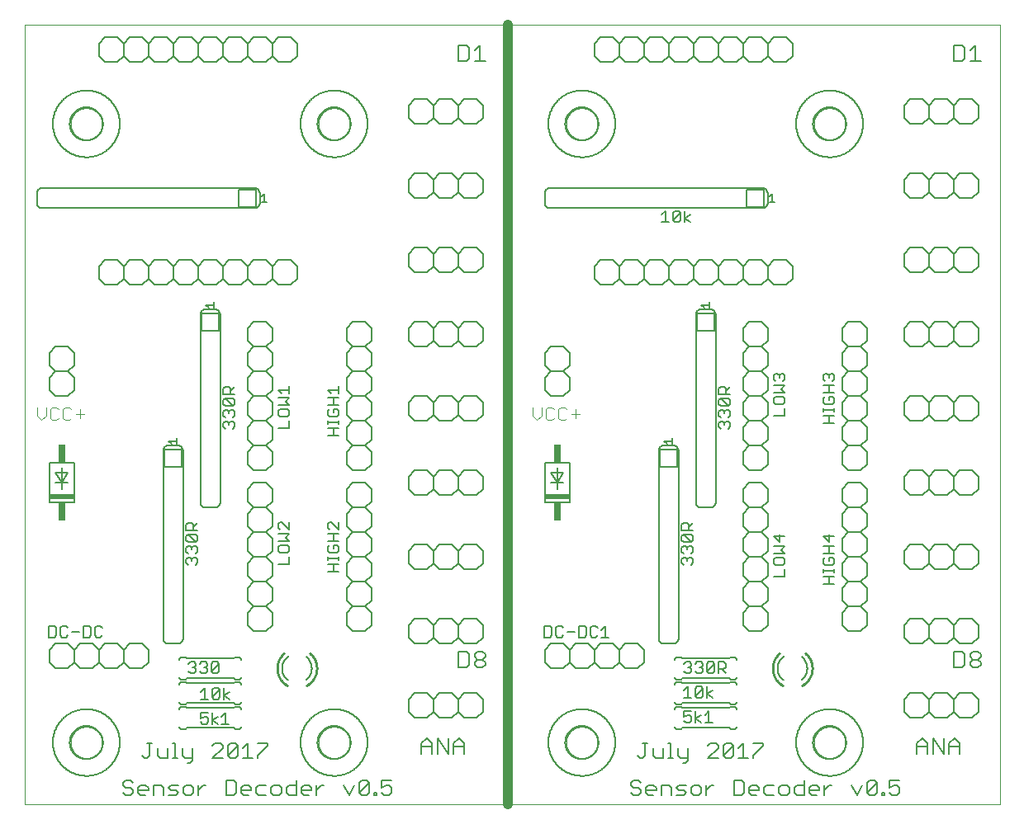
<source format=gto>
G75*
%MOIN*%
%OFA0B0*%
%FSLAX25Y25*%
%IPPOS*%
%LPD*%
%AMOC8*
5,1,8,0,0,1.08239X$1,22.5*
%
%ADD10C,0.00000*%
%ADD11C,0.00500*%
%ADD12C,0.04000*%
%ADD13C,0.00600*%
%ADD14C,0.00400*%
%ADD15R,0.10000X0.02000*%
%ADD16R,0.03000X0.07500*%
%ADD17C,0.01000*%
%ADD18C,0.00800*%
D10*
X0001000Y0003000D02*
X0001000Y0317961D01*
X0394701Y0317961D01*
X0394701Y0003000D01*
X0001000Y0003000D01*
X0019701Y0028000D02*
X0019703Y0028158D01*
X0019709Y0028316D01*
X0019719Y0028474D01*
X0019733Y0028632D01*
X0019751Y0028789D01*
X0019772Y0028946D01*
X0019798Y0029102D01*
X0019828Y0029258D01*
X0019861Y0029413D01*
X0019899Y0029566D01*
X0019940Y0029719D01*
X0019985Y0029871D01*
X0020034Y0030022D01*
X0020087Y0030171D01*
X0020143Y0030319D01*
X0020203Y0030465D01*
X0020267Y0030610D01*
X0020335Y0030753D01*
X0020406Y0030895D01*
X0020480Y0031035D01*
X0020558Y0031172D01*
X0020640Y0031308D01*
X0020724Y0031442D01*
X0020813Y0031573D01*
X0020904Y0031702D01*
X0020999Y0031829D01*
X0021096Y0031954D01*
X0021197Y0032076D01*
X0021301Y0032195D01*
X0021408Y0032312D01*
X0021518Y0032426D01*
X0021631Y0032537D01*
X0021746Y0032646D01*
X0021864Y0032751D01*
X0021985Y0032853D01*
X0022108Y0032953D01*
X0022234Y0033049D01*
X0022362Y0033142D01*
X0022492Y0033232D01*
X0022625Y0033318D01*
X0022760Y0033402D01*
X0022896Y0033481D01*
X0023035Y0033558D01*
X0023176Y0033630D01*
X0023318Y0033700D01*
X0023462Y0033765D01*
X0023608Y0033827D01*
X0023755Y0033885D01*
X0023904Y0033940D01*
X0024054Y0033991D01*
X0024205Y0034038D01*
X0024357Y0034081D01*
X0024510Y0034120D01*
X0024665Y0034156D01*
X0024820Y0034187D01*
X0024976Y0034215D01*
X0025132Y0034239D01*
X0025289Y0034259D01*
X0025447Y0034275D01*
X0025604Y0034287D01*
X0025763Y0034295D01*
X0025921Y0034299D01*
X0026079Y0034299D01*
X0026237Y0034295D01*
X0026396Y0034287D01*
X0026553Y0034275D01*
X0026711Y0034259D01*
X0026868Y0034239D01*
X0027024Y0034215D01*
X0027180Y0034187D01*
X0027335Y0034156D01*
X0027490Y0034120D01*
X0027643Y0034081D01*
X0027795Y0034038D01*
X0027946Y0033991D01*
X0028096Y0033940D01*
X0028245Y0033885D01*
X0028392Y0033827D01*
X0028538Y0033765D01*
X0028682Y0033700D01*
X0028824Y0033630D01*
X0028965Y0033558D01*
X0029104Y0033481D01*
X0029240Y0033402D01*
X0029375Y0033318D01*
X0029508Y0033232D01*
X0029638Y0033142D01*
X0029766Y0033049D01*
X0029892Y0032953D01*
X0030015Y0032853D01*
X0030136Y0032751D01*
X0030254Y0032646D01*
X0030369Y0032537D01*
X0030482Y0032426D01*
X0030592Y0032312D01*
X0030699Y0032195D01*
X0030803Y0032076D01*
X0030904Y0031954D01*
X0031001Y0031829D01*
X0031096Y0031702D01*
X0031187Y0031573D01*
X0031276Y0031442D01*
X0031360Y0031308D01*
X0031442Y0031172D01*
X0031520Y0031035D01*
X0031594Y0030895D01*
X0031665Y0030753D01*
X0031733Y0030610D01*
X0031797Y0030465D01*
X0031857Y0030319D01*
X0031913Y0030171D01*
X0031966Y0030022D01*
X0032015Y0029871D01*
X0032060Y0029719D01*
X0032101Y0029566D01*
X0032139Y0029413D01*
X0032172Y0029258D01*
X0032202Y0029102D01*
X0032228Y0028946D01*
X0032249Y0028789D01*
X0032267Y0028632D01*
X0032281Y0028474D01*
X0032291Y0028316D01*
X0032297Y0028158D01*
X0032299Y0028000D01*
X0032297Y0027842D01*
X0032291Y0027684D01*
X0032281Y0027526D01*
X0032267Y0027368D01*
X0032249Y0027211D01*
X0032228Y0027054D01*
X0032202Y0026898D01*
X0032172Y0026742D01*
X0032139Y0026587D01*
X0032101Y0026434D01*
X0032060Y0026281D01*
X0032015Y0026129D01*
X0031966Y0025978D01*
X0031913Y0025829D01*
X0031857Y0025681D01*
X0031797Y0025535D01*
X0031733Y0025390D01*
X0031665Y0025247D01*
X0031594Y0025105D01*
X0031520Y0024965D01*
X0031442Y0024828D01*
X0031360Y0024692D01*
X0031276Y0024558D01*
X0031187Y0024427D01*
X0031096Y0024298D01*
X0031001Y0024171D01*
X0030904Y0024046D01*
X0030803Y0023924D01*
X0030699Y0023805D01*
X0030592Y0023688D01*
X0030482Y0023574D01*
X0030369Y0023463D01*
X0030254Y0023354D01*
X0030136Y0023249D01*
X0030015Y0023147D01*
X0029892Y0023047D01*
X0029766Y0022951D01*
X0029638Y0022858D01*
X0029508Y0022768D01*
X0029375Y0022682D01*
X0029240Y0022598D01*
X0029104Y0022519D01*
X0028965Y0022442D01*
X0028824Y0022370D01*
X0028682Y0022300D01*
X0028538Y0022235D01*
X0028392Y0022173D01*
X0028245Y0022115D01*
X0028096Y0022060D01*
X0027946Y0022009D01*
X0027795Y0021962D01*
X0027643Y0021919D01*
X0027490Y0021880D01*
X0027335Y0021844D01*
X0027180Y0021813D01*
X0027024Y0021785D01*
X0026868Y0021761D01*
X0026711Y0021741D01*
X0026553Y0021725D01*
X0026396Y0021713D01*
X0026237Y0021705D01*
X0026079Y0021701D01*
X0025921Y0021701D01*
X0025763Y0021705D01*
X0025604Y0021713D01*
X0025447Y0021725D01*
X0025289Y0021741D01*
X0025132Y0021761D01*
X0024976Y0021785D01*
X0024820Y0021813D01*
X0024665Y0021844D01*
X0024510Y0021880D01*
X0024357Y0021919D01*
X0024205Y0021962D01*
X0024054Y0022009D01*
X0023904Y0022060D01*
X0023755Y0022115D01*
X0023608Y0022173D01*
X0023462Y0022235D01*
X0023318Y0022300D01*
X0023176Y0022370D01*
X0023035Y0022442D01*
X0022896Y0022519D01*
X0022760Y0022598D01*
X0022625Y0022682D01*
X0022492Y0022768D01*
X0022362Y0022858D01*
X0022234Y0022951D01*
X0022108Y0023047D01*
X0021985Y0023147D01*
X0021864Y0023249D01*
X0021746Y0023354D01*
X0021631Y0023463D01*
X0021518Y0023574D01*
X0021408Y0023688D01*
X0021301Y0023805D01*
X0021197Y0023924D01*
X0021096Y0024046D01*
X0020999Y0024171D01*
X0020904Y0024298D01*
X0020813Y0024427D01*
X0020724Y0024558D01*
X0020640Y0024692D01*
X0020558Y0024828D01*
X0020480Y0024965D01*
X0020406Y0025105D01*
X0020335Y0025247D01*
X0020267Y0025390D01*
X0020203Y0025535D01*
X0020143Y0025681D01*
X0020087Y0025829D01*
X0020034Y0025978D01*
X0019985Y0026129D01*
X0019940Y0026281D01*
X0019899Y0026434D01*
X0019861Y0026587D01*
X0019828Y0026742D01*
X0019798Y0026898D01*
X0019772Y0027054D01*
X0019751Y0027211D01*
X0019733Y0027368D01*
X0019719Y0027526D01*
X0019709Y0027684D01*
X0019703Y0027842D01*
X0019701Y0028000D01*
X0119701Y0028000D02*
X0119703Y0028158D01*
X0119709Y0028316D01*
X0119719Y0028474D01*
X0119733Y0028632D01*
X0119751Y0028789D01*
X0119772Y0028946D01*
X0119798Y0029102D01*
X0119828Y0029258D01*
X0119861Y0029413D01*
X0119899Y0029566D01*
X0119940Y0029719D01*
X0119985Y0029871D01*
X0120034Y0030022D01*
X0120087Y0030171D01*
X0120143Y0030319D01*
X0120203Y0030465D01*
X0120267Y0030610D01*
X0120335Y0030753D01*
X0120406Y0030895D01*
X0120480Y0031035D01*
X0120558Y0031172D01*
X0120640Y0031308D01*
X0120724Y0031442D01*
X0120813Y0031573D01*
X0120904Y0031702D01*
X0120999Y0031829D01*
X0121096Y0031954D01*
X0121197Y0032076D01*
X0121301Y0032195D01*
X0121408Y0032312D01*
X0121518Y0032426D01*
X0121631Y0032537D01*
X0121746Y0032646D01*
X0121864Y0032751D01*
X0121985Y0032853D01*
X0122108Y0032953D01*
X0122234Y0033049D01*
X0122362Y0033142D01*
X0122492Y0033232D01*
X0122625Y0033318D01*
X0122760Y0033402D01*
X0122896Y0033481D01*
X0123035Y0033558D01*
X0123176Y0033630D01*
X0123318Y0033700D01*
X0123462Y0033765D01*
X0123608Y0033827D01*
X0123755Y0033885D01*
X0123904Y0033940D01*
X0124054Y0033991D01*
X0124205Y0034038D01*
X0124357Y0034081D01*
X0124510Y0034120D01*
X0124665Y0034156D01*
X0124820Y0034187D01*
X0124976Y0034215D01*
X0125132Y0034239D01*
X0125289Y0034259D01*
X0125447Y0034275D01*
X0125604Y0034287D01*
X0125763Y0034295D01*
X0125921Y0034299D01*
X0126079Y0034299D01*
X0126237Y0034295D01*
X0126396Y0034287D01*
X0126553Y0034275D01*
X0126711Y0034259D01*
X0126868Y0034239D01*
X0127024Y0034215D01*
X0127180Y0034187D01*
X0127335Y0034156D01*
X0127490Y0034120D01*
X0127643Y0034081D01*
X0127795Y0034038D01*
X0127946Y0033991D01*
X0128096Y0033940D01*
X0128245Y0033885D01*
X0128392Y0033827D01*
X0128538Y0033765D01*
X0128682Y0033700D01*
X0128824Y0033630D01*
X0128965Y0033558D01*
X0129104Y0033481D01*
X0129240Y0033402D01*
X0129375Y0033318D01*
X0129508Y0033232D01*
X0129638Y0033142D01*
X0129766Y0033049D01*
X0129892Y0032953D01*
X0130015Y0032853D01*
X0130136Y0032751D01*
X0130254Y0032646D01*
X0130369Y0032537D01*
X0130482Y0032426D01*
X0130592Y0032312D01*
X0130699Y0032195D01*
X0130803Y0032076D01*
X0130904Y0031954D01*
X0131001Y0031829D01*
X0131096Y0031702D01*
X0131187Y0031573D01*
X0131276Y0031442D01*
X0131360Y0031308D01*
X0131442Y0031172D01*
X0131520Y0031035D01*
X0131594Y0030895D01*
X0131665Y0030753D01*
X0131733Y0030610D01*
X0131797Y0030465D01*
X0131857Y0030319D01*
X0131913Y0030171D01*
X0131966Y0030022D01*
X0132015Y0029871D01*
X0132060Y0029719D01*
X0132101Y0029566D01*
X0132139Y0029413D01*
X0132172Y0029258D01*
X0132202Y0029102D01*
X0132228Y0028946D01*
X0132249Y0028789D01*
X0132267Y0028632D01*
X0132281Y0028474D01*
X0132291Y0028316D01*
X0132297Y0028158D01*
X0132299Y0028000D01*
X0132297Y0027842D01*
X0132291Y0027684D01*
X0132281Y0027526D01*
X0132267Y0027368D01*
X0132249Y0027211D01*
X0132228Y0027054D01*
X0132202Y0026898D01*
X0132172Y0026742D01*
X0132139Y0026587D01*
X0132101Y0026434D01*
X0132060Y0026281D01*
X0132015Y0026129D01*
X0131966Y0025978D01*
X0131913Y0025829D01*
X0131857Y0025681D01*
X0131797Y0025535D01*
X0131733Y0025390D01*
X0131665Y0025247D01*
X0131594Y0025105D01*
X0131520Y0024965D01*
X0131442Y0024828D01*
X0131360Y0024692D01*
X0131276Y0024558D01*
X0131187Y0024427D01*
X0131096Y0024298D01*
X0131001Y0024171D01*
X0130904Y0024046D01*
X0130803Y0023924D01*
X0130699Y0023805D01*
X0130592Y0023688D01*
X0130482Y0023574D01*
X0130369Y0023463D01*
X0130254Y0023354D01*
X0130136Y0023249D01*
X0130015Y0023147D01*
X0129892Y0023047D01*
X0129766Y0022951D01*
X0129638Y0022858D01*
X0129508Y0022768D01*
X0129375Y0022682D01*
X0129240Y0022598D01*
X0129104Y0022519D01*
X0128965Y0022442D01*
X0128824Y0022370D01*
X0128682Y0022300D01*
X0128538Y0022235D01*
X0128392Y0022173D01*
X0128245Y0022115D01*
X0128096Y0022060D01*
X0127946Y0022009D01*
X0127795Y0021962D01*
X0127643Y0021919D01*
X0127490Y0021880D01*
X0127335Y0021844D01*
X0127180Y0021813D01*
X0127024Y0021785D01*
X0126868Y0021761D01*
X0126711Y0021741D01*
X0126553Y0021725D01*
X0126396Y0021713D01*
X0126237Y0021705D01*
X0126079Y0021701D01*
X0125921Y0021701D01*
X0125763Y0021705D01*
X0125604Y0021713D01*
X0125447Y0021725D01*
X0125289Y0021741D01*
X0125132Y0021761D01*
X0124976Y0021785D01*
X0124820Y0021813D01*
X0124665Y0021844D01*
X0124510Y0021880D01*
X0124357Y0021919D01*
X0124205Y0021962D01*
X0124054Y0022009D01*
X0123904Y0022060D01*
X0123755Y0022115D01*
X0123608Y0022173D01*
X0123462Y0022235D01*
X0123318Y0022300D01*
X0123176Y0022370D01*
X0123035Y0022442D01*
X0122896Y0022519D01*
X0122760Y0022598D01*
X0122625Y0022682D01*
X0122492Y0022768D01*
X0122362Y0022858D01*
X0122234Y0022951D01*
X0122108Y0023047D01*
X0121985Y0023147D01*
X0121864Y0023249D01*
X0121746Y0023354D01*
X0121631Y0023463D01*
X0121518Y0023574D01*
X0121408Y0023688D01*
X0121301Y0023805D01*
X0121197Y0023924D01*
X0121096Y0024046D01*
X0120999Y0024171D01*
X0120904Y0024298D01*
X0120813Y0024427D01*
X0120724Y0024558D01*
X0120640Y0024692D01*
X0120558Y0024828D01*
X0120480Y0024965D01*
X0120406Y0025105D01*
X0120335Y0025247D01*
X0120267Y0025390D01*
X0120203Y0025535D01*
X0120143Y0025681D01*
X0120087Y0025829D01*
X0120034Y0025978D01*
X0119985Y0026129D01*
X0119940Y0026281D01*
X0119899Y0026434D01*
X0119861Y0026587D01*
X0119828Y0026742D01*
X0119798Y0026898D01*
X0119772Y0027054D01*
X0119751Y0027211D01*
X0119733Y0027368D01*
X0119719Y0027526D01*
X0119709Y0027684D01*
X0119703Y0027842D01*
X0119701Y0028000D01*
X0219701Y0028000D02*
X0219703Y0028158D01*
X0219709Y0028316D01*
X0219719Y0028474D01*
X0219733Y0028632D01*
X0219751Y0028789D01*
X0219772Y0028946D01*
X0219798Y0029102D01*
X0219828Y0029258D01*
X0219861Y0029413D01*
X0219899Y0029566D01*
X0219940Y0029719D01*
X0219985Y0029871D01*
X0220034Y0030022D01*
X0220087Y0030171D01*
X0220143Y0030319D01*
X0220203Y0030465D01*
X0220267Y0030610D01*
X0220335Y0030753D01*
X0220406Y0030895D01*
X0220480Y0031035D01*
X0220558Y0031172D01*
X0220640Y0031308D01*
X0220724Y0031442D01*
X0220813Y0031573D01*
X0220904Y0031702D01*
X0220999Y0031829D01*
X0221096Y0031954D01*
X0221197Y0032076D01*
X0221301Y0032195D01*
X0221408Y0032312D01*
X0221518Y0032426D01*
X0221631Y0032537D01*
X0221746Y0032646D01*
X0221864Y0032751D01*
X0221985Y0032853D01*
X0222108Y0032953D01*
X0222234Y0033049D01*
X0222362Y0033142D01*
X0222492Y0033232D01*
X0222625Y0033318D01*
X0222760Y0033402D01*
X0222896Y0033481D01*
X0223035Y0033558D01*
X0223176Y0033630D01*
X0223318Y0033700D01*
X0223462Y0033765D01*
X0223608Y0033827D01*
X0223755Y0033885D01*
X0223904Y0033940D01*
X0224054Y0033991D01*
X0224205Y0034038D01*
X0224357Y0034081D01*
X0224510Y0034120D01*
X0224665Y0034156D01*
X0224820Y0034187D01*
X0224976Y0034215D01*
X0225132Y0034239D01*
X0225289Y0034259D01*
X0225447Y0034275D01*
X0225604Y0034287D01*
X0225763Y0034295D01*
X0225921Y0034299D01*
X0226079Y0034299D01*
X0226237Y0034295D01*
X0226396Y0034287D01*
X0226553Y0034275D01*
X0226711Y0034259D01*
X0226868Y0034239D01*
X0227024Y0034215D01*
X0227180Y0034187D01*
X0227335Y0034156D01*
X0227490Y0034120D01*
X0227643Y0034081D01*
X0227795Y0034038D01*
X0227946Y0033991D01*
X0228096Y0033940D01*
X0228245Y0033885D01*
X0228392Y0033827D01*
X0228538Y0033765D01*
X0228682Y0033700D01*
X0228824Y0033630D01*
X0228965Y0033558D01*
X0229104Y0033481D01*
X0229240Y0033402D01*
X0229375Y0033318D01*
X0229508Y0033232D01*
X0229638Y0033142D01*
X0229766Y0033049D01*
X0229892Y0032953D01*
X0230015Y0032853D01*
X0230136Y0032751D01*
X0230254Y0032646D01*
X0230369Y0032537D01*
X0230482Y0032426D01*
X0230592Y0032312D01*
X0230699Y0032195D01*
X0230803Y0032076D01*
X0230904Y0031954D01*
X0231001Y0031829D01*
X0231096Y0031702D01*
X0231187Y0031573D01*
X0231276Y0031442D01*
X0231360Y0031308D01*
X0231442Y0031172D01*
X0231520Y0031035D01*
X0231594Y0030895D01*
X0231665Y0030753D01*
X0231733Y0030610D01*
X0231797Y0030465D01*
X0231857Y0030319D01*
X0231913Y0030171D01*
X0231966Y0030022D01*
X0232015Y0029871D01*
X0232060Y0029719D01*
X0232101Y0029566D01*
X0232139Y0029413D01*
X0232172Y0029258D01*
X0232202Y0029102D01*
X0232228Y0028946D01*
X0232249Y0028789D01*
X0232267Y0028632D01*
X0232281Y0028474D01*
X0232291Y0028316D01*
X0232297Y0028158D01*
X0232299Y0028000D01*
X0232297Y0027842D01*
X0232291Y0027684D01*
X0232281Y0027526D01*
X0232267Y0027368D01*
X0232249Y0027211D01*
X0232228Y0027054D01*
X0232202Y0026898D01*
X0232172Y0026742D01*
X0232139Y0026587D01*
X0232101Y0026434D01*
X0232060Y0026281D01*
X0232015Y0026129D01*
X0231966Y0025978D01*
X0231913Y0025829D01*
X0231857Y0025681D01*
X0231797Y0025535D01*
X0231733Y0025390D01*
X0231665Y0025247D01*
X0231594Y0025105D01*
X0231520Y0024965D01*
X0231442Y0024828D01*
X0231360Y0024692D01*
X0231276Y0024558D01*
X0231187Y0024427D01*
X0231096Y0024298D01*
X0231001Y0024171D01*
X0230904Y0024046D01*
X0230803Y0023924D01*
X0230699Y0023805D01*
X0230592Y0023688D01*
X0230482Y0023574D01*
X0230369Y0023463D01*
X0230254Y0023354D01*
X0230136Y0023249D01*
X0230015Y0023147D01*
X0229892Y0023047D01*
X0229766Y0022951D01*
X0229638Y0022858D01*
X0229508Y0022768D01*
X0229375Y0022682D01*
X0229240Y0022598D01*
X0229104Y0022519D01*
X0228965Y0022442D01*
X0228824Y0022370D01*
X0228682Y0022300D01*
X0228538Y0022235D01*
X0228392Y0022173D01*
X0228245Y0022115D01*
X0228096Y0022060D01*
X0227946Y0022009D01*
X0227795Y0021962D01*
X0227643Y0021919D01*
X0227490Y0021880D01*
X0227335Y0021844D01*
X0227180Y0021813D01*
X0227024Y0021785D01*
X0226868Y0021761D01*
X0226711Y0021741D01*
X0226553Y0021725D01*
X0226396Y0021713D01*
X0226237Y0021705D01*
X0226079Y0021701D01*
X0225921Y0021701D01*
X0225763Y0021705D01*
X0225604Y0021713D01*
X0225447Y0021725D01*
X0225289Y0021741D01*
X0225132Y0021761D01*
X0224976Y0021785D01*
X0224820Y0021813D01*
X0224665Y0021844D01*
X0224510Y0021880D01*
X0224357Y0021919D01*
X0224205Y0021962D01*
X0224054Y0022009D01*
X0223904Y0022060D01*
X0223755Y0022115D01*
X0223608Y0022173D01*
X0223462Y0022235D01*
X0223318Y0022300D01*
X0223176Y0022370D01*
X0223035Y0022442D01*
X0222896Y0022519D01*
X0222760Y0022598D01*
X0222625Y0022682D01*
X0222492Y0022768D01*
X0222362Y0022858D01*
X0222234Y0022951D01*
X0222108Y0023047D01*
X0221985Y0023147D01*
X0221864Y0023249D01*
X0221746Y0023354D01*
X0221631Y0023463D01*
X0221518Y0023574D01*
X0221408Y0023688D01*
X0221301Y0023805D01*
X0221197Y0023924D01*
X0221096Y0024046D01*
X0220999Y0024171D01*
X0220904Y0024298D01*
X0220813Y0024427D01*
X0220724Y0024558D01*
X0220640Y0024692D01*
X0220558Y0024828D01*
X0220480Y0024965D01*
X0220406Y0025105D01*
X0220335Y0025247D01*
X0220267Y0025390D01*
X0220203Y0025535D01*
X0220143Y0025681D01*
X0220087Y0025829D01*
X0220034Y0025978D01*
X0219985Y0026129D01*
X0219940Y0026281D01*
X0219899Y0026434D01*
X0219861Y0026587D01*
X0219828Y0026742D01*
X0219798Y0026898D01*
X0219772Y0027054D01*
X0219751Y0027211D01*
X0219733Y0027368D01*
X0219719Y0027526D01*
X0219709Y0027684D01*
X0219703Y0027842D01*
X0219701Y0028000D01*
X0319701Y0028000D02*
X0319703Y0028158D01*
X0319709Y0028316D01*
X0319719Y0028474D01*
X0319733Y0028632D01*
X0319751Y0028789D01*
X0319772Y0028946D01*
X0319798Y0029102D01*
X0319828Y0029258D01*
X0319861Y0029413D01*
X0319899Y0029566D01*
X0319940Y0029719D01*
X0319985Y0029871D01*
X0320034Y0030022D01*
X0320087Y0030171D01*
X0320143Y0030319D01*
X0320203Y0030465D01*
X0320267Y0030610D01*
X0320335Y0030753D01*
X0320406Y0030895D01*
X0320480Y0031035D01*
X0320558Y0031172D01*
X0320640Y0031308D01*
X0320724Y0031442D01*
X0320813Y0031573D01*
X0320904Y0031702D01*
X0320999Y0031829D01*
X0321096Y0031954D01*
X0321197Y0032076D01*
X0321301Y0032195D01*
X0321408Y0032312D01*
X0321518Y0032426D01*
X0321631Y0032537D01*
X0321746Y0032646D01*
X0321864Y0032751D01*
X0321985Y0032853D01*
X0322108Y0032953D01*
X0322234Y0033049D01*
X0322362Y0033142D01*
X0322492Y0033232D01*
X0322625Y0033318D01*
X0322760Y0033402D01*
X0322896Y0033481D01*
X0323035Y0033558D01*
X0323176Y0033630D01*
X0323318Y0033700D01*
X0323462Y0033765D01*
X0323608Y0033827D01*
X0323755Y0033885D01*
X0323904Y0033940D01*
X0324054Y0033991D01*
X0324205Y0034038D01*
X0324357Y0034081D01*
X0324510Y0034120D01*
X0324665Y0034156D01*
X0324820Y0034187D01*
X0324976Y0034215D01*
X0325132Y0034239D01*
X0325289Y0034259D01*
X0325447Y0034275D01*
X0325604Y0034287D01*
X0325763Y0034295D01*
X0325921Y0034299D01*
X0326079Y0034299D01*
X0326237Y0034295D01*
X0326396Y0034287D01*
X0326553Y0034275D01*
X0326711Y0034259D01*
X0326868Y0034239D01*
X0327024Y0034215D01*
X0327180Y0034187D01*
X0327335Y0034156D01*
X0327490Y0034120D01*
X0327643Y0034081D01*
X0327795Y0034038D01*
X0327946Y0033991D01*
X0328096Y0033940D01*
X0328245Y0033885D01*
X0328392Y0033827D01*
X0328538Y0033765D01*
X0328682Y0033700D01*
X0328824Y0033630D01*
X0328965Y0033558D01*
X0329104Y0033481D01*
X0329240Y0033402D01*
X0329375Y0033318D01*
X0329508Y0033232D01*
X0329638Y0033142D01*
X0329766Y0033049D01*
X0329892Y0032953D01*
X0330015Y0032853D01*
X0330136Y0032751D01*
X0330254Y0032646D01*
X0330369Y0032537D01*
X0330482Y0032426D01*
X0330592Y0032312D01*
X0330699Y0032195D01*
X0330803Y0032076D01*
X0330904Y0031954D01*
X0331001Y0031829D01*
X0331096Y0031702D01*
X0331187Y0031573D01*
X0331276Y0031442D01*
X0331360Y0031308D01*
X0331442Y0031172D01*
X0331520Y0031035D01*
X0331594Y0030895D01*
X0331665Y0030753D01*
X0331733Y0030610D01*
X0331797Y0030465D01*
X0331857Y0030319D01*
X0331913Y0030171D01*
X0331966Y0030022D01*
X0332015Y0029871D01*
X0332060Y0029719D01*
X0332101Y0029566D01*
X0332139Y0029413D01*
X0332172Y0029258D01*
X0332202Y0029102D01*
X0332228Y0028946D01*
X0332249Y0028789D01*
X0332267Y0028632D01*
X0332281Y0028474D01*
X0332291Y0028316D01*
X0332297Y0028158D01*
X0332299Y0028000D01*
X0332297Y0027842D01*
X0332291Y0027684D01*
X0332281Y0027526D01*
X0332267Y0027368D01*
X0332249Y0027211D01*
X0332228Y0027054D01*
X0332202Y0026898D01*
X0332172Y0026742D01*
X0332139Y0026587D01*
X0332101Y0026434D01*
X0332060Y0026281D01*
X0332015Y0026129D01*
X0331966Y0025978D01*
X0331913Y0025829D01*
X0331857Y0025681D01*
X0331797Y0025535D01*
X0331733Y0025390D01*
X0331665Y0025247D01*
X0331594Y0025105D01*
X0331520Y0024965D01*
X0331442Y0024828D01*
X0331360Y0024692D01*
X0331276Y0024558D01*
X0331187Y0024427D01*
X0331096Y0024298D01*
X0331001Y0024171D01*
X0330904Y0024046D01*
X0330803Y0023924D01*
X0330699Y0023805D01*
X0330592Y0023688D01*
X0330482Y0023574D01*
X0330369Y0023463D01*
X0330254Y0023354D01*
X0330136Y0023249D01*
X0330015Y0023147D01*
X0329892Y0023047D01*
X0329766Y0022951D01*
X0329638Y0022858D01*
X0329508Y0022768D01*
X0329375Y0022682D01*
X0329240Y0022598D01*
X0329104Y0022519D01*
X0328965Y0022442D01*
X0328824Y0022370D01*
X0328682Y0022300D01*
X0328538Y0022235D01*
X0328392Y0022173D01*
X0328245Y0022115D01*
X0328096Y0022060D01*
X0327946Y0022009D01*
X0327795Y0021962D01*
X0327643Y0021919D01*
X0327490Y0021880D01*
X0327335Y0021844D01*
X0327180Y0021813D01*
X0327024Y0021785D01*
X0326868Y0021761D01*
X0326711Y0021741D01*
X0326553Y0021725D01*
X0326396Y0021713D01*
X0326237Y0021705D01*
X0326079Y0021701D01*
X0325921Y0021701D01*
X0325763Y0021705D01*
X0325604Y0021713D01*
X0325447Y0021725D01*
X0325289Y0021741D01*
X0325132Y0021761D01*
X0324976Y0021785D01*
X0324820Y0021813D01*
X0324665Y0021844D01*
X0324510Y0021880D01*
X0324357Y0021919D01*
X0324205Y0021962D01*
X0324054Y0022009D01*
X0323904Y0022060D01*
X0323755Y0022115D01*
X0323608Y0022173D01*
X0323462Y0022235D01*
X0323318Y0022300D01*
X0323176Y0022370D01*
X0323035Y0022442D01*
X0322896Y0022519D01*
X0322760Y0022598D01*
X0322625Y0022682D01*
X0322492Y0022768D01*
X0322362Y0022858D01*
X0322234Y0022951D01*
X0322108Y0023047D01*
X0321985Y0023147D01*
X0321864Y0023249D01*
X0321746Y0023354D01*
X0321631Y0023463D01*
X0321518Y0023574D01*
X0321408Y0023688D01*
X0321301Y0023805D01*
X0321197Y0023924D01*
X0321096Y0024046D01*
X0320999Y0024171D01*
X0320904Y0024298D01*
X0320813Y0024427D01*
X0320724Y0024558D01*
X0320640Y0024692D01*
X0320558Y0024828D01*
X0320480Y0024965D01*
X0320406Y0025105D01*
X0320335Y0025247D01*
X0320267Y0025390D01*
X0320203Y0025535D01*
X0320143Y0025681D01*
X0320087Y0025829D01*
X0320034Y0025978D01*
X0319985Y0026129D01*
X0319940Y0026281D01*
X0319899Y0026434D01*
X0319861Y0026587D01*
X0319828Y0026742D01*
X0319798Y0026898D01*
X0319772Y0027054D01*
X0319751Y0027211D01*
X0319733Y0027368D01*
X0319719Y0027526D01*
X0319709Y0027684D01*
X0319703Y0027842D01*
X0319701Y0028000D01*
X0319701Y0278000D02*
X0319703Y0278158D01*
X0319709Y0278316D01*
X0319719Y0278474D01*
X0319733Y0278632D01*
X0319751Y0278789D01*
X0319772Y0278946D01*
X0319798Y0279102D01*
X0319828Y0279258D01*
X0319861Y0279413D01*
X0319899Y0279566D01*
X0319940Y0279719D01*
X0319985Y0279871D01*
X0320034Y0280022D01*
X0320087Y0280171D01*
X0320143Y0280319D01*
X0320203Y0280465D01*
X0320267Y0280610D01*
X0320335Y0280753D01*
X0320406Y0280895D01*
X0320480Y0281035D01*
X0320558Y0281172D01*
X0320640Y0281308D01*
X0320724Y0281442D01*
X0320813Y0281573D01*
X0320904Y0281702D01*
X0320999Y0281829D01*
X0321096Y0281954D01*
X0321197Y0282076D01*
X0321301Y0282195D01*
X0321408Y0282312D01*
X0321518Y0282426D01*
X0321631Y0282537D01*
X0321746Y0282646D01*
X0321864Y0282751D01*
X0321985Y0282853D01*
X0322108Y0282953D01*
X0322234Y0283049D01*
X0322362Y0283142D01*
X0322492Y0283232D01*
X0322625Y0283318D01*
X0322760Y0283402D01*
X0322896Y0283481D01*
X0323035Y0283558D01*
X0323176Y0283630D01*
X0323318Y0283700D01*
X0323462Y0283765D01*
X0323608Y0283827D01*
X0323755Y0283885D01*
X0323904Y0283940D01*
X0324054Y0283991D01*
X0324205Y0284038D01*
X0324357Y0284081D01*
X0324510Y0284120D01*
X0324665Y0284156D01*
X0324820Y0284187D01*
X0324976Y0284215D01*
X0325132Y0284239D01*
X0325289Y0284259D01*
X0325447Y0284275D01*
X0325604Y0284287D01*
X0325763Y0284295D01*
X0325921Y0284299D01*
X0326079Y0284299D01*
X0326237Y0284295D01*
X0326396Y0284287D01*
X0326553Y0284275D01*
X0326711Y0284259D01*
X0326868Y0284239D01*
X0327024Y0284215D01*
X0327180Y0284187D01*
X0327335Y0284156D01*
X0327490Y0284120D01*
X0327643Y0284081D01*
X0327795Y0284038D01*
X0327946Y0283991D01*
X0328096Y0283940D01*
X0328245Y0283885D01*
X0328392Y0283827D01*
X0328538Y0283765D01*
X0328682Y0283700D01*
X0328824Y0283630D01*
X0328965Y0283558D01*
X0329104Y0283481D01*
X0329240Y0283402D01*
X0329375Y0283318D01*
X0329508Y0283232D01*
X0329638Y0283142D01*
X0329766Y0283049D01*
X0329892Y0282953D01*
X0330015Y0282853D01*
X0330136Y0282751D01*
X0330254Y0282646D01*
X0330369Y0282537D01*
X0330482Y0282426D01*
X0330592Y0282312D01*
X0330699Y0282195D01*
X0330803Y0282076D01*
X0330904Y0281954D01*
X0331001Y0281829D01*
X0331096Y0281702D01*
X0331187Y0281573D01*
X0331276Y0281442D01*
X0331360Y0281308D01*
X0331442Y0281172D01*
X0331520Y0281035D01*
X0331594Y0280895D01*
X0331665Y0280753D01*
X0331733Y0280610D01*
X0331797Y0280465D01*
X0331857Y0280319D01*
X0331913Y0280171D01*
X0331966Y0280022D01*
X0332015Y0279871D01*
X0332060Y0279719D01*
X0332101Y0279566D01*
X0332139Y0279413D01*
X0332172Y0279258D01*
X0332202Y0279102D01*
X0332228Y0278946D01*
X0332249Y0278789D01*
X0332267Y0278632D01*
X0332281Y0278474D01*
X0332291Y0278316D01*
X0332297Y0278158D01*
X0332299Y0278000D01*
X0332297Y0277842D01*
X0332291Y0277684D01*
X0332281Y0277526D01*
X0332267Y0277368D01*
X0332249Y0277211D01*
X0332228Y0277054D01*
X0332202Y0276898D01*
X0332172Y0276742D01*
X0332139Y0276587D01*
X0332101Y0276434D01*
X0332060Y0276281D01*
X0332015Y0276129D01*
X0331966Y0275978D01*
X0331913Y0275829D01*
X0331857Y0275681D01*
X0331797Y0275535D01*
X0331733Y0275390D01*
X0331665Y0275247D01*
X0331594Y0275105D01*
X0331520Y0274965D01*
X0331442Y0274828D01*
X0331360Y0274692D01*
X0331276Y0274558D01*
X0331187Y0274427D01*
X0331096Y0274298D01*
X0331001Y0274171D01*
X0330904Y0274046D01*
X0330803Y0273924D01*
X0330699Y0273805D01*
X0330592Y0273688D01*
X0330482Y0273574D01*
X0330369Y0273463D01*
X0330254Y0273354D01*
X0330136Y0273249D01*
X0330015Y0273147D01*
X0329892Y0273047D01*
X0329766Y0272951D01*
X0329638Y0272858D01*
X0329508Y0272768D01*
X0329375Y0272682D01*
X0329240Y0272598D01*
X0329104Y0272519D01*
X0328965Y0272442D01*
X0328824Y0272370D01*
X0328682Y0272300D01*
X0328538Y0272235D01*
X0328392Y0272173D01*
X0328245Y0272115D01*
X0328096Y0272060D01*
X0327946Y0272009D01*
X0327795Y0271962D01*
X0327643Y0271919D01*
X0327490Y0271880D01*
X0327335Y0271844D01*
X0327180Y0271813D01*
X0327024Y0271785D01*
X0326868Y0271761D01*
X0326711Y0271741D01*
X0326553Y0271725D01*
X0326396Y0271713D01*
X0326237Y0271705D01*
X0326079Y0271701D01*
X0325921Y0271701D01*
X0325763Y0271705D01*
X0325604Y0271713D01*
X0325447Y0271725D01*
X0325289Y0271741D01*
X0325132Y0271761D01*
X0324976Y0271785D01*
X0324820Y0271813D01*
X0324665Y0271844D01*
X0324510Y0271880D01*
X0324357Y0271919D01*
X0324205Y0271962D01*
X0324054Y0272009D01*
X0323904Y0272060D01*
X0323755Y0272115D01*
X0323608Y0272173D01*
X0323462Y0272235D01*
X0323318Y0272300D01*
X0323176Y0272370D01*
X0323035Y0272442D01*
X0322896Y0272519D01*
X0322760Y0272598D01*
X0322625Y0272682D01*
X0322492Y0272768D01*
X0322362Y0272858D01*
X0322234Y0272951D01*
X0322108Y0273047D01*
X0321985Y0273147D01*
X0321864Y0273249D01*
X0321746Y0273354D01*
X0321631Y0273463D01*
X0321518Y0273574D01*
X0321408Y0273688D01*
X0321301Y0273805D01*
X0321197Y0273924D01*
X0321096Y0274046D01*
X0320999Y0274171D01*
X0320904Y0274298D01*
X0320813Y0274427D01*
X0320724Y0274558D01*
X0320640Y0274692D01*
X0320558Y0274828D01*
X0320480Y0274965D01*
X0320406Y0275105D01*
X0320335Y0275247D01*
X0320267Y0275390D01*
X0320203Y0275535D01*
X0320143Y0275681D01*
X0320087Y0275829D01*
X0320034Y0275978D01*
X0319985Y0276129D01*
X0319940Y0276281D01*
X0319899Y0276434D01*
X0319861Y0276587D01*
X0319828Y0276742D01*
X0319798Y0276898D01*
X0319772Y0277054D01*
X0319751Y0277211D01*
X0319733Y0277368D01*
X0319719Y0277526D01*
X0319709Y0277684D01*
X0319703Y0277842D01*
X0319701Y0278000D01*
X0219701Y0278000D02*
X0219703Y0278158D01*
X0219709Y0278316D01*
X0219719Y0278474D01*
X0219733Y0278632D01*
X0219751Y0278789D01*
X0219772Y0278946D01*
X0219798Y0279102D01*
X0219828Y0279258D01*
X0219861Y0279413D01*
X0219899Y0279566D01*
X0219940Y0279719D01*
X0219985Y0279871D01*
X0220034Y0280022D01*
X0220087Y0280171D01*
X0220143Y0280319D01*
X0220203Y0280465D01*
X0220267Y0280610D01*
X0220335Y0280753D01*
X0220406Y0280895D01*
X0220480Y0281035D01*
X0220558Y0281172D01*
X0220640Y0281308D01*
X0220724Y0281442D01*
X0220813Y0281573D01*
X0220904Y0281702D01*
X0220999Y0281829D01*
X0221096Y0281954D01*
X0221197Y0282076D01*
X0221301Y0282195D01*
X0221408Y0282312D01*
X0221518Y0282426D01*
X0221631Y0282537D01*
X0221746Y0282646D01*
X0221864Y0282751D01*
X0221985Y0282853D01*
X0222108Y0282953D01*
X0222234Y0283049D01*
X0222362Y0283142D01*
X0222492Y0283232D01*
X0222625Y0283318D01*
X0222760Y0283402D01*
X0222896Y0283481D01*
X0223035Y0283558D01*
X0223176Y0283630D01*
X0223318Y0283700D01*
X0223462Y0283765D01*
X0223608Y0283827D01*
X0223755Y0283885D01*
X0223904Y0283940D01*
X0224054Y0283991D01*
X0224205Y0284038D01*
X0224357Y0284081D01*
X0224510Y0284120D01*
X0224665Y0284156D01*
X0224820Y0284187D01*
X0224976Y0284215D01*
X0225132Y0284239D01*
X0225289Y0284259D01*
X0225447Y0284275D01*
X0225604Y0284287D01*
X0225763Y0284295D01*
X0225921Y0284299D01*
X0226079Y0284299D01*
X0226237Y0284295D01*
X0226396Y0284287D01*
X0226553Y0284275D01*
X0226711Y0284259D01*
X0226868Y0284239D01*
X0227024Y0284215D01*
X0227180Y0284187D01*
X0227335Y0284156D01*
X0227490Y0284120D01*
X0227643Y0284081D01*
X0227795Y0284038D01*
X0227946Y0283991D01*
X0228096Y0283940D01*
X0228245Y0283885D01*
X0228392Y0283827D01*
X0228538Y0283765D01*
X0228682Y0283700D01*
X0228824Y0283630D01*
X0228965Y0283558D01*
X0229104Y0283481D01*
X0229240Y0283402D01*
X0229375Y0283318D01*
X0229508Y0283232D01*
X0229638Y0283142D01*
X0229766Y0283049D01*
X0229892Y0282953D01*
X0230015Y0282853D01*
X0230136Y0282751D01*
X0230254Y0282646D01*
X0230369Y0282537D01*
X0230482Y0282426D01*
X0230592Y0282312D01*
X0230699Y0282195D01*
X0230803Y0282076D01*
X0230904Y0281954D01*
X0231001Y0281829D01*
X0231096Y0281702D01*
X0231187Y0281573D01*
X0231276Y0281442D01*
X0231360Y0281308D01*
X0231442Y0281172D01*
X0231520Y0281035D01*
X0231594Y0280895D01*
X0231665Y0280753D01*
X0231733Y0280610D01*
X0231797Y0280465D01*
X0231857Y0280319D01*
X0231913Y0280171D01*
X0231966Y0280022D01*
X0232015Y0279871D01*
X0232060Y0279719D01*
X0232101Y0279566D01*
X0232139Y0279413D01*
X0232172Y0279258D01*
X0232202Y0279102D01*
X0232228Y0278946D01*
X0232249Y0278789D01*
X0232267Y0278632D01*
X0232281Y0278474D01*
X0232291Y0278316D01*
X0232297Y0278158D01*
X0232299Y0278000D01*
X0232297Y0277842D01*
X0232291Y0277684D01*
X0232281Y0277526D01*
X0232267Y0277368D01*
X0232249Y0277211D01*
X0232228Y0277054D01*
X0232202Y0276898D01*
X0232172Y0276742D01*
X0232139Y0276587D01*
X0232101Y0276434D01*
X0232060Y0276281D01*
X0232015Y0276129D01*
X0231966Y0275978D01*
X0231913Y0275829D01*
X0231857Y0275681D01*
X0231797Y0275535D01*
X0231733Y0275390D01*
X0231665Y0275247D01*
X0231594Y0275105D01*
X0231520Y0274965D01*
X0231442Y0274828D01*
X0231360Y0274692D01*
X0231276Y0274558D01*
X0231187Y0274427D01*
X0231096Y0274298D01*
X0231001Y0274171D01*
X0230904Y0274046D01*
X0230803Y0273924D01*
X0230699Y0273805D01*
X0230592Y0273688D01*
X0230482Y0273574D01*
X0230369Y0273463D01*
X0230254Y0273354D01*
X0230136Y0273249D01*
X0230015Y0273147D01*
X0229892Y0273047D01*
X0229766Y0272951D01*
X0229638Y0272858D01*
X0229508Y0272768D01*
X0229375Y0272682D01*
X0229240Y0272598D01*
X0229104Y0272519D01*
X0228965Y0272442D01*
X0228824Y0272370D01*
X0228682Y0272300D01*
X0228538Y0272235D01*
X0228392Y0272173D01*
X0228245Y0272115D01*
X0228096Y0272060D01*
X0227946Y0272009D01*
X0227795Y0271962D01*
X0227643Y0271919D01*
X0227490Y0271880D01*
X0227335Y0271844D01*
X0227180Y0271813D01*
X0227024Y0271785D01*
X0226868Y0271761D01*
X0226711Y0271741D01*
X0226553Y0271725D01*
X0226396Y0271713D01*
X0226237Y0271705D01*
X0226079Y0271701D01*
X0225921Y0271701D01*
X0225763Y0271705D01*
X0225604Y0271713D01*
X0225447Y0271725D01*
X0225289Y0271741D01*
X0225132Y0271761D01*
X0224976Y0271785D01*
X0224820Y0271813D01*
X0224665Y0271844D01*
X0224510Y0271880D01*
X0224357Y0271919D01*
X0224205Y0271962D01*
X0224054Y0272009D01*
X0223904Y0272060D01*
X0223755Y0272115D01*
X0223608Y0272173D01*
X0223462Y0272235D01*
X0223318Y0272300D01*
X0223176Y0272370D01*
X0223035Y0272442D01*
X0222896Y0272519D01*
X0222760Y0272598D01*
X0222625Y0272682D01*
X0222492Y0272768D01*
X0222362Y0272858D01*
X0222234Y0272951D01*
X0222108Y0273047D01*
X0221985Y0273147D01*
X0221864Y0273249D01*
X0221746Y0273354D01*
X0221631Y0273463D01*
X0221518Y0273574D01*
X0221408Y0273688D01*
X0221301Y0273805D01*
X0221197Y0273924D01*
X0221096Y0274046D01*
X0220999Y0274171D01*
X0220904Y0274298D01*
X0220813Y0274427D01*
X0220724Y0274558D01*
X0220640Y0274692D01*
X0220558Y0274828D01*
X0220480Y0274965D01*
X0220406Y0275105D01*
X0220335Y0275247D01*
X0220267Y0275390D01*
X0220203Y0275535D01*
X0220143Y0275681D01*
X0220087Y0275829D01*
X0220034Y0275978D01*
X0219985Y0276129D01*
X0219940Y0276281D01*
X0219899Y0276434D01*
X0219861Y0276587D01*
X0219828Y0276742D01*
X0219798Y0276898D01*
X0219772Y0277054D01*
X0219751Y0277211D01*
X0219733Y0277368D01*
X0219719Y0277526D01*
X0219709Y0277684D01*
X0219703Y0277842D01*
X0219701Y0278000D01*
X0119701Y0278000D02*
X0119703Y0278158D01*
X0119709Y0278316D01*
X0119719Y0278474D01*
X0119733Y0278632D01*
X0119751Y0278789D01*
X0119772Y0278946D01*
X0119798Y0279102D01*
X0119828Y0279258D01*
X0119861Y0279413D01*
X0119899Y0279566D01*
X0119940Y0279719D01*
X0119985Y0279871D01*
X0120034Y0280022D01*
X0120087Y0280171D01*
X0120143Y0280319D01*
X0120203Y0280465D01*
X0120267Y0280610D01*
X0120335Y0280753D01*
X0120406Y0280895D01*
X0120480Y0281035D01*
X0120558Y0281172D01*
X0120640Y0281308D01*
X0120724Y0281442D01*
X0120813Y0281573D01*
X0120904Y0281702D01*
X0120999Y0281829D01*
X0121096Y0281954D01*
X0121197Y0282076D01*
X0121301Y0282195D01*
X0121408Y0282312D01*
X0121518Y0282426D01*
X0121631Y0282537D01*
X0121746Y0282646D01*
X0121864Y0282751D01*
X0121985Y0282853D01*
X0122108Y0282953D01*
X0122234Y0283049D01*
X0122362Y0283142D01*
X0122492Y0283232D01*
X0122625Y0283318D01*
X0122760Y0283402D01*
X0122896Y0283481D01*
X0123035Y0283558D01*
X0123176Y0283630D01*
X0123318Y0283700D01*
X0123462Y0283765D01*
X0123608Y0283827D01*
X0123755Y0283885D01*
X0123904Y0283940D01*
X0124054Y0283991D01*
X0124205Y0284038D01*
X0124357Y0284081D01*
X0124510Y0284120D01*
X0124665Y0284156D01*
X0124820Y0284187D01*
X0124976Y0284215D01*
X0125132Y0284239D01*
X0125289Y0284259D01*
X0125447Y0284275D01*
X0125604Y0284287D01*
X0125763Y0284295D01*
X0125921Y0284299D01*
X0126079Y0284299D01*
X0126237Y0284295D01*
X0126396Y0284287D01*
X0126553Y0284275D01*
X0126711Y0284259D01*
X0126868Y0284239D01*
X0127024Y0284215D01*
X0127180Y0284187D01*
X0127335Y0284156D01*
X0127490Y0284120D01*
X0127643Y0284081D01*
X0127795Y0284038D01*
X0127946Y0283991D01*
X0128096Y0283940D01*
X0128245Y0283885D01*
X0128392Y0283827D01*
X0128538Y0283765D01*
X0128682Y0283700D01*
X0128824Y0283630D01*
X0128965Y0283558D01*
X0129104Y0283481D01*
X0129240Y0283402D01*
X0129375Y0283318D01*
X0129508Y0283232D01*
X0129638Y0283142D01*
X0129766Y0283049D01*
X0129892Y0282953D01*
X0130015Y0282853D01*
X0130136Y0282751D01*
X0130254Y0282646D01*
X0130369Y0282537D01*
X0130482Y0282426D01*
X0130592Y0282312D01*
X0130699Y0282195D01*
X0130803Y0282076D01*
X0130904Y0281954D01*
X0131001Y0281829D01*
X0131096Y0281702D01*
X0131187Y0281573D01*
X0131276Y0281442D01*
X0131360Y0281308D01*
X0131442Y0281172D01*
X0131520Y0281035D01*
X0131594Y0280895D01*
X0131665Y0280753D01*
X0131733Y0280610D01*
X0131797Y0280465D01*
X0131857Y0280319D01*
X0131913Y0280171D01*
X0131966Y0280022D01*
X0132015Y0279871D01*
X0132060Y0279719D01*
X0132101Y0279566D01*
X0132139Y0279413D01*
X0132172Y0279258D01*
X0132202Y0279102D01*
X0132228Y0278946D01*
X0132249Y0278789D01*
X0132267Y0278632D01*
X0132281Y0278474D01*
X0132291Y0278316D01*
X0132297Y0278158D01*
X0132299Y0278000D01*
X0132297Y0277842D01*
X0132291Y0277684D01*
X0132281Y0277526D01*
X0132267Y0277368D01*
X0132249Y0277211D01*
X0132228Y0277054D01*
X0132202Y0276898D01*
X0132172Y0276742D01*
X0132139Y0276587D01*
X0132101Y0276434D01*
X0132060Y0276281D01*
X0132015Y0276129D01*
X0131966Y0275978D01*
X0131913Y0275829D01*
X0131857Y0275681D01*
X0131797Y0275535D01*
X0131733Y0275390D01*
X0131665Y0275247D01*
X0131594Y0275105D01*
X0131520Y0274965D01*
X0131442Y0274828D01*
X0131360Y0274692D01*
X0131276Y0274558D01*
X0131187Y0274427D01*
X0131096Y0274298D01*
X0131001Y0274171D01*
X0130904Y0274046D01*
X0130803Y0273924D01*
X0130699Y0273805D01*
X0130592Y0273688D01*
X0130482Y0273574D01*
X0130369Y0273463D01*
X0130254Y0273354D01*
X0130136Y0273249D01*
X0130015Y0273147D01*
X0129892Y0273047D01*
X0129766Y0272951D01*
X0129638Y0272858D01*
X0129508Y0272768D01*
X0129375Y0272682D01*
X0129240Y0272598D01*
X0129104Y0272519D01*
X0128965Y0272442D01*
X0128824Y0272370D01*
X0128682Y0272300D01*
X0128538Y0272235D01*
X0128392Y0272173D01*
X0128245Y0272115D01*
X0128096Y0272060D01*
X0127946Y0272009D01*
X0127795Y0271962D01*
X0127643Y0271919D01*
X0127490Y0271880D01*
X0127335Y0271844D01*
X0127180Y0271813D01*
X0127024Y0271785D01*
X0126868Y0271761D01*
X0126711Y0271741D01*
X0126553Y0271725D01*
X0126396Y0271713D01*
X0126237Y0271705D01*
X0126079Y0271701D01*
X0125921Y0271701D01*
X0125763Y0271705D01*
X0125604Y0271713D01*
X0125447Y0271725D01*
X0125289Y0271741D01*
X0125132Y0271761D01*
X0124976Y0271785D01*
X0124820Y0271813D01*
X0124665Y0271844D01*
X0124510Y0271880D01*
X0124357Y0271919D01*
X0124205Y0271962D01*
X0124054Y0272009D01*
X0123904Y0272060D01*
X0123755Y0272115D01*
X0123608Y0272173D01*
X0123462Y0272235D01*
X0123318Y0272300D01*
X0123176Y0272370D01*
X0123035Y0272442D01*
X0122896Y0272519D01*
X0122760Y0272598D01*
X0122625Y0272682D01*
X0122492Y0272768D01*
X0122362Y0272858D01*
X0122234Y0272951D01*
X0122108Y0273047D01*
X0121985Y0273147D01*
X0121864Y0273249D01*
X0121746Y0273354D01*
X0121631Y0273463D01*
X0121518Y0273574D01*
X0121408Y0273688D01*
X0121301Y0273805D01*
X0121197Y0273924D01*
X0121096Y0274046D01*
X0120999Y0274171D01*
X0120904Y0274298D01*
X0120813Y0274427D01*
X0120724Y0274558D01*
X0120640Y0274692D01*
X0120558Y0274828D01*
X0120480Y0274965D01*
X0120406Y0275105D01*
X0120335Y0275247D01*
X0120267Y0275390D01*
X0120203Y0275535D01*
X0120143Y0275681D01*
X0120087Y0275829D01*
X0120034Y0275978D01*
X0119985Y0276129D01*
X0119940Y0276281D01*
X0119899Y0276434D01*
X0119861Y0276587D01*
X0119828Y0276742D01*
X0119798Y0276898D01*
X0119772Y0277054D01*
X0119751Y0277211D01*
X0119733Y0277368D01*
X0119719Y0277526D01*
X0119709Y0277684D01*
X0119703Y0277842D01*
X0119701Y0278000D01*
X0019701Y0278000D02*
X0019703Y0278158D01*
X0019709Y0278316D01*
X0019719Y0278474D01*
X0019733Y0278632D01*
X0019751Y0278789D01*
X0019772Y0278946D01*
X0019798Y0279102D01*
X0019828Y0279258D01*
X0019861Y0279413D01*
X0019899Y0279566D01*
X0019940Y0279719D01*
X0019985Y0279871D01*
X0020034Y0280022D01*
X0020087Y0280171D01*
X0020143Y0280319D01*
X0020203Y0280465D01*
X0020267Y0280610D01*
X0020335Y0280753D01*
X0020406Y0280895D01*
X0020480Y0281035D01*
X0020558Y0281172D01*
X0020640Y0281308D01*
X0020724Y0281442D01*
X0020813Y0281573D01*
X0020904Y0281702D01*
X0020999Y0281829D01*
X0021096Y0281954D01*
X0021197Y0282076D01*
X0021301Y0282195D01*
X0021408Y0282312D01*
X0021518Y0282426D01*
X0021631Y0282537D01*
X0021746Y0282646D01*
X0021864Y0282751D01*
X0021985Y0282853D01*
X0022108Y0282953D01*
X0022234Y0283049D01*
X0022362Y0283142D01*
X0022492Y0283232D01*
X0022625Y0283318D01*
X0022760Y0283402D01*
X0022896Y0283481D01*
X0023035Y0283558D01*
X0023176Y0283630D01*
X0023318Y0283700D01*
X0023462Y0283765D01*
X0023608Y0283827D01*
X0023755Y0283885D01*
X0023904Y0283940D01*
X0024054Y0283991D01*
X0024205Y0284038D01*
X0024357Y0284081D01*
X0024510Y0284120D01*
X0024665Y0284156D01*
X0024820Y0284187D01*
X0024976Y0284215D01*
X0025132Y0284239D01*
X0025289Y0284259D01*
X0025447Y0284275D01*
X0025604Y0284287D01*
X0025763Y0284295D01*
X0025921Y0284299D01*
X0026079Y0284299D01*
X0026237Y0284295D01*
X0026396Y0284287D01*
X0026553Y0284275D01*
X0026711Y0284259D01*
X0026868Y0284239D01*
X0027024Y0284215D01*
X0027180Y0284187D01*
X0027335Y0284156D01*
X0027490Y0284120D01*
X0027643Y0284081D01*
X0027795Y0284038D01*
X0027946Y0283991D01*
X0028096Y0283940D01*
X0028245Y0283885D01*
X0028392Y0283827D01*
X0028538Y0283765D01*
X0028682Y0283700D01*
X0028824Y0283630D01*
X0028965Y0283558D01*
X0029104Y0283481D01*
X0029240Y0283402D01*
X0029375Y0283318D01*
X0029508Y0283232D01*
X0029638Y0283142D01*
X0029766Y0283049D01*
X0029892Y0282953D01*
X0030015Y0282853D01*
X0030136Y0282751D01*
X0030254Y0282646D01*
X0030369Y0282537D01*
X0030482Y0282426D01*
X0030592Y0282312D01*
X0030699Y0282195D01*
X0030803Y0282076D01*
X0030904Y0281954D01*
X0031001Y0281829D01*
X0031096Y0281702D01*
X0031187Y0281573D01*
X0031276Y0281442D01*
X0031360Y0281308D01*
X0031442Y0281172D01*
X0031520Y0281035D01*
X0031594Y0280895D01*
X0031665Y0280753D01*
X0031733Y0280610D01*
X0031797Y0280465D01*
X0031857Y0280319D01*
X0031913Y0280171D01*
X0031966Y0280022D01*
X0032015Y0279871D01*
X0032060Y0279719D01*
X0032101Y0279566D01*
X0032139Y0279413D01*
X0032172Y0279258D01*
X0032202Y0279102D01*
X0032228Y0278946D01*
X0032249Y0278789D01*
X0032267Y0278632D01*
X0032281Y0278474D01*
X0032291Y0278316D01*
X0032297Y0278158D01*
X0032299Y0278000D01*
X0032297Y0277842D01*
X0032291Y0277684D01*
X0032281Y0277526D01*
X0032267Y0277368D01*
X0032249Y0277211D01*
X0032228Y0277054D01*
X0032202Y0276898D01*
X0032172Y0276742D01*
X0032139Y0276587D01*
X0032101Y0276434D01*
X0032060Y0276281D01*
X0032015Y0276129D01*
X0031966Y0275978D01*
X0031913Y0275829D01*
X0031857Y0275681D01*
X0031797Y0275535D01*
X0031733Y0275390D01*
X0031665Y0275247D01*
X0031594Y0275105D01*
X0031520Y0274965D01*
X0031442Y0274828D01*
X0031360Y0274692D01*
X0031276Y0274558D01*
X0031187Y0274427D01*
X0031096Y0274298D01*
X0031001Y0274171D01*
X0030904Y0274046D01*
X0030803Y0273924D01*
X0030699Y0273805D01*
X0030592Y0273688D01*
X0030482Y0273574D01*
X0030369Y0273463D01*
X0030254Y0273354D01*
X0030136Y0273249D01*
X0030015Y0273147D01*
X0029892Y0273047D01*
X0029766Y0272951D01*
X0029638Y0272858D01*
X0029508Y0272768D01*
X0029375Y0272682D01*
X0029240Y0272598D01*
X0029104Y0272519D01*
X0028965Y0272442D01*
X0028824Y0272370D01*
X0028682Y0272300D01*
X0028538Y0272235D01*
X0028392Y0272173D01*
X0028245Y0272115D01*
X0028096Y0272060D01*
X0027946Y0272009D01*
X0027795Y0271962D01*
X0027643Y0271919D01*
X0027490Y0271880D01*
X0027335Y0271844D01*
X0027180Y0271813D01*
X0027024Y0271785D01*
X0026868Y0271761D01*
X0026711Y0271741D01*
X0026553Y0271725D01*
X0026396Y0271713D01*
X0026237Y0271705D01*
X0026079Y0271701D01*
X0025921Y0271701D01*
X0025763Y0271705D01*
X0025604Y0271713D01*
X0025447Y0271725D01*
X0025289Y0271741D01*
X0025132Y0271761D01*
X0024976Y0271785D01*
X0024820Y0271813D01*
X0024665Y0271844D01*
X0024510Y0271880D01*
X0024357Y0271919D01*
X0024205Y0271962D01*
X0024054Y0272009D01*
X0023904Y0272060D01*
X0023755Y0272115D01*
X0023608Y0272173D01*
X0023462Y0272235D01*
X0023318Y0272300D01*
X0023176Y0272370D01*
X0023035Y0272442D01*
X0022896Y0272519D01*
X0022760Y0272598D01*
X0022625Y0272682D01*
X0022492Y0272768D01*
X0022362Y0272858D01*
X0022234Y0272951D01*
X0022108Y0273047D01*
X0021985Y0273147D01*
X0021864Y0273249D01*
X0021746Y0273354D01*
X0021631Y0273463D01*
X0021518Y0273574D01*
X0021408Y0273688D01*
X0021301Y0273805D01*
X0021197Y0273924D01*
X0021096Y0274046D01*
X0020999Y0274171D01*
X0020904Y0274298D01*
X0020813Y0274427D01*
X0020724Y0274558D01*
X0020640Y0274692D01*
X0020558Y0274828D01*
X0020480Y0274965D01*
X0020406Y0275105D01*
X0020335Y0275247D01*
X0020267Y0275390D01*
X0020203Y0275535D01*
X0020143Y0275681D01*
X0020087Y0275829D01*
X0020034Y0275978D01*
X0019985Y0276129D01*
X0019940Y0276281D01*
X0019899Y0276434D01*
X0019861Y0276587D01*
X0019828Y0276742D01*
X0019798Y0276898D01*
X0019772Y0277054D01*
X0019751Y0277211D01*
X0019733Y0277368D01*
X0019719Y0277526D01*
X0019709Y0277684D01*
X0019703Y0277842D01*
X0019701Y0278000D01*
D11*
X0096659Y0248619D02*
X0097793Y0249753D01*
X0097793Y0246350D01*
X0096659Y0246350D02*
X0098928Y0246350D01*
X0077650Y0205928D02*
X0077650Y0203659D01*
X0077650Y0204793D02*
X0074247Y0204793D01*
X0075381Y0203659D01*
X0081997Y0171649D02*
X0083498Y0171649D01*
X0084249Y0170898D01*
X0084249Y0168646D01*
X0085750Y0168646D02*
X0081246Y0168646D01*
X0081246Y0170898D01*
X0081997Y0171649D01*
X0084249Y0170147D02*
X0085750Y0171649D01*
X0084999Y0167045D02*
X0081997Y0167045D01*
X0084999Y0164042D01*
X0085750Y0164793D01*
X0085750Y0166294D01*
X0084999Y0167045D01*
X0081997Y0167045D02*
X0081246Y0166294D01*
X0081246Y0164793D01*
X0081997Y0164042D01*
X0084999Y0164042D01*
X0084999Y0162441D02*
X0085750Y0161690D01*
X0085750Y0160189D01*
X0084999Y0159438D01*
X0084999Y0157837D02*
X0085750Y0157086D01*
X0085750Y0155585D01*
X0084999Y0154834D01*
X0083498Y0156336D02*
X0083498Y0157086D01*
X0084249Y0157837D01*
X0084999Y0157837D01*
X0083498Y0157086D02*
X0082747Y0157837D01*
X0081997Y0157837D01*
X0081246Y0157086D01*
X0081246Y0155585D01*
X0081997Y0154834D01*
X0081997Y0159438D02*
X0081246Y0160189D01*
X0081246Y0161690D01*
X0081997Y0162441D01*
X0082747Y0162441D01*
X0083498Y0161690D01*
X0084249Y0162441D01*
X0084999Y0162441D01*
X0083498Y0161690D02*
X0083498Y0160939D01*
X0103446Y0160489D02*
X0104197Y0159738D01*
X0107199Y0159738D01*
X0107950Y0160489D01*
X0107950Y0161990D01*
X0107199Y0162741D01*
X0104197Y0162741D01*
X0103446Y0161990D01*
X0103446Y0160489D01*
X0107950Y0158137D02*
X0107950Y0155134D01*
X0103446Y0155134D01*
X0103446Y0164342D02*
X0107950Y0164342D01*
X0106449Y0165843D01*
X0107950Y0167345D01*
X0103446Y0167345D01*
X0104947Y0168946D02*
X0103446Y0170447D01*
X0107950Y0170447D01*
X0107950Y0168946D02*
X0107950Y0171949D01*
X0123446Y0170447D02*
X0124947Y0168946D01*
X0125698Y0167345D02*
X0125698Y0164342D01*
X0125698Y0162741D02*
X0125698Y0161239D01*
X0125698Y0162741D02*
X0127199Y0162741D01*
X0127950Y0161990D01*
X0127950Y0160489D01*
X0127199Y0159738D01*
X0124197Y0159738D01*
X0123446Y0160489D01*
X0123446Y0161990D01*
X0124197Y0162741D01*
X0123446Y0164342D02*
X0127950Y0164342D01*
X0127950Y0167345D02*
X0123446Y0167345D01*
X0123446Y0170447D02*
X0127950Y0170447D01*
X0127950Y0168946D02*
X0127950Y0171949D01*
X0127950Y0158170D02*
X0127950Y0156669D01*
X0127950Y0157420D02*
X0123446Y0157420D01*
X0123446Y0158170D02*
X0123446Y0156669D01*
X0123446Y0155068D02*
X0127950Y0155068D01*
X0125698Y0155068D02*
X0125698Y0152065D01*
X0127950Y0152065D02*
X0123446Y0152065D01*
X0124197Y0116949D02*
X0123446Y0116198D01*
X0123446Y0114697D01*
X0124197Y0113946D01*
X0123446Y0112345D02*
X0127950Y0112345D01*
X0127950Y0113946D02*
X0124947Y0116949D01*
X0124197Y0116949D01*
X0127950Y0116949D02*
X0127950Y0113946D01*
X0125698Y0112345D02*
X0125698Y0109342D01*
X0125698Y0107741D02*
X0125698Y0106239D01*
X0125698Y0107741D02*
X0127199Y0107741D01*
X0127950Y0106990D01*
X0127950Y0105489D01*
X0127199Y0104738D01*
X0124197Y0104738D01*
X0123446Y0105489D01*
X0123446Y0106990D01*
X0124197Y0107741D01*
X0123446Y0109342D02*
X0127950Y0109342D01*
X0127950Y0103170D02*
X0127950Y0101669D01*
X0127950Y0102420D02*
X0123446Y0102420D01*
X0123446Y0103170D02*
X0123446Y0101669D01*
X0123446Y0100068D02*
X0127950Y0100068D01*
X0125698Y0100068D02*
X0125698Y0097065D01*
X0127950Y0097065D02*
X0123446Y0097065D01*
X0107950Y0100134D02*
X0107950Y0103137D01*
X0107199Y0104738D02*
X0107950Y0105489D01*
X0107950Y0106990D01*
X0107199Y0107741D01*
X0104197Y0107741D01*
X0103446Y0106990D01*
X0103446Y0105489D01*
X0104197Y0104738D01*
X0107199Y0104738D01*
X0107950Y0100134D02*
X0103446Y0100134D01*
X0103446Y0109342D02*
X0107950Y0109342D01*
X0106449Y0110843D01*
X0107950Y0112345D01*
X0103446Y0112345D01*
X0104197Y0113946D02*
X0103446Y0114697D01*
X0103446Y0116198D01*
X0104197Y0116949D01*
X0104947Y0116949D01*
X0107950Y0113946D01*
X0107950Y0116949D01*
X0070750Y0116649D02*
X0069249Y0115147D01*
X0069249Y0115898D02*
X0069249Y0113646D01*
X0070750Y0113646D02*
X0066246Y0113646D01*
X0066246Y0115898D01*
X0066997Y0116649D01*
X0068498Y0116649D01*
X0069249Y0115898D01*
X0069999Y0112045D02*
X0066997Y0112045D01*
X0069999Y0109042D01*
X0070750Y0109793D01*
X0070750Y0111294D01*
X0069999Y0112045D01*
X0066997Y0112045D02*
X0066246Y0111294D01*
X0066246Y0109793D01*
X0066997Y0109042D01*
X0069999Y0109042D01*
X0069999Y0107441D02*
X0070750Y0106690D01*
X0070750Y0105189D01*
X0069999Y0104438D01*
X0069999Y0102837D02*
X0070750Y0102086D01*
X0070750Y0100585D01*
X0069999Y0099834D01*
X0068498Y0101336D02*
X0068498Y0102086D01*
X0069249Y0102837D01*
X0069999Y0102837D01*
X0068498Y0102086D02*
X0067747Y0102837D01*
X0066997Y0102837D01*
X0066246Y0102086D01*
X0066246Y0100585D01*
X0066997Y0099834D01*
X0066997Y0104438D02*
X0066246Y0105189D01*
X0066246Y0106690D01*
X0066997Y0107441D01*
X0067747Y0107441D01*
X0068498Y0106690D01*
X0069249Y0107441D01*
X0069999Y0107441D01*
X0068498Y0106690D02*
X0068498Y0105939D01*
X0032368Y0074203D02*
X0031618Y0074954D01*
X0030116Y0074954D01*
X0029366Y0074203D01*
X0029366Y0071201D01*
X0030116Y0070450D01*
X0031618Y0070450D01*
X0032368Y0071201D01*
X0027764Y0071201D02*
X0027764Y0074203D01*
X0027014Y0074954D01*
X0024762Y0074954D01*
X0024762Y0070450D01*
X0027014Y0070450D01*
X0027764Y0071201D01*
X0023160Y0072702D02*
X0020158Y0072702D01*
X0018556Y0074203D02*
X0017806Y0074954D01*
X0016305Y0074954D01*
X0015554Y0074203D01*
X0015554Y0071201D01*
X0016305Y0070450D01*
X0017806Y0070450D01*
X0018556Y0071201D01*
X0013953Y0071201D02*
X0013202Y0070450D01*
X0010950Y0070450D01*
X0010950Y0074954D01*
X0013202Y0074954D01*
X0013953Y0074203D01*
X0013953Y0071201D01*
X0067250Y0059803D02*
X0068001Y0060554D01*
X0069502Y0060554D01*
X0070253Y0059803D01*
X0070253Y0059053D01*
X0069502Y0058302D01*
X0070253Y0057551D01*
X0070253Y0056801D01*
X0069502Y0056050D01*
X0068001Y0056050D01*
X0067250Y0056801D01*
X0068751Y0058302D02*
X0069502Y0058302D01*
X0071854Y0059803D02*
X0072605Y0060554D01*
X0074106Y0060554D01*
X0074856Y0059803D01*
X0074856Y0059053D01*
X0074106Y0058302D01*
X0074856Y0057551D01*
X0074856Y0056801D01*
X0074106Y0056050D01*
X0072605Y0056050D01*
X0071854Y0056801D01*
X0073355Y0058302D02*
X0074106Y0058302D01*
X0076458Y0056801D02*
X0076458Y0059803D01*
X0077208Y0060554D01*
X0078710Y0060554D01*
X0079460Y0059803D01*
X0076458Y0056801D01*
X0077208Y0056050D01*
X0078710Y0056050D01*
X0079460Y0056801D01*
X0079460Y0059803D01*
X0079061Y0049954D02*
X0079812Y0049203D01*
X0076809Y0046201D01*
X0077560Y0045450D01*
X0079061Y0045450D01*
X0079812Y0046201D01*
X0079812Y0049203D01*
X0079061Y0049954D02*
X0077560Y0049954D01*
X0076809Y0049203D01*
X0076809Y0046201D01*
X0075208Y0045450D02*
X0072206Y0045450D01*
X0073707Y0045450D02*
X0073707Y0049954D01*
X0072206Y0048453D01*
X0081413Y0049954D02*
X0081413Y0045450D01*
X0081413Y0046951D02*
X0083665Y0048453D01*
X0081413Y0046951D02*
X0083665Y0045450D01*
X0082147Y0039954D02*
X0082147Y0035450D01*
X0080646Y0035450D02*
X0083649Y0035450D01*
X0080646Y0038453D02*
X0082147Y0039954D01*
X0079061Y0038453D02*
X0076809Y0036951D01*
X0079061Y0035450D01*
X0076809Y0035450D02*
X0076809Y0039954D01*
X0075208Y0039954D02*
X0072206Y0039954D01*
X0072206Y0037702D01*
X0073707Y0038453D01*
X0074457Y0038453D01*
X0075208Y0037702D01*
X0075208Y0036201D01*
X0074457Y0035450D01*
X0072956Y0035450D01*
X0072206Y0036201D01*
X0077959Y0027755D02*
X0076941Y0026738D01*
X0077959Y0027755D02*
X0079994Y0027755D01*
X0081011Y0026738D01*
X0081011Y0025720D01*
X0076941Y0021650D01*
X0081011Y0021650D01*
X0083018Y0022668D02*
X0087089Y0026738D01*
X0087089Y0022668D01*
X0086071Y0021650D01*
X0084036Y0021650D01*
X0083018Y0022668D01*
X0083018Y0026738D01*
X0084036Y0027755D01*
X0086071Y0027755D01*
X0087089Y0026738D01*
X0089096Y0025720D02*
X0091131Y0027755D01*
X0091131Y0021650D01*
X0089096Y0021650D02*
X0093166Y0021650D01*
X0095173Y0021650D02*
X0095173Y0022668D01*
X0099243Y0026738D01*
X0099243Y0027755D01*
X0095173Y0027755D01*
X0095547Y0010720D02*
X0094529Y0009703D01*
X0094529Y0007668D01*
X0095547Y0006650D01*
X0098600Y0006650D01*
X0100607Y0007668D02*
X0100607Y0009703D01*
X0101624Y0010720D01*
X0103659Y0010720D01*
X0104677Y0009703D01*
X0104677Y0007668D01*
X0103659Y0006650D01*
X0101624Y0006650D01*
X0100607Y0007668D01*
X0098600Y0010720D02*
X0095547Y0010720D01*
X0092522Y0009703D02*
X0092522Y0008685D01*
X0088452Y0008685D01*
X0088452Y0007668D02*
X0088452Y0009703D01*
X0089470Y0010720D01*
X0091505Y0010720D01*
X0092522Y0009703D01*
X0091505Y0006650D02*
X0089470Y0006650D01*
X0088452Y0007668D01*
X0086445Y0007668D02*
X0086445Y0011738D01*
X0085428Y0012755D01*
X0082375Y0012755D01*
X0082375Y0006650D01*
X0085428Y0006650D01*
X0086445Y0007668D01*
X0074286Y0010720D02*
X0073269Y0010720D01*
X0071234Y0008685D01*
X0071234Y0006650D02*
X0071234Y0010720D01*
X0069227Y0009703D02*
X0069227Y0007668D01*
X0068209Y0006650D01*
X0066174Y0006650D01*
X0065156Y0007668D01*
X0065156Y0009703D01*
X0066174Y0010720D01*
X0068209Y0010720D01*
X0069227Y0009703D01*
X0063149Y0010720D02*
X0060097Y0010720D01*
X0059079Y0009703D01*
X0060097Y0008685D01*
X0062132Y0008685D01*
X0063149Y0007668D01*
X0062132Y0006650D01*
X0059079Y0006650D01*
X0057072Y0006650D02*
X0057072Y0009703D01*
X0056055Y0010720D01*
X0053002Y0010720D01*
X0053002Y0006650D01*
X0050995Y0008685D02*
X0050995Y0009703D01*
X0049977Y0010720D01*
X0047942Y0010720D01*
X0046925Y0009703D01*
X0046925Y0007668D01*
X0047942Y0006650D01*
X0049977Y0006650D01*
X0050995Y0008685D02*
X0046925Y0008685D01*
X0044918Y0008685D02*
X0044918Y0007668D01*
X0043900Y0006650D01*
X0041865Y0006650D01*
X0040848Y0007668D01*
X0041865Y0009703D02*
X0043900Y0009703D01*
X0044918Y0008685D01*
X0044918Y0011738D02*
X0043900Y0012755D01*
X0041865Y0012755D01*
X0040848Y0011738D01*
X0040848Y0010720D01*
X0041865Y0009703D01*
X0049599Y0021650D02*
X0050616Y0021650D01*
X0051634Y0022668D01*
X0051634Y0027755D01*
X0052651Y0027755D02*
X0050616Y0027755D01*
X0054658Y0025720D02*
X0054658Y0022668D01*
X0055676Y0021650D01*
X0058728Y0021650D01*
X0058728Y0025720D01*
X0060735Y0027755D02*
X0061753Y0027755D01*
X0061753Y0021650D01*
X0062770Y0021650D02*
X0060735Y0021650D01*
X0064787Y0022668D02*
X0065804Y0021650D01*
X0068857Y0021650D01*
X0068857Y0020632D02*
X0067839Y0019615D01*
X0066822Y0019615D01*
X0068857Y0020632D02*
X0068857Y0025720D01*
X0064787Y0025720D02*
X0064787Y0022668D01*
X0049599Y0021650D02*
X0048581Y0022668D01*
X0106684Y0009703D02*
X0106684Y0007668D01*
X0107701Y0006650D01*
X0110754Y0006650D01*
X0110754Y0012755D01*
X0110754Y0010720D02*
X0107701Y0010720D01*
X0106684Y0009703D01*
X0112761Y0009703D02*
X0112761Y0007668D01*
X0113779Y0006650D01*
X0115814Y0006650D01*
X0116831Y0008685D02*
X0112761Y0008685D01*
X0112761Y0009703D02*
X0113779Y0010720D01*
X0115814Y0010720D01*
X0116831Y0009703D01*
X0116831Y0008685D01*
X0118838Y0008685D02*
X0120873Y0010720D01*
X0121891Y0010720D01*
X0118838Y0010720D02*
X0118838Y0006650D01*
X0129980Y0010720D02*
X0132015Y0006650D01*
X0134050Y0010720D01*
X0136057Y0011738D02*
X0136057Y0007668D01*
X0140127Y0011738D01*
X0140127Y0007668D01*
X0139110Y0006650D01*
X0137074Y0006650D01*
X0136057Y0007668D01*
X0136057Y0011738D02*
X0137074Y0012755D01*
X0139110Y0012755D01*
X0140127Y0011738D01*
X0142134Y0007668D02*
X0143152Y0007668D01*
X0143152Y0006650D01*
X0142134Y0006650D01*
X0142134Y0007668D01*
X0145173Y0007668D02*
X0146190Y0006650D01*
X0148225Y0006650D01*
X0149243Y0007668D01*
X0149243Y0009703D01*
X0148225Y0010720D01*
X0147208Y0010720D01*
X0145173Y0009703D01*
X0145173Y0012755D01*
X0149243Y0012755D01*
X0210950Y0070450D02*
X0213202Y0070450D01*
X0213953Y0071201D01*
X0213953Y0074203D01*
X0213202Y0074954D01*
X0210950Y0074954D01*
X0210950Y0070450D01*
X0215554Y0071201D02*
X0216305Y0070450D01*
X0217806Y0070450D01*
X0218556Y0071201D01*
X0220158Y0072702D02*
X0223160Y0072702D01*
X0224762Y0074954D02*
X0224762Y0070450D01*
X0227014Y0070450D01*
X0227764Y0071201D01*
X0227764Y0074203D01*
X0227014Y0074954D01*
X0224762Y0074954D01*
X0229366Y0074203D02*
X0229366Y0071201D01*
X0230116Y0070450D01*
X0231618Y0070450D01*
X0232368Y0071201D01*
X0233970Y0070450D02*
X0236972Y0070450D01*
X0235471Y0070450D02*
X0235471Y0074954D01*
X0233970Y0073453D01*
X0232368Y0074203D02*
X0231618Y0074954D01*
X0230116Y0074954D01*
X0229366Y0074203D01*
X0218556Y0074203D02*
X0217806Y0074954D01*
X0216305Y0074954D01*
X0215554Y0074203D01*
X0215554Y0071201D01*
X0267250Y0059803D02*
X0268001Y0060554D01*
X0269502Y0060554D01*
X0270253Y0059803D01*
X0270253Y0059053D01*
X0269502Y0058302D01*
X0270253Y0057551D01*
X0270253Y0056801D01*
X0269502Y0056050D01*
X0268001Y0056050D01*
X0267250Y0056801D01*
X0268751Y0058302D02*
X0269502Y0058302D01*
X0271854Y0059803D02*
X0272605Y0060554D01*
X0274106Y0060554D01*
X0274856Y0059803D01*
X0274856Y0059053D01*
X0274106Y0058302D01*
X0274856Y0057551D01*
X0274856Y0056801D01*
X0274106Y0056050D01*
X0272605Y0056050D01*
X0271854Y0056801D01*
X0273355Y0058302D02*
X0274106Y0058302D01*
X0276458Y0059803D02*
X0277208Y0060554D01*
X0278710Y0060554D01*
X0279460Y0059803D01*
X0276458Y0056801D01*
X0277208Y0056050D01*
X0278710Y0056050D01*
X0279460Y0056801D01*
X0279460Y0059803D01*
X0281062Y0060554D02*
X0281062Y0056050D01*
X0281062Y0057551D02*
X0283314Y0057551D01*
X0284064Y0058302D01*
X0284064Y0059803D01*
X0283314Y0060554D01*
X0281062Y0060554D01*
X0282563Y0057551D02*
X0284064Y0056050D01*
X0276458Y0056801D02*
X0276458Y0059803D01*
X0276458Y0050554D02*
X0276458Y0046050D01*
X0276458Y0047551D02*
X0278710Y0049053D01*
X0276458Y0047551D02*
X0278710Y0046050D01*
X0274856Y0046801D02*
X0274856Y0049803D01*
X0271854Y0046801D01*
X0272605Y0046050D01*
X0274106Y0046050D01*
X0274856Y0046801D01*
X0271854Y0046801D02*
X0271854Y0049803D01*
X0272605Y0050554D01*
X0274106Y0050554D01*
X0274856Y0049803D01*
X0270253Y0046050D02*
X0267250Y0046050D01*
X0268751Y0046050D02*
X0268751Y0050554D01*
X0267250Y0049053D01*
X0267250Y0040554D02*
X0267250Y0038302D01*
X0268751Y0039053D01*
X0269502Y0039053D01*
X0270253Y0038302D01*
X0270253Y0036801D01*
X0269502Y0036050D01*
X0268001Y0036050D01*
X0267250Y0036801D01*
X0267250Y0040554D02*
X0270253Y0040554D01*
X0271854Y0040554D02*
X0271854Y0036050D01*
X0271854Y0037551D02*
X0274106Y0039053D01*
X0275691Y0039053D02*
X0277192Y0040554D01*
X0277192Y0036050D01*
X0275691Y0036050D02*
X0278693Y0036050D01*
X0274106Y0036050D02*
X0271854Y0037551D01*
X0277959Y0027755D02*
X0276941Y0026738D01*
X0277959Y0027755D02*
X0279994Y0027755D01*
X0281011Y0026738D01*
X0281011Y0025720D01*
X0276941Y0021650D01*
X0281011Y0021650D01*
X0283018Y0022668D02*
X0284036Y0021650D01*
X0286071Y0021650D01*
X0287089Y0022668D01*
X0287089Y0026738D01*
X0283018Y0022668D01*
X0283018Y0026738D01*
X0284036Y0027755D01*
X0286071Y0027755D01*
X0287089Y0026738D01*
X0289096Y0025720D02*
X0291131Y0027755D01*
X0291131Y0021650D01*
X0289096Y0021650D02*
X0293166Y0021650D01*
X0295173Y0021650D02*
X0295173Y0022668D01*
X0299243Y0026738D01*
X0299243Y0027755D01*
X0295173Y0027755D01*
X0290428Y0012755D02*
X0287375Y0012755D01*
X0287375Y0006650D01*
X0290428Y0006650D01*
X0291445Y0007668D01*
X0291445Y0011738D01*
X0290428Y0012755D01*
X0293452Y0009703D02*
X0293452Y0007668D01*
X0294470Y0006650D01*
X0296505Y0006650D01*
X0297522Y0008685D02*
X0293452Y0008685D01*
X0293452Y0009703D02*
X0294470Y0010720D01*
X0296505Y0010720D01*
X0297522Y0009703D01*
X0297522Y0008685D01*
X0299529Y0007668D02*
X0300547Y0006650D01*
X0303600Y0006650D01*
X0305607Y0007668D02*
X0305607Y0009703D01*
X0306624Y0010720D01*
X0308659Y0010720D01*
X0309677Y0009703D01*
X0309677Y0007668D01*
X0308659Y0006650D01*
X0306624Y0006650D01*
X0305607Y0007668D01*
X0303600Y0010720D02*
X0300547Y0010720D01*
X0299529Y0009703D01*
X0299529Y0007668D01*
X0311684Y0007668D02*
X0311684Y0009703D01*
X0312701Y0010720D01*
X0315754Y0010720D01*
X0315754Y0012755D02*
X0315754Y0006650D01*
X0312701Y0006650D01*
X0311684Y0007668D01*
X0317761Y0007668D02*
X0317761Y0009703D01*
X0318779Y0010720D01*
X0320814Y0010720D01*
X0321831Y0009703D01*
X0321831Y0008685D01*
X0317761Y0008685D01*
X0317761Y0007668D02*
X0318779Y0006650D01*
X0320814Y0006650D01*
X0323838Y0006650D02*
X0323838Y0010720D01*
X0323838Y0008685D02*
X0325873Y0010720D01*
X0326891Y0010720D01*
X0334980Y0010720D02*
X0337015Y0006650D01*
X0339050Y0010720D01*
X0341057Y0011738D02*
X0341057Y0007668D01*
X0345127Y0011738D01*
X0345127Y0007668D01*
X0344110Y0006650D01*
X0342074Y0006650D01*
X0341057Y0007668D01*
X0341057Y0011738D02*
X0342074Y0012755D01*
X0344110Y0012755D01*
X0345127Y0011738D01*
X0347134Y0007668D02*
X0348152Y0007668D01*
X0348152Y0006650D01*
X0347134Y0006650D01*
X0347134Y0007668D01*
X0350173Y0007668D02*
X0351190Y0006650D01*
X0353225Y0006650D01*
X0354243Y0007668D01*
X0354243Y0009703D01*
X0353225Y0010720D01*
X0352208Y0010720D01*
X0350173Y0009703D01*
X0350173Y0012755D01*
X0354243Y0012755D01*
X0279286Y0010720D02*
X0278269Y0010720D01*
X0276234Y0008685D01*
X0276234Y0006650D02*
X0276234Y0010720D01*
X0274227Y0009703D02*
X0273209Y0010720D01*
X0271174Y0010720D01*
X0270156Y0009703D01*
X0270156Y0007668D01*
X0271174Y0006650D01*
X0273209Y0006650D01*
X0274227Y0007668D01*
X0274227Y0009703D01*
X0268149Y0010720D02*
X0265097Y0010720D01*
X0264079Y0009703D01*
X0265097Y0008685D01*
X0267132Y0008685D01*
X0268149Y0007668D01*
X0267132Y0006650D01*
X0264079Y0006650D01*
X0262072Y0006650D02*
X0262072Y0009703D01*
X0261055Y0010720D01*
X0258002Y0010720D01*
X0258002Y0006650D01*
X0255995Y0008685D02*
X0255995Y0009703D01*
X0254977Y0010720D01*
X0252942Y0010720D01*
X0251925Y0009703D01*
X0251925Y0007668D01*
X0252942Y0006650D01*
X0254977Y0006650D01*
X0255995Y0008685D02*
X0251925Y0008685D01*
X0249918Y0008685D02*
X0249918Y0007668D01*
X0248900Y0006650D01*
X0246865Y0006650D01*
X0245848Y0007668D01*
X0246865Y0009703D02*
X0248900Y0009703D01*
X0249918Y0008685D01*
X0249918Y0011738D02*
X0248900Y0012755D01*
X0246865Y0012755D01*
X0245848Y0011738D01*
X0245848Y0010720D01*
X0246865Y0009703D01*
X0249599Y0021650D02*
X0250616Y0021650D01*
X0251634Y0022668D01*
X0251634Y0027755D01*
X0252651Y0027755D02*
X0250616Y0027755D01*
X0254658Y0025720D02*
X0254658Y0022668D01*
X0255676Y0021650D01*
X0258728Y0021650D01*
X0258728Y0025720D01*
X0260735Y0027755D02*
X0261753Y0027755D01*
X0261753Y0021650D01*
X0262770Y0021650D02*
X0260735Y0021650D01*
X0264787Y0022668D02*
X0265804Y0021650D01*
X0268857Y0021650D01*
X0268857Y0020632D02*
X0267839Y0019615D01*
X0266822Y0019615D01*
X0268857Y0020632D02*
X0268857Y0025720D01*
X0264787Y0025720D02*
X0264787Y0022668D01*
X0249599Y0021650D02*
X0248581Y0022668D01*
X0323446Y0092065D02*
X0327950Y0092065D01*
X0325698Y0092065D02*
X0325698Y0095068D01*
X0323446Y0095068D02*
X0327950Y0095068D01*
X0327950Y0096669D02*
X0327950Y0098170D01*
X0327950Y0097420D02*
X0323446Y0097420D01*
X0323446Y0098170D02*
X0323446Y0096669D01*
X0324197Y0099738D02*
X0327199Y0099738D01*
X0327950Y0100489D01*
X0327950Y0101990D01*
X0327199Y0102741D01*
X0325698Y0102741D01*
X0325698Y0101239D01*
X0324197Y0099738D02*
X0323446Y0100489D01*
X0323446Y0101990D01*
X0324197Y0102741D01*
X0323446Y0104342D02*
X0327950Y0104342D01*
X0325698Y0104342D02*
X0325698Y0107345D01*
X0325698Y0108946D02*
X0325698Y0111949D01*
X0327950Y0111198D02*
X0323446Y0111198D01*
X0325698Y0108946D01*
X0323446Y0107345D02*
X0327950Y0107345D01*
X0307950Y0107345D02*
X0306449Y0105843D01*
X0307950Y0104342D01*
X0303446Y0104342D01*
X0304197Y0102741D02*
X0303446Y0101990D01*
X0303446Y0100489D01*
X0304197Y0099738D01*
X0307199Y0099738D01*
X0307950Y0100489D01*
X0307950Y0101990D01*
X0307199Y0102741D01*
X0304197Y0102741D01*
X0303446Y0107345D02*
X0307950Y0107345D01*
X0305698Y0108946D02*
X0305698Y0111949D01*
X0307950Y0111198D02*
X0303446Y0111198D01*
X0305698Y0108946D01*
X0307950Y0098137D02*
X0307950Y0095134D01*
X0303446Y0095134D01*
X0270750Y0100585D02*
X0269999Y0099834D01*
X0270750Y0100585D02*
X0270750Y0102086D01*
X0269999Y0102837D01*
X0269249Y0102837D01*
X0268498Y0102086D01*
X0268498Y0101336D01*
X0268498Y0102086D02*
X0267747Y0102837D01*
X0266997Y0102837D01*
X0266246Y0102086D01*
X0266246Y0100585D01*
X0266997Y0099834D01*
X0266997Y0104438D02*
X0266246Y0105189D01*
X0266246Y0106690D01*
X0266997Y0107441D01*
X0267747Y0107441D01*
X0268498Y0106690D01*
X0269249Y0107441D01*
X0269999Y0107441D01*
X0270750Y0106690D01*
X0270750Y0105189D01*
X0269999Y0104438D01*
X0268498Y0105939D02*
X0268498Y0106690D01*
X0266997Y0109042D02*
X0266246Y0109793D01*
X0266246Y0111294D01*
X0266997Y0112045D01*
X0269999Y0109042D01*
X0270750Y0109793D01*
X0270750Y0111294D01*
X0269999Y0112045D01*
X0266997Y0112045D01*
X0266246Y0113646D02*
X0266246Y0115898D01*
X0266997Y0116649D01*
X0268498Y0116649D01*
X0269249Y0115898D01*
X0269249Y0113646D01*
X0270750Y0113646D02*
X0266246Y0113646D01*
X0269249Y0115147D02*
X0270750Y0116649D01*
X0269999Y0109042D02*
X0266997Y0109042D01*
X0262650Y0148659D02*
X0262650Y0150928D01*
X0262650Y0149793D02*
X0259247Y0149793D01*
X0260381Y0148659D01*
X0281246Y0155585D02*
X0281246Y0157086D01*
X0281997Y0157837D01*
X0282747Y0157837D01*
X0283498Y0157086D01*
X0284249Y0157837D01*
X0284999Y0157837D01*
X0285750Y0157086D01*
X0285750Y0155585D01*
X0284999Y0154834D01*
X0283498Y0156336D02*
X0283498Y0157086D01*
X0281997Y0154834D02*
X0281246Y0155585D01*
X0281997Y0159438D02*
X0281246Y0160189D01*
X0281246Y0161690D01*
X0281997Y0162441D01*
X0282747Y0162441D01*
X0283498Y0161690D01*
X0284249Y0162441D01*
X0284999Y0162441D01*
X0285750Y0161690D01*
X0285750Y0160189D01*
X0284999Y0159438D01*
X0283498Y0160939D02*
X0283498Y0161690D01*
X0281997Y0164042D02*
X0281246Y0164793D01*
X0281246Y0166294D01*
X0281997Y0167045D01*
X0284999Y0164042D01*
X0285750Y0164793D01*
X0285750Y0166294D01*
X0284999Y0167045D01*
X0281997Y0167045D01*
X0281246Y0168646D02*
X0281246Y0170898D01*
X0281997Y0171649D01*
X0283498Y0171649D01*
X0284249Y0170898D01*
X0284249Y0168646D01*
X0285750Y0168646D02*
X0281246Y0168646D01*
X0284249Y0170147D02*
X0285750Y0171649D01*
X0284999Y0164042D02*
X0281997Y0164042D01*
X0303446Y0165489D02*
X0304197Y0164738D01*
X0307199Y0164738D01*
X0307950Y0165489D01*
X0307950Y0166990D01*
X0307199Y0167741D01*
X0304197Y0167741D01*
X0303446Y0166990D01*
X0303446Y0165489D01*
X0303446Y0169342D02*
X0307950Y0169342D01*
X0306449Y0170843D01*
X0307950Y0172345D01*
X0303446Y0172345D01*
X0304197Y0173946D02*
X0303446Y0174697D01*
X0303446Y0176198D01*
X0304197Y0176949D01*
X0304947Y0176949D01*
X0305698Y0176198D01*
X0306449Y0176949D01*
X0307199Y0176949D01*
X0307950Y0176198D01*
X0307950Y0174697D01*
X0307199Y0173946D01*
X0305698Y0175447D02*
X0305698Y0176198D01*
X0307950Y0163137D02*
X0307950Y0160134D01*
X0303446Y0160134D01*
X0323446Y0160068D02*
X0327950Y0160068D01*
X0327950Y0161669D02*
X0327950Y0163170D01*
X0327950Y0162420D02*
X0323446Y0162420D01*
X0323446Y0163170D02*
X0323446Y0161669D01*
X0325698Y0160068D02*
X0325698Y0157065D01*
X0327950Y0157065D02*
X0323446Y0157065D01*
X0324197Y0164738D02*
X0327199Y0164738D01*
X0327950Y0165489D01*
X0327950Y0166990D01*
X0327199Y0167741D01*
X0325698Y0167741D01*
X0325698Y0166239D01*
X0324197Y0164738D02*
X0323446Y0165489D01*
X0323446Y0166990D01*
X0324197Y0167741D01*
X0323446Y0169342D02*
X0327950Y0169342D01*
X0325698Y0169342D02*
X0325698Y0172345D01*
X0324197Y0173946D02*
X0323446Y0174697D01*
X0323446Y0176198D01*
X0324197Y0176949D01*
X0324947Y0176949D01*
X0325698Y0176198D01*
X0326449Y0176949D01*
X0327199Y0176949D01*
X0327950Y0176198D01*
X0327950Y0174697D01*
X0327199Y0173946D01*
X0327950Y0172345D02*
X0323446Y0172345D01*
X0325698Y0175447D02*
X0325698Y0176198D01*
X0277650Y0203659D02*
X0277650Y0205928D01*
X0277650Y0204793D02*
X0274247Y0204793D01*
X0275381Y0203659D01*
X0269665Y0238250D02*
X0267413Y0239751D01*
X0269665Y0241253D01*
X0267413Y0242754D02*
X0267413Y0238250D01*
X0265812Y0239001D02*
X0265061Y0238250D01*
X0263560Y0238250D01*
X0262809Y0239001D01*
X0265812Y0242003D01*
X0265812Y0239001D01*
X0265812Y0242003D02*
X0265061Y0242754D01*
X0263560Y0242754D01*
X0262809Y0242003D01*
X0262809Y0239001D01*
X0261208Y0238250D02*
X0258206Y0238250D01*
X0259707Y0238250D02*
X0259707Y0242754D01*
X0258206Y0241253D01*
X0301659Y0246350D02*
X0303928Y0246350D01*
X0302793Y0246350D02*
X0302793Y0249753D01*
X0301659Y0248619D01*
X0062650Y0150928D02*
X0062650Y0148659D01*
X0062650Y0149793D02*
X0059247Y0149793D01*
X0060381Y0148659D01*
D12*
X0196000Y0003000D02*
X0196000Y0318000D01*
D13*
X0184881Y0309705D02*
X0184881Y0303300D01*
X0187016Y0303300D02*
X0182745Y0303300D01*
X0180570Y0304368D02*
X0180570Y0308638D01*
X0179503Y0309705D01*
X0176300Y0309705D01*
X0176300Y0303300D01*
X0179503Y0303300D01*
X0180570Y0304368D01*
X0182745Y0307570D02*
X0184881Y0309705D01*
X0183500Y0288000D02*
X0178500Y0288000D01*
X0176000Y0285500D01*
X0173500Y0288000D01*
X0168500Y0288000D01*
X0166000Y0285500D01*
X0163500Y0288000D01*
X0158500Y0288000D01*
X0156000Y0285500D01*
X0156000Y0280500D01*
X0158500Y0278000D01*
X0163500Y0278000D01*
X0166000Y0280500D01*
X0166000Y0285500D01*
X0166000Y0280500D02*
X0168500Y0278000D01*
X0173500Y0278000D01*
X0176000Y0280500D01*
X0176000Y0285500D01*
X0176000Y0280500D02*
X0178500Y0278000D01*
X0183500Y0278000D01*
X0186000Y0280500D01*
X0186000Y0285500D01*
X0183500Y0288000D01*
X0183500Y0258000D02*
X0178500Y0258000D01*
X0176000Y0255500D01*
X0173500Y0258000D01*
X0168500Y0258000D01*
X0166000Y0255500D01*
X0163500Y0258000D01*
X0158500Y0258000D01*
X0156000Y0255500D01*
X0156000Y0250500D01*
X0158500Y0248000D01*
X0163500Y0248000D01*
X0166000Y0250500D01*
X0166000Y0255500D01*
X0166000Y0250500D02*
X0168500Y0248000D01*
X0173500Y0248000D01*
X0176000Y0250500D01*
X0176000Y0255500D01*
X0176000Y0250500D02*
X0178500Y0248000D01*
X0183500Y0248000D01*
X0186000Y0250500D01*
X0186000Y0255500D01*
X0183500Y0258000D01*
X0211000Y0250000D02*
X0211000Y0246000D01*
X0211002Y0245913D01*
X0211008Y0245826D01*
X0211017Y0245739D01*
X0211030Y0245653D01*
X0211047Y0245567D01*
X0211068Y0245482D01*
X0211093Y0245399D01*
X0211121Y0245316D01*
X0211152Y0245235D01*
X0211187Y0245155D01*
X0211226Y0245077D01*
X0211268Y0245000D01*
X0211313Y0244925D01*
X0211362Y0244853D01*
X0211413Y0244782D01*
X0211468Y0244714D01*
X0211525Y0244649D01*
X0211586Y0244586D01*
X0211649Y0244525D01*
X0211714Y0244468D01*
X0211782Y0244413D01*
X0211853Y0244362D01*
X0211925Y0244313D01*
X0212000Y0244268D01*
X0212077Y0244226D01*
X0212155Y0244187D01*
X0212235Y0244152D01*
X0212316Y0244121D01*
X0212399Y0244093D01*
X0212482Y0244068D01*
X0212567Y0244047D01*
X0212653Y0244030D01*
X0212739Y0244017D01*
X0212826Y0244008D01*
X0212913Y0244002D01*
X0213000Y0244000D01*
X0299000Y0244000D01*
X0299500Y0244500D02*
X0292500Y0244500D01*
X0292500Y0251500D01*
X0299500Y0251500D01*
X0299500Y0244500D01*
X0299000Y0244000D02*
X0299087Y0244002D01*
X0299174Y0244008D01*
X0299261Y0244017D01*
X0299347Y0244030D01*
X0299433Y0244047D01*
X0299518Y0244068D01*
X0299601Y0244093D01*
X0299684Y0244121D01*
X0299765Y0244152D01*
X0299845Y0244187D01*
X0299923Y0244226D01*
X0300000Y0244268D01*
X0300075Y0244313D01*
X0300147Y0244362D01*
X0300218Y0244413D01*
X0300286Y0244468D01*
X0300351Y0244525D01*
X0300414Y0244586D01*
X0300475Y0244649D01*
X0300532Y0244714D01*
X0300587Y0244782D01*
X0300638Y0244853D01*
X0300687Y0244925D01*
X0300732Y0245000D01*
X0300774Y0245077D01*
X0300813Y0245155D01*
X0300848Y0245235D01*
X0300879Y0245316D01*
X0300907Y0245399D01*
X0300932Y0245482D01*
X0300953Y0245567D01*
X0300970Y0245653D01*
X0300983Y0245739D01*
X0300992Y0245826D01*
X0300998Y0245913D01*
X0301000Y0246000D01*
X0301000Y0250000D01*
X0300998Y0250087D01*
X0300992Y0250174D01*
X0300983Y0250261D01*
X0300970Y0250347D01*
X0300953Y0250433D01*
X0300932Y0250518D01*
X0300907Y0250601D01*
X0300879Y0250684D01*
X0300848Y0250765D01*
X0300813Y0250845D01*
X0300774Y0250923D01*
X0300732Y0251000D01*
X0300687Y0251075D01*
X0300638Y0251147D01*
X0300587Y0251218D01*
X0300532Y0251286D01*
X0300475Y0251351D01*
X0300414Y0251414D01*
X0300351Y0251475D01*
X0300286Y0251532D01*
X0300218Y0251587D01*
X0300147Y0251638D01*
X0300075Y0251687D01*
X0300000Y0251732D01*
X0299923Y0251774D01*
X0299845Y0251813D01*
X0299765Y0251848D01*
X0299684Y0251879D01*
X0299601Y0251907D01*
X0299518Y0251932D01*
X0299433Y0251953D01*
X0299347Y0251970D01*
X0299261Y0251983D01*
X0299174Y0251992D01*
X0299087Y0251998D01*
X0299000Y0252000D01*
X0213000Y0252000D01*
X0212913Y0251998D01*
X0212826Y0251992D01*
X0212739Y0251983D01*
X0212653Y0251970D01*
X0212567Y0251953D01*
X0212482Y0251932D01*
X0212399Y0251907D01*
X0212316Y0251879D01*
X0212235Y0251848D01*
X0212155Y0251813D01*
X0212077Y0251774D01*
X0212000Y0251732D01*
X0211925Y0251687D01*
X0211853Y0251638D01*
X0211782Y0251587D01*
X0211714Y0251532D01*
X0211649Y0251475D01*
X0211586Y0251414D01*
X0211525Y0251351D01*
X0211468Y0251286D01*
X0211413Y0251218D01*
X0211362Y0251147D01*
X0211313Y0251075D01*
X0211268Y0251000D01*
X0211226Y0250923D01*
X0211187Y0250845D01*
X0211152Y0250765D01*
X0211121Y0250684D01*
X0211093Y0250601D01*
X0211068Y0250518D01*
X0211047Y0250433D01*
X0211030Y0250347D01*
X0211017Y0250261D01*
X0211008Y0250174D01*
X0211002Y0250087D01*
X0211000Y0250000D01*
X0186000Y0225500D02*
X0183500Y0228000D01*
X0178500Y0228000D01*
X0176000Y0225500D01*
X0173500Y0228000D01*
X0168500Y0228000D01*
X0166000Y0225500D01*
X0163500Y0228000D01*
X0158500Y0228000D01*
X0156000Y0225500D01*
X0156000Y0220500D01*
X0158500Y0218000D01*
X0163500Y0218000D01*
X0166000Y0220500D01*
X0166000Y0225500D01*
X0166000Y0220500D02*
X0168500Y0218000D01*
X0173500Y0218000D01*
X0176000Y0220500D01*
X0176000Y0225500D01*
X0176000Y0220500D02*
X0178500Y0218000D01*
X0183500Y0218000D01*
X0186000Y0220500D01*
X0186000Y0225500D01*
X0183500Y0198000D02*
X0178500Y0198000D01*
X0176000Y0195500D01*
X0173500Y0198000D01*
X0168500Y0198000D01*
X0166000Y0195500D01*
X0163500Y0198000D01*
X0158500Y0198000D01*
X0156000Y0195500D01*
X0156000Y0190500D01*
X0158500Y0188000D01*
X0163500Y0188000D01*
X0166000Y0190500D01*
X0166000Y0195500D01*
X0166000Y0190500D02*
X0168500Y0188000D01*
X0173500Y0188000D01*
X0176000Y0190500D01*
X0176000Y0195500D01*
X0176000Y0190500D02*
X0178500Y0188000D01*
X0183500Y0188000D01*
X0186000Y0190500D01*
X0186000Y0195500D01*
X0183500Y0198000D01*
X0211000Y0185500D02*
X0211000Y0180500D01*
X0213500Y0178000D01*
X0218500Y0178000D01*
X0221000Y0180500D01*
X0221000Y0185500D01*
X0218500Y0188000D01*
X0213500Y0188000D01*
X0211000Y0185500D01*
X0213500Y0178000D02*
X0211000Y0175500D01*
X0211000Y0170500D01*
X0213500Y0168000D01*
X0218500Y0168000D01*
X0221000Y0170500D01*
X0221000Y0175500D01*
X0218500Y0178000D01*
X0186000Y0165500D02*
X0186000Y0160500D01*
X0183500Y0158000D01*
X0178500Y0158000D01*
X0176000Y0160500D01*
X0173500Y0158000D01*
X0168500Y0158000D01*
X0166000Y0160500D01*
X0163500Y0158000D01*
X0158500Y0158000D01*
X0156000Y0160500D01*
X0156000Y0165500D01*
X0158500Y0168000D01*
X0163500Y0168000D01*
X0166000Y0165500D01*
X0168500Y0168000D01*
X0173500Y0168000D01*
X0176000Y0165500D01*
X0178500Y0168000D01*
X0183500Y0168000D01*
X0186000Y0165500D01*
X0176000Y0165500D02*
X0176000Y0160500D01*
X0166000Y0160500D02*
X0166000Y0165500D01*
X0141000Y0165500D02*
X0141000Y0160500D01*
X0138500Y0158000D01*
X0141000Y0155500D01*
X0141000Y0150500D01*
X0138500Y0148000D01*
X0141000Y0145500D01*
X0141000Y0140500D01*
X0138500Y0138000D01*
X0133500Y0138000D01*
X0131000Y0140500D01*
X0131000Y0145500D01*
X0133500Y0148000D01*
X0131000Y0150500D01*
X0131000Y0155500D01*
X0133500Y0158000D01*
X0131000Y0160500D01*
X0131000Y0165500D01*
X0133500Y0168000D01*
X0131000Y0170500D01*
X0131000Y0175500D01*
X0133500Y0178000D01*
X0131000Y0180500D01*
X0131000Y0185500D01*
X0133500Y0188000D01*
X0131000Y0190500D01*
X0131000Y0195500D01*
X0133500Y0198000D01*
X0138500Y0198000D01*
X0141000Y0195500D01*
X0141000Y0190500D01*
X0138500Y0188000D01*
X0141000Y0185500D01*
X0141000Y0180500D01*
X0138500Y0178000D01*
X0133500Y0178000D01*
X0138500Y0178000D02*
X0141000Y0175500D01*
X0141000Y0170500D01*
X0138500Y0168000D01*
X0141000Y0165500D01*
X0138500Y0168000D02*
X0133500Y0168000D01*
X0133500Y0158000D02*
X0138500Y0158000D01*
X0138500Y0148000D02*
X0133500Y0148000D01*
X0133500Y0133000D02*
X0131000Y0130500D01*
X0131000Y0125500D01*
X0133500Y0123000D01*
X0131000Y0120500D01*
X0131000Y0115500D01*
X0133500Y0113000D01*
X0138500Y0113000D01*
X0141000Y0115500D01*
X0141000Y0120500D01*
X0138500Y0123000D01*
X0133500Y0123000D01*
X0138500Y0123000D02*
X0141000Y0125500D01*
X0141000Y0130500D01*
X0138500Y0133000D01*
X0133500Y0133000D01*
X0133500Y0113000D02*
X0131000Y0110500D01*
X0131000Y0105500D01*
X0133500Y0103000D01*
X0131000Y0100500D01*
X0131000Y0095500D01*
X0133500Y0093000D01*
X0131000Y0090500D01*
X0131000Y0085500D01*
X0133500Y0083000D01*
X0131000Y0080500D01*
X0131000Y0075500D01*
X0133500Y0073000D01*
X0138500Y0073000D01*
X0141000Y0075500D01*
X0141000Y0080500D01*
X0138500Y0083000D01*
X0133500Y0083000D01*
X0138500Y0083000D02*
X0141000Y0085500D01*
X0141000Y0090500D01*
X0138500Y0093000D01*
X0133500Y0093000D01*
X0138500Y0093000D02*
X0141000Y0095500D01*
X0141000Y0100500D01*
X0138500Y0103000D01*
X0133500Y0103000D01*
X0138500Y0103000D02*
X0141000Y0105500D01*
X0141000Y0110500D01*
X0138500Y0113000D01*
X0156000Y0105500D02*
X0156000Y0100500D01*
X0158500Y0098000D01*
X0163500Y0098000D01*
X0166000Y0100500D01*
X0166000Y0105500D01*
X0163500Y0108000D01*
X0158500Y0108000D01*
X0156000Y0105500D01*
X0166000Y0105500D02*
X0168500Y0108000D01*
X0173500Y0108000D01*
X0176000Y0105500D01*
X0178500Y0108000D01*
X0183500Y0108000D01*
X0186000Y0105500D01*
X0186000Y0100500D01*
X0183500Y0098000D01*
X0178500Y0098000D01*
X0176000Y0100500D01*
X0173500Y0098000D01*
X0168500Y0098000D01*
X0166000Y0100500D01*
X0176000Y0100500D02*
X0176000Y0105500D01*
X0173500Y0128000D02*
X0168500Y0128000D01*
X0166000Y0130500D01*
X0163500Y0128000D01*
X0158500Y0128000D01*
X0156000Y0130500D01*
X0156000Y0135500D01*
X0158500Y0138000D01*
X0163500Y0138000D01*
X0166000Y0135500D01*
X0168500Y0138000D01*
X0173500Y0138000D01*
X0176000Y0135500D01*
X0178500Y0138000D01*
X0183500Y0138000D01*
X0186000Y0135500D01*
X0186000Y0130500D01*
X0183500Y0128000D01*
X0178500Y0128000D01*
X0176000Y0130500D01*
X0173500Y0128000D01*
X0176000Y0130500D02*
X0176000Y0135500D01*
X0166000Y0135500D02*
X0166000Y0130500D01*
X0211000Y0125000D02*
X0221000Y0125000D01*
X0221000Y0141000D01*
X0211000Y0141000D01*
X0211000Y0125000D01*
X0216000Y0130500D02*
X0216000Y0133000D01*
X0218500Y0133000D01*
X0216000Y0133000D02*
X0218500Y0137000D01*
X0213500Y0137000D01*
X0216000Y0133000D01*
X0213500Y0133000D01*
X0216000Y0133000D02*
X0216000Y0139000D01*
X0257000Y0146000D02*
X0257000Y0070000D01*
X0257002Y0069913D01*
X0257008Y0069826D01*
X0257017Y0069739D01*
X0257030Y0069653D01*
X0257047Y0069567D01*
X0257068Y0069482D01*
X0257093Y0069399D01*
X0257121Y0069316D01*
X0257152Y0069235D01*
X0257187Y0069155D01*
X0257226Y0069077D01*
X0257268Y0069000D01*
X0257313Y0068925D01*
X0257362Y0068853D01*
X0257413Y0068782D01*
X0257468Y0068714D01*
X0257525Y0068649D01*
X0257586Y0068586D01*
X0257649Y0068525D01*
X0257714Y0068468D01*
X0257782Y0068413D01*
X0257853Y0068362D01*
X0257925Y0068313D01*
X0258000Y0068268D01*
X0258077Y0068226D01*
X0258155Y0068187D01*
X0258235Y0068152D01*
X0258316Y0068121D01*
X0258399Y0068093D01*
X0258482Y0068068D01*
X0258567Y0068047D01*
X0258653Y0068030D01*
X0258739Y0068017D01*
X0258826Y0068008D01*
X0258913Y0068002D01*
X0259000Y0068000D01*
X0263000Y0068000D01*
X0263087Y0068002D01*
X0263174Y0068008D01*
X0263261Y0068017D01*
X0263347Y0068030D01*
X0263433Y0068047D01*
X0263518Y0068068D01*
X0263601Y0068093D01*
X0263684Y0068121D01*
X0263765Y0068152D01*
X0263845Y0068187D01*
X0263923Y0068226D01*
X0264000Y0068268D01*
X0264075Y0068313D01*
X0264147Y0068362D01*
X0264218Y0068413D01*
X0264286Y0068468D01*
X0264351Y0068525D01*
X0264414Y0068586D01*
X0264475Y0068649D01*
X0264532Y0068714D01*
X0264587Y0068782D01*
X0264638Y0068853D01*
X0264687Y0068925D01*
X0264732Y0069000D01*
X0264774Y0069077D01*
X0264813Y0069155D01*
X0264848Y0069235D01*
X0264879Y0069316D01*
X0264907Y0069399D01*
X0264932Y0069482D01*
X0264953Y0069567D01*
X0264970Y0069653D01*
X0264983Y0069739D01*
X0264992Y0069826D01*
X0264998Y0069913D01*
X0265000Y0070000D01*
X0265000Y0146000D01*
X0264500Y0146500D02*
X0264500Y0139500D01*
X0257500Y0139500D01*
X0257500Y0146500D01*
X0264500Y0146500D01*
X0265000Y0146000D02*
X0264998Y0146087D01*
X0264992Y0146174D01*
X0264983Y0146261D01*
X0264970Y0146347D01*
X0264953Y0146433D01*
X0264932Y0146518D01*
X0264907Y0146601D01*
X0264879Y0146684D01*
X0264848Y0146765D01*
X0264813Y0146845D01*
X0264774Y0146923D01*
X0264732Y0147000D01*
X0264687Y0147075D01*
X0264638Y0147147D01*
X0264587Y0147218D01*
X0264532Y0147286D01*
X0264475Y0147351D01*
X0264414Y0147414D01*
X0264351Y0147475D01*
X0264286Y0147532D01*
X0264218Y0147587D01*
X0264147Y0147638D01*
X0264075Y0147687D01*
X0264000Y0147732D01*
X0263923Y0147774D01*
X0263845Y0147813D01*
X0263765Y0147848D01*
X0263684Y0147879D01*
X0263601Y0147907D01*
X0263518Y0147932D01*
X0263433Y0147953D01*
X0263347Y0147970D01*
X0263261Y0147983D01*
X0263174Y0147992D01*
X0263087Y0147998D01*
X0263000Y0148000D01*
X0259000Y0148000D01*
X0258913Y0147998D01*
X0258826Y0147992D01*
X0258739Y0147983D01*
X0258653Y0147970D01*
X0258567Y0147953D01*
X0258482Y0147932D01*
X0258399Y0147907D01*
X0258316Y0147879D01*
X0258235Y0147848D01*
X0258155Y0147813D01*
X0258077Y0147774D01*
X0258000Y0147732D01*
X0257925Y0147687D01*
X0257853Y0147638D01*
X0257782Y0147587D01*
X0257714Y0147532D01*
X0257649Y0147475D01*
X0257586Y0147414D01*
X0257525Y0147351D01*
X0257468Y0147286D01*
X0257413Y0147218D01*
X0257362Y0147147D01*
X0257313Y0147075D01*
X0257268Y0147000D01*
X0257226Y0146923D01*
X0257187Y0146845D01*
X0257152Y0146765D01*
X0257121Y0146684D01*
X0257093Y0146601D01*
X0257068Y0146518D01*
X0257047Y0146433D01*
X0257030Y0146347D01*
X0257017Y0146261D01*
X0257008Y0146174D01*
X0257002Y0146087D01*
X0257000Y0146000D01*
X0272000Y0125000D02*
X0272000Y0201000D01*
X0272500Y0201500D02*
X0279500Y0201500D01*
X0279500Y0194500D01*
X0272500Y0194500D01*
X0272500Y0201500D01*
X0272000Y0201000D02*
X0272002Y0201087D01*
X0272008Y0201174D01*
X0272017Y0201261D01*
X0272030Y0201347D01*
X0272047Y0201433D01*
X0272068Y0201518D01*
X0272093Y0201601D01*
X0272121Y0201684D01*
X0272152Y0201765D01*
X0272187Y0201845D01*
X0272226Y0201923D01*
X0272268Y0202000D01*
X0272313Y0202075D01*
X0272362Y0202147D01*
X0272413Y0202218D01*
X0272468Y0202286D01*
X0272525Y0202351D01*
X0272586Y0202414D01*
X0272649Y0202475D01*
X0272714Y0202532D01*
X0272782Y0202587D01*
X0272853Y0202638D01*
X0272925Y0202687D01*
X0273000Y0202732D01*
X0273077Y0202774D01*
X0273155Y0202813D01*
X0273235Y0202848D01*
X0273316Y0202879D01*
X0273399Y0202907D01*
X0273482Y0202932D01*
X0273567Y0202953D01*
X0273653Y0202970D01*
X0273739Y0202983D01*
X0273826Y0202992D01*
X0273913Y0202998D01*
X0274000Y0203000D01*
X0278000Y0203000D01*
X0278087Y0202998D01*
X0278174Y0202992D01*
X0278261Y0202983D01*
X0278347Y0202970D01*
X0278433Y0202953D01*
X0278518Y0202932D01*
X0278601Y0202907D01*
X0278684Y0202879D01*
X0278765Y0202848D01*
X0278845Y0202813D01*
X0278923Y0202774D01*
X0279000Y0202732D01*
X0279075Y0202687D01*
X0279147Y0202638D01*
X0279218Y0202587D01*
X0279286Y0202532D01*
X0279351Y0202475D01*
X0279414Y0202414D01*
X0279475Y0202351D01*
X0279532Y0202286D01*
X0279587Y0202218D01*
X0279638Y0202147D01*
X0279687Y0202075D01*
X0279732Y0202000D01*
X0279774Y0201923D01*
X0279813Y0201845D01*
X0279848Y0201765D01*
X0279879Y0201684D01*
X0279907Y0201601D01*
X0279932Y0201518D01*
X0279953Y0201433D01*
X0279970Y0201347D01*
X0279983Y0201261D01*
X0279992Y0201174D01*
X0279998Y0201087D01*
X0280000Y0201000D01*
X0280000Y0125000D01*
X0279998Y0124913D01*
X0279992Y0124826D01*
X0279983Y0124739D01*
X0279970Y0124653D01*
X0279953Y0124567D01*
X0279932Y0124482D01*
X0279907Y0124399D01*
X0279879Y0124316D01*
X0279848Y0124235D01*
X0279813Y0124155D01*
X0279774Y0124077D01*
X0279732Y0124000D01*
X0279687Y0123925D01*
X0279638Y0123853D01*
X0279587Y0123782D01*
X0279532Y0123714D01*
X0279475Y0123649D01*
X0279414Y0123586D01*
X0279351Y0123525D01*
X0279286Y0123468D01*
X0279218Y0123413D01*
X0279147Y0123362D01*
X0279075Y0123313D01*
X0279000Y0123268D01*
X0278923Y0123226D01*
X0278845Y0123187D01*
X0278765Y0123152D01*
X0278684Y0123121D01*
X0278601Y0123093D01*
X0278518Y0123068D01*
X0278433Y0123047D01*
X0278347Y0123030D01*
X0278261Y0123017D01*
X0278174Y0123008D01*
X0278087Y0123002D01*
X0278000Y0123000D01*
X0274000Y0123000D01*
X0273913Y0123002D01*
X0273826Y0123008D01*
X0273739Y0123017D01*
X0273653Y0123030D01*
X0273567Y0123047D01*
X0273482Y0123068D01*
X0273399Y0123093D01*
X0273316Y0123121D01*
X0273235Y0123152D01*
X0273155Y0123187D01*
X0273077Y0123226D01*
X0273000Y0123268D01*
X0272925Y0123313D01*
X0272853Y0123362D01*
X0272782Y0123413D01*
X0272714Y0123468D01*
X0272649Y0123525D01*
X0272586Y0123586D01*
X0272525Y0123649D01*
X0272468Y0123714D01*
X0272413Y0123782D01*
X0272362Y0123853D01*
X0272313Y0123925D01*
X0272268Y0124000D01*
X0272226Y0124077D01*
X0272187Y0124155D01*
X0272152Y0124235D01*
X0272121Y0124316D01*
X0272093Y0124399D01*
X0272068Y0124482D01*
X0272047Y0124567D01*
X0272030Y0124653D01*
X0272017Y0124739D01*
X0272008Y0124826D01*
X0272002Y0124913D01*
X0272000Y0125000D01*
X0291000Y0125500D02*
X0291000Y0130500D01*
X0293500Y0133000D01*
X0298500Y0133000D01*
X0301000Y0130500D01*
X0301000Y0125500D01*
X0298500Y0123000D01*
X0301000Y0120500D01*
X0301000Y0115500D01*
X0298500Y0113000D01*
X0293500Y0113000D01*
X0291000Y0115500D01*
X0291000Y0120500D01*
X0293500Y0123000D01*
X0291000Y0125500D01*
X0293500Y0123000D02*
X0298500Y0123000D01*
X0298500Y0113000D02*
X0301000Y0110500D01*
X0301000Y0105500D01*
X0298500Y0103000D01*
X0301000Y0100500D01*
X0301000Y0095500D01*
X0298500Y0093000D01*
X0301000Y0090500D01*
X0301000Y0085500D01*
X0298500Y0083000D01*
X0301000Y0080500D01*
X0301000Y0075500D01*
X0298500Y0073000D01*
X0293500Y0073000D01*
X0291000Y0075500D01*
X0291000Y0080500D01*
X0293500Y0083000D01*
X0291000Y0085500D01*
X0291000Y0090500D01*
X0293500Y0093000D01*
X0291000Y0095500D01*
X0291000Y0100500D01*
X0293500Y0103000D01*
X0291000Y0105500D01*
X0291000Y0110500D01*
X0293500Y0113000D01*
X0293500Y0103000D02*
X0298500Y0103000D01*
X0298500Y0093000D02*
X0293500Y0093000D01*
X0293500Y0083000D02*
X0298500Y0083000D01*
X0287500Y0062500D02*
X0286000Y0062500D01*
X0285500Y0062000D01*
X0266500Y0062000D01*
X0266000Y0062500D01*
X0264500Y0062500D01*
X0264440Y0062498D01*
X0264379Y0062493D01*
X0264320Y0062484D01*
X0264261Y0062471D01*
X0264202Y0062455D01*
X0264145Y0062435D01*
X0264090Y0062412D01*
X0264035Y0062385D01*
X0263983Y0062356D01*
X0263932Y0062323D01*
X0263883Y0062287D01*
X0263837Y0062249D01*
X0263793Y0062207D01*
X0263751Y0062163D01*
X0263713Y0062117D01*
X0263677Y0062068D01*
X0263644Y0062017D01*
X0263615Y0061965D01*
X0263588Y0061910D01*
X0263565Y0061855D01*
X0263545Y0061798D01*
X0263529Y0061739D01*
X0263516Y0061680D01*
X0263507Y0061621D01*
X0263502Y0061560D01*
X0263500Y0061500D01*
X0263500Y0054500D02*
X0263502Y0054440D01*
X0263507Y0054379D01*
X0263516Y0054320D01*
X0263529Y0054261D01*
X0263545Y0054202D01*
X0263565Y0054145D01*
X0263588Y0054090D01*
X0263615Y0054035D01*
X0263644Y0053983D01*
X0263677Y0053932D01*
X0263713Y0053883D01*
X0263751Y0053837D01*
X0263793Y0053793D01*
X0263837Y0053751D01*
X0263883Y0053713D01*
X0263932Y0053677D01*
X0263983Y0053644D01*
X0264035Y0053615D01*
X0264090Y0053588D01*
X0264145Y0053565D01*
X0264202Y0053545D01*
X0264261Y0053529D01*
X0264320Y0053516D01*
X0264379Y0053507D01*
X0264440Y0053502D01*
X0264500Y0053500D01*
X0266000Y0053500D01*
X0266500Y0054000D01*
X0285500Y0054000D01*
X0286000Y0053500D01*
X0287500Y0053500D01*
X0287560Y0053502D01*
X0287621Y0053507D01*
X0287680Y0053516D01*
X0287739Y0053529D01*
X0287798Y0053545D01*
X0287855Y0053565D01*
X0287910Y0053588D01*
X0287965Y0053615D01*
X0288017Y0053644D01*
X0288068Y0053677D01*
X0288117Y0053713D01*
X0288163Y0053751D01*
X0288207Y0053793D01*
X0288249Y0053837D01*
X0288287Y0053883D01*
X0288323Y0053932D01*
X0288356Y0053983D01*
X0288385Y0054035D01*
X0288412Y0054090D01*
X0288435Y0054145D01*
X0288455Y0054202D01*
X0288471Y0054261D01*
X0288484Y0054320D01*
X0288493Y0054379D01*
X0288498Y0054440D01*
X0288500Y0054500D01*
X0287500Y0052500D02*
X0286000Y0052500D01*
X0285500Y0052000D01*
X0266500Y0052000D01*
X0266000Y0052500D01*
X0264500Y0052500D01*
X0264440Y0052498D01*
X0264379Y0052493D01*
X0264320Y0052484D01*
X0264261Y0052471D01*
X0264202Y0052455D01*
X0264145Y0052435D01*
X0264090Y0052412D01*
X0264035Y0052385D01*
X0263983Y0052356D01*
X0263932Y0052323D01*
X0263883Y0052287D01*
X0263837Y0052249D01*
X0263793Y0052207D01*
X0263751Y0052163D01*
X0263713Y0052117D01*
X0263677Y0052068D01*
X0263644Y0052017D01*
X0263615Y0051965D01*
X0263588Y0051910D01*
X0263565Y0051855D01*
X0263545Y0051798D01*
X0263529Y0051739D01*
X0263516Y0051680D01*
X0263507Y0051621D01*
X0263502Y0051560D01*
X0263500Y0051500D01*
X0263500Y0044500D02*
X0263502Y0044440D01*
X0263507Y0044379D01*
X0263516Y0044320D01*
X0263529Y0044261D01*
X0263545Y0044202D01*
X0263565Y0044145D01*
X0263588Y0044090D01*
X0263615Y0044035D01*
X0263644Y0043983D01*
X0263677Y0043932D01*
X0263713Y0043883D01*
X0263751Y0043837D01*
X0263793Y0043793D01*
X0263837Y0043751D01*
X0263883Y0043713D01*
X0263932Y0043677D01*
X0263983Y0043644D01*
X0264035Y0043615D01*
X0264090Y0043588D01*
X0264145Y0043565D01*
X0264202Y0043545D01*
X0264261Y0043529D01*
X0264320Y0043516D01*
X0264379Y0043507D01*
X0264440Y0043502D01*
X0264500Y0043500D01*
X0266000Y0043500D01*
X0266500Y0044000D01*
X0285500Y0044000D01*
X0286000Y0043500D01*
X0287500Y0043500D01*
X0287560Y0043502D01*
X0287621Y0043507D01*
X0287680Y0043516D01*
X0287739Y0043529D01*
X0287798Y0043545D01*
X0287855Y0043565D01*
X0287910Y0043588D01*
X0287965Y0043615D01*
X0288017Y0043644D01*
X0288068Y0043677D01*
X0288117Y0043713D01*
X0288163Y0043751D01*
X0288207Y0043793D01*
X0288249Y0043837D01*
X0288287Y0043883D01*
X0288323Y0043932D01*
X0288356Y0043983D01*
X0288385Y0044035D01*
X0288412Y0044090D01*
X0288435Y0044145D01*
X0288455Y0044202D01*
X0288471Y0044261D01*
X0288484Y0044320D01*
X0288493Y0044379D01*
X0288498Y0044440D01*
X0288500Y0044500D01*
X0287500Y0042500D02*
X0286000Y0042500D01*
X0285500Y0042000D01*
X0266500Y0042000D01*
X0266000Y0042500D01*
X0264500Y0042500D01*
X0264440Y0042498D01*
X0264379Y0042493D01*
X0264320Y0042484D01*
X0264261Y0042471D01*
X0264202Y0042455D01*
X0264145Y0042435D01*
X0264090Y0042412D01*
X0264035Y0042385D01*
X0263983Y0042356D01*
X0263932Y0042323D01*
X0263883Y0042287D01*
X0263837Y0042249D01*
X0263793Y0042207D01*
X0263751Y0042163D01*
X0263713Y0042117D01*
X0263677Y0042068D01*
X0263644Y0042017D01*
X0263615Y0041965D01*
X0263588Y0041910D01*
X0263565Y0041855D01*
X0263545Y0041798D01*
X0263529Y0041739D01*
X0263516Y0041680D01*
X0263507Y0041621D01*
X0263502Y0041560D01*
X0263500Y0041500D01*
X0263500Y0034500D02*
X0263502Y0034440D01*
X0263507Y0034379D01*
X0263516Y0034320D01*
X0263529Y0034261D01*
X0263545Y0034202D01*
X0263565Y0034145D01*
X0263588Y0034090D01*
X0263615Y0034035D01*
X0263644Y0033983D01*
X0263677Y0033932D01*
X0263713Y0033883D01*
X0263751Y0033837D01*
X0263793Y0033793D01*
X0263837Y0033751D01*
X0263883Y0033713D01*
X0263932Y0033677D01*
X0263983Y0033644D01*
X0264035Y0033615D01*
X0264090Y0033588D01*
X0264145Y0033565D01*
X0264202Y0033545D01*
X0264261Y0033529D01*
X0264320Y0033516D01*
X0264379Y0033507D01*
X0264440Y0033502D01*
X0264500Y0033500D01*
X0266000Y0033500D01*
X0266500Y0034000D01*
X0285500Y0034000D01*
X0286000Y0033500D01*
X0287500Y0033500D01*
X0287560Y0033502D01*
X0287621Y0033507D01*
X0287680Y0033516D01*
X0287739Y0033529D01*
X0287798Y0033545D01*
X0287855Y0033565D01*
X0287910Y0033588D01*
X0287965Y0033615D01*
X0288017Y0033644D01*
X0288068Y0033677D01*
X0288117Y0033713D01*
X0288163Y0033751D01*
X0288207Y0033793D01*
X0288249Y0033837D01*
X0288287Y0033883D01*
X0288323Y0033932D01*
X0288356Y0033983D01*
X0288385Y0034035D01*
X0288412Y0034090D01*
X0288435Y0034145D01*
X0288455Y0034202D01*
X0288471Y0034261D01*
X0288484Y0034320D01*
X0288493Y0034379D01*
X0288498Y0034440D01*
X0288500Y0034500D01*
X0288500Y0041500D02*
X0288498Y0041560D01*
X0288493Y0041621D01*
X0288484Y0041680D01*
X0288471Y0041739D01*
X0288455Y0041798D01*
X0288435Y0041855D01*
X0288412Y0041910D01*
X0288385Y0041965D01*
X0288356Y0042017D01*
X0288323Y0042068D01*
X0288287Y0042117D01*
X0288249Y0042163D01*
X0288207Y0042207D01*
X0288163Y0042249D01*
X0288117Y0042287D01*
X0288068Y0042323D01*
X0288017Y0042356D01*
X0287965Y0042385D01*
X0287910Y0042412D01*
X0287855Y0042435D01*
X0287798Y0042455D01*
X0287739Y0042471D01*
X0287680Y0042484D01*
X0287621Y0042493D01*
X0287560Y0042498D01*
X0287500Y0042500D01*
X0288500Y0051500D02*
X0288498Y0051560D01*
X0288493Y0051621D01*
X0288484Y0051680D01*
X0288471Y0051739D01*
X0288455Y0051798D01*
X0288435Y0051855D01*
X0288412Y0051910D01*
X0288385Y0051965D01*
X0288356Y0052017D01*
X0288323Y0052068D01*
X0288287Y0052117D01*
X0288249Y0052163D01*
X0288207Y0052207D01*
X0288163Y0052249D01*
X0288117Y0052287D01*
X0288068Y0052323D01*
X0288017Y0052356D01*
X0287965Y0052385D01*
X0287910Y0052412D01*
X0287855Y0052435D01*
X0287798Y0052455D01*
X0287739Y0052471D01*
X0287680Y0052484D01*
X0287621Y0052493D01*
X0287560Y0052498D01*
X0287500Y0052500D01*
X0288500Y0061500D02*
X0288498Y0061560D01*
X0288493Y0061621D01*
X0288484Y0061680D01*
X0288471Y0061739D01*
X0288455Y0061798D01*
X0288435Y0061855D01*
X0288412Y0061910D01*
X0288385Y0061965D01*
X0288356Y0062017D01*
X0288323Y0062068D01*
X0288287Y0062117D01*
X0288249Y0062163D01*
X0288207Y0062207D01*
X0288163Y0062249D01*
X0288117Y0062287D01*
X0288068Y0062323D01*
X0288017Y0062356D01*
X0287965Y0062385D01*
X0287910Y0062412D01*
X0287855Y0062435D01*
X0287798Y0062455D01*
X0287739Y0062471D01*
X0287680Y0062484D01*
X0287621Y0062493D01*
X0287560Y0062498D01*
X0287500Y0062500D01*
X0314683Y0053264D02*
X0314802Y0053358D01*
X0314918Y0053456D01*
X0315032Y0053556D01*
X0315143Y0053660D01*
X0315251Y0053766D01*
X0315357Y0053874D01*
X0315459Y0053986D01*
X0315559Y0054100D01*
X0315657Y0054216D01*
X0315751Y0054335D01*
X0315842Y0054456D01*
X0315930Y0054580D01*
X0316015Y0054706D01*
X0316096Y0054833D01*
X0316175Y0054963D01*
X0316250Y0055095D01*
X0316321Y0055228D01*
X0316390Y0055364D01*
X0316455Y0055501D01*
X0316516Y0055639D01*
X0316574Y0055780D01*
X0316628Y0055921D01*
X0316679Y0056064D01*
X0316726Y0056208D01*
X0316770Y0056353D01*
X0316809Y0056500D01*
X0316845Y0056647D01*
X0316878Y0056795D01*
X0316906Y0056944D01*
X0316931Y0057094D01*
X0316952Y0057244D01*
X0316969Y0057394D01*
X0316983Y0057546D01*
X0316992Y0057697D01*
X0316998Y0057848D01*
X0317000Y0058000D01*
X0307400Y0053200D02*
X0307281Y0053292D01*
X0307164Y0053386D01*
X0307050Y0053484D01*
X0306938Y0053584D01*
X0306828Y0053688D01*
X0306722Y0053793D01*
X0306617Y0053902D01*
X0306516Y0054013D01*
X0306418Y0054127D01*
X0306322Y0054243D01*
X0306229Y0054361D01*
X0306140Y0054482D01*
X0306053Y0054605D01*
X0305970Y0054730D01*
X0305889Y0054857D01*
X0305812Y0054986D01*
X0305738Y0055117D01*
X0305667Y0055250D01*
X0305600Y0055384D01*
X0305536Y0055520D01*
X0305476Y0055658D01*
X0305419Y0055797D01*
X0305366Y0055938D01*
X0305316Y0056080D01*
X0305269Y0056223D01*
X0305227Y0056367D01*
X0305187Y0056512D01*
X0305152Y0056658D01*
X0305120Y0056805D01*
X0305092Y0056953D01*
X0305068Y0057101D01*
X0305047Y0057250D01*
X0305030Y0057400D01*
X0305017Y0057549D01*
X0305008Y0057699D01*
X0305002Y0057850D01*
X0305000Y0058000D01*
X0314683Y0062736D02*
X0314802Y0062642D01*
X0314918Y0062544D01*
X0315032Y0062444D01*
X0315143Y0062340D01*
X0315251Y0062234D01*
X0315357Y0062126D01*
X0315459Y0062014D01*
X0315559Y0061900D01*
X0315657Y0061784D01*
X0315751Y0061665D01*
X0315842Y0061544D01*
X0315930Y0061420D01*
X0316015Y0061294D01*
X0316096Y0061167D01*
X0316175Y0061037D01*
X0316250Y0060905D01*
X0316321Y0060772D01*
X0316390Y0060636D01*
X0316455Y0060499D01*
X0316516Y0060361D01*
X0316574Y0060220D01*
X0316628Y0060079D01*
X0316679Y0059936D01*
X0316726Y0059792D01*
X0316770Y0059647D01*
X0316809Y0059500D01*
X0316845Y0059353D01*
X0316878Y0059205D01*
X0316906Y0059056D01*
X0316931Y0058906D01*
X0316952Y0058756D01*
X0316969Y0058606D01*
X0316983Y0058454D01*
X0316992Y0058303D01*
X0316998Y0058152D01*
X0317000Y0058000D01*
X0307513Y0062882D02*
X0307388Y0062791D01*
X0307266Y0062697D01*
X0307147Y0062599D01*
X0307030Y0062499D01*
X0306916Y0062395D01*
X0306804Y0062289D01*
X0306696Y0062180D01*
X0306590Y0062068D01*
X0306487Y0061953D01*
X0306387Y0061836D01*
X0306289Y0061716D01*
X0306196Y0061594D01*
X0306105Y0061470D01*
X0306017Y0061343D01*
X0305933Y0061214D01*
X0305852Y0061082D01*
X0305775Y0060949D01*
X0305701Y0060814D01*
X0305630Y0060677D01*
X0305563Y0060538D01*
X0305500Y0060398D01*
X0305440Y0060255D01*
X0305384Y0060112D01*
X0305332Y0059967D01*
X0305283Y0059821D01*
X0305238Y0059673D01*
X0305197Y0059525D01*
X0305160Y0059375D01*
X0305126Y0059225D01*
X0305097Y0059073D01*
X0305071Y0058921D01*
X0305049Y0058769D01*
X0305032Y0058616D01*
X0305018Y0058462D01*
X0305008Y0058308D01*
X0305002Y0058154D01*
X0305000Y0058000D01*
X0331000Y0075500D02*
X0331000Y0080500D01*
X0333500Y0083000D01*
X0331000Y0085500D01*
X0331000Y0090500D01*
X0333500Y0093000D01*
X0331000Y0095500D01*
X0331000Y0100500D01*
X0333500Y0103000D01*
X0331000Y0105500D01*
X0331000Y0110500D01*
X0333500Y0113000D01*
X0331000Y0115500D01*
X0331000Y0120500D01*
X0333500Y0123000D01*
X0331000Y0125500D01*
X0331000Y0130500D01*
X0333500Y0133000D01*
X0338500Y0133000D01*
X0341000Y0130500D01*
X0341000Y0125500D01*
X0338500Y0123000D01*
X0341000Y0120500D01*
X0341000Y0115500D01*
X0338500Y0113000D01*
X0333500Y0113000D01*
X0338500Y0113000D02*
X0341000Y0110500D01*
X0341000Y0105500D01*
X0338500Y0103000D01*
X0341000Y0100500D01*
X0341000Y0095500D01*
X0338500Y0093000D01*
X0341000Y0090500D01*
X0341000Y0085500D01*
X0338500Y0083000D01*
X0341000Y0080500D01*
X0341000Y0075500D01*
X0338500Y0073000D01*
X0333500Y0073000D01*
X0331000Y0075500D01*
X0333500Y0083000D02*
X0338500Y0083000D01*
X0338500Y0093000D02*
X0333500Y0093000D01*
X0333500Y0103000D02*
X0338500Y0103000D01*
X0356000Y0100500D02*
X0356000Y0105500D01*
X0358500Y0108000D01*
X0363500Y0108000D01*
X0366000Y0105500D01*
X0368500Y0108000D01*
X0373500Y0108000D01*
X0376000Y0105500D01*
X0378500Y0108000D01*
X0383500Y0108000D01*
X0386000Y0105500D01*
X0386000Y0100500D01*
X0383500Y0098000D01*
X0378500Y0098000D01*
X0376000Y0100500D01*
X0373500Y0098000D01*
X0368500Y0098000D01*
X0366000Y0100500D01*
X0363500Y0098000D01*
X0358500Y0098000D01*
X0356000Y0100500D01*
X0366000Y0100500D02*
X0366000Y0105500D01*
X0376000Y0105500D02*
X0376000Y0100500D01*
X0373500Y0078000D02*
X0368500Y0078000D01*
X0366000Y0075500D01*
X0363500Y0078000D01*
X0358500Y0078000D01*
X0356000Y0075500D01*
X0356000Y0070500D01*
X0358500Y0068000D01*
X0363500Y0068000D01*
X0366000Y0070500D01*
X0366000Y0075500D01*
X0366000Y0070500D02*
X0368500Y0068000D01*
X0373500Y0068000D01*
X0376000Y0070500D01*
X0376000Y0075500D01*
X0373500Y0078000D01*
X0376000Y0075500D02*
X0378500Y0078000D01*
X0383500Y0078000D01*
X0386000Y0075500D01*
X0386000Y0070500D01*
X0383500Y0068000D01*
X0378500Y0068000D01*
X0376000Y0070500D01*
X0376300Y0064705D02*
X0379503Y0064705D01*
X0380570Y0063638D01*
X0380570Y0059368D01*
X0379503Y0058300D01*
X0376300Y0058300D01*
X0376300Y0064705D01*
X0382745Y0063638D02*
X0382745Y0062570D01*
X0383813Y0061503D01*
X0385948Y0061503D01*
X0387016Y0060435D01*
X0387016Y0059368D01*
X0385948Y0058300D01*
X0383813Y0058300D01*
X0382745Y0059368D01*
X0382745Y0060435D01*
X0383813Y0061503D01*
X0385948Y0061503D02*
X0387016Y0062570D01*
X0387016Y0063638D01*
X0385948Y0064705D01*
X0383813Y0064705D01*
X0382745Y0063638D01*
X0383500Y0048000D02*
X0378500Y0048000D01*
X0376000Y0045500D01*
X0373500Y0048000D01*
X0368500Y0048000D01*
X0366000Y0045500D01*
X0363500Y0048000D01*
X0358500Y0048000D01*
X0356000Y0045500D01*
X0356000Y0040500D01*
X0358500Y0038000D01*
X0363500Y0038000D01*
X0366000Y0040500D01*
X0366000Y0045500D01*
X0366000Y0040500D02*
X0368500Y0038000D01*
X0373500Y0038000D01*
X0376000Y0040500D01*
X0376000Y0045500D01*
X0383500Y0048000D02*
X0386000Y0045500D01*
X0386000Y0040500D01*
X0383500Y0038000D01*
X0378500Y0038000D01*
X0376000Y0040500D01*
X0376326Y0029705D02*
X0378461Y0027570D01*
X0378461Y0023300D01*
X0378461Y0026503D02*
X0374191Y0026503D01*
X0374191Y0027570D02*
X0376326Y0029705D01*
X0374191Y0027570D02*
X0374191Y0023300D01*
X0372016Y0023300D02*
X0372016Y0029705D01*
X0367745Y0029705D02*
X0367745Y0023300D01*
X0365570Y0023300D02*
X0365570Y0027570D01*
X0363435Y0029705D01*
X0361300Y0027570D01*
X0361300Y0023300D01*
X0361300Y0026503D02*
X0365570Y0026503D01*
X0367745Y0029705D02*
X0372016Y0023300D01*
X0312500Y0028000D02*
X0312504Y0028331D01*
X0312516Y0028662D01*
X0312537Y0028993D01*
X0312565Y0029323D01*
X0312602Y0029653D01*
X0312646Y0029981D01*
X0312699Y0030308D01*
X0312759Y0030634D01*
X0312828Y0030958D01*
X0312905Y0031280D01*
X0312989Y0031601D01*
X0313081Y0031919D01*
X0313181Y0032235D01*
X0313289Y0032548D01*
X0313405Y0032859D01*
X0313528Y0033166D01*
X0313658Y0033471D01*
X0313796Y0033772D01*
X0313941Y0034070D01*
X0314094Y0034364D01*
X0314254Y0034654D01*
X0314421Y0034940D01*
X0314594Y0035222D01*
X0314775Y0035500D01*
X0314963Y0035773D01*
X0315157Y0036042D01*
X0315357Y0036306D01*
X0315564Y0036564D01*
X0315778Y0036818D01*
X0315997Y0037066D01*
X0316223Y0037309D01*
X0316454Y0037546D01*
X0316691Y0037777D01*
X0316934Y0038003D01*
X0317182Y0038222D01*
X0317436Y0038436D01*
X0317694Y0038643D01*
X0317958Y0038843D01*
X0318227Y0039037D01*
X0318500Y0039225D01*
X0318778Y0039406D01*
X0319060Y0039579D01*
X0319346Y0039746D01*
X0319636Y0039906D01*
X0319930Y0040059D01*
X0320228Y0040204D01*
X0320529Y0040342D01*
X0320834Y0040472D01*
X0321141Y0040595D01*
X0321452Y0040711D01*
X0321765Y0040819D01*
X0322081Y0040919D01*
X0322399Y0041011D01*
X0322720Y0041095D01*
X0323042Y0041172D01*
X0323366Y0041241D01*
X0323692Y0041301D01*
X0324019Y0041354D01*
X0324347Y0041398D01*
X0324677Y0041435D01*
X0325007Y0041463D01*
X0325338Y0041484D01*
X0325669Y0041496D01*
X0326000Y0041500D01*
X0326331Y0041496D01*
X0326662Y0041484D01*
X0326993Y0041463D01*
X0327323Y0041435D01*
X0327653Y0041398D01*
X0327981Y0041354D01*
X0328308Y0041301D01*
X0328634Y0041241D01*
X0328958Y0041172D01*
X0329280Y0041095D01*
X0329601Y0041011D01*
X0329919Y0040919D01*
X0330235Y0040819D01*
X0330548Y0040711D01*
X0330859Y0040595D01*
X0331166Y0040472D01*
X0331471Y0040342D01*
X0331772Y0040204D01*
X0332070Y0040059D01*
X0332364Y0039906D01*
X0332654Y0039746D01*
X0332940Y0039579D01*
X0333222Y0039406D01*
X0333500Y0039225D01*
X0333773Y0039037D01*
X0334042Y0038843D01*
X0334306Y0038643D01*
X0334564Y0038436D01*
X0334818Y0038222D01*
X0335066Y0038003D01*
X0335309Y0037777D01*
X0335546Y0037546D01*
X0335777Y0037309D01*
X0336003Y0037066D01*
X0336222Y0036818D01*
X0336436Y0036564D01*
X0336643Y0036306D01*
X0336843Y0036042D01*
X0337037Y0035773D01*
X0337225Y0035500D01*
X0337406Y0035222D01*
X0337579Y0034940D01*
X0337746Y0034654D01*
X0337906Y0034364D01*
X0338059Y0034070D01*
X0338204Y0033772D01*
X0338342Y0033471D01*
X0338472Y0033166D01*
X0338595Y0032859D01*
X0338711Y0032548D01*
X0338819Y0032235D01*
X0338919Y0031919D01*
X0339011Y0031601D01*
X0339095Y0031280D01*
X0339172Y0030958D01*
X0339241Y0030634D01*
X0339301Y0030308D01*
X0339354Y0029981D01*
X0339398Y0029653D01*
X0339435Y0029323D01*
X0339463Y0028993D01*
X0339484Y0028662D01*
X0339496Y0028331D01*
X0339500Y0028000D01*
X0339496Y0027669D01*
X0339484Y0027338D01*
X0339463Y0027007D01*
X0339435Y0026677D01*
X0339398Y0026347D01*
X0339354Y0026019D01*
X0339301Y0025692D01*
X0339241Y0025366D01*
X0339172Y0025042D01*
X0339095Y0024720D01*
X0339011Y0024399D01*
X0338919Y0024081D01*
X0338819Y0023765D01*
X0338711Y0023452D01*
X0338595Y0023141D01*
X0338472Y0022834D01*
X0338342Y0022529D01*
X0338204Y0022228D01*
X0338059Y0021930D01*
X0337906Y0021636D01*
X0337746Y0021346D01*
X0337579Y0021060D01*
X0337406Y0020778D01*
X0337225Y0020500D01*
X0337037Y0020227D01*
X0336843Y0019958D01*
X0336643Y0019694D01*
X0336436Y0019436D01*
X0336222Y0019182D01*
X0336003Y0018934D01*
X0335777Y0018691D01*
X0335546Y0018454D01*
X0335309Y0018223D01*
X0335066Y0017997D01*
X0334818Y0017778D01*
X0334564Y0017564D01*
X0334306Y0017357D01*
X0334042Y0017157D01*
X0333773Y0016963D01*
X0333500Y0016775D01*
X0333222Y0016594D01*
X0332940Y0016421D01*
X0332654Y0016254D01*
X0332364Y0016094D01*
X0332070Y0015941D01*
X0331772Y0015796D01*
X0331471Y0015658D01*
X0331166Y0015528D01*
X0330859Y0015405D01*
X0330548Y0015289D01*
X0330235Y0015181D01*
X0329919Y0015081D01*
X0329601Y0014989D01*
X0329280Y0014905D01*
X0328958Y0014828D01*
X0328634Y0014759D01*
X0328308Y0014699D01*
X0327981Y0014646D01*
X0327653Y0014602D01*
X0327323Y0014565D01*
X0326993Y0014537D01*
X0326662Y0014516D01*
X0326331Y0014504D01*
X0326000Y0014500D01*
X0325669Y0014504D01*
X0325338Y0014516D01*
X0325007Y0014537D01*
X0324677Y0014565D01*
X0324347Y0014602D01*
X0324019Y0014646D01*
X0323692Y0014699D01*
X0323366Y0014759D01*
X0323042Y0014828D01*
X0322720Y0014905D01*
X0322399Y0014989D01*
X0322081Y0015081D01*
X0321765Y0015181D01*
X0321452Y0015289D01*
X0321141Y0015405D01*
X0320834Y0015528D01*
X0320529Y0015658D01*
X0320228Y0015796D01*
X0319930Y0015941D01*
X0319636Y0016094D01*
X0319346Y0016254D01*
X0319060Y0016421D01*
X0318778Y0016594D01*
X0318500Y0016775D01*
X0318227Y0016963D01*
X0317958Y0017157D01*
X0317694Y0017357D01*
X0317436Y0017564D01*
X0317182Y0017778D01*
X0316934Y0017997D01*
X0316691Y0018223D01*
X0316454Y0018454D01*
X0316223Y0018691D01*
X0315997Y0018934D01*
X0315778Y0019182D01*
X0315564Y0019436D01*
X0315357Y0019694D01*
X0315157Y0019958D01*
X0314963Y0020227D01*
X0314775Y0020500D01*
X0314594Y0020778D01*
X0314421Y0021060D01*
X0314254Y0021346D01*
X0314094Y0021636D01*
X0313941Y0021930D01*
X0313796Y0022228D01*
X0313658Y0022529D01*
X0313528Y0022834D01*
X0313405Y0023141D01*
X0313289Y0023452D01*
X0313181Y0023765D01*
X0313081Y0024081D01*
X0312989Y0024399D01*
X0312905Y0024720D01*
X0312828Y0025042D01*
X0312759Y0025366D01*
X0312699Y0025692D01*
X0312646Y0026019D01*
X0312602Y0026347D01*
X0312565Y0026677D01*
X0312537Y0027007D01*
X0312516Y0027338D01*
X0312504Y0027669D01*
X0312500Y0028000D01*
X0251000Y0060500D02*
X0248500Y0058000D01*
X0243500Y0058000D01*
X0241000Y0060500D01*
X0238500Y0058000D01*
X0233500Y0058000D01*
X0231000Y0060500D01*
X0228500Y0058000D01*
X0223500Y0058000D01*
X0221000Y0060500D01*
X0218500Y0058000D01*
X0213500Y0058000D01*
X0211000Y0060500D01*
X0211000Y0065500D01*
X0213500Y0068000D01*
X0218500Y0068000D01*
X0221000Y0065500D01*
X0223500Y0068000D01*
X0228500Y0068000D01*
X0231000Y0065500D01*
X0231000Y0060500D01*
X0231000Y0065500D02*
X0233500Y0068000D01*
X0238500Y0068000D01*
X0241000Y0065500D01*
X0243500Y0068000D01*
X0248500Y0068000D01*
X0251000Y0065500D01*
X0251000Y0060500D01*
X0241000Y0060500D02*
X0241000Y0065500D01*
X0221000Y0065500D02*
X0221000Y0060500D01*
X0187016Y0060435D02*
X0187016Y0059368D01*
X0185948Y0058300D01*
X0183813Y0058300D01*
X0182745Y0059368D01*
X0182745Y0060435D01*
X0183813Y0061503D01*
X0185948Y0061503D01*
X0187016Y0060435D01*
X0185948Y0061503D02*
X0187016Y0062570D01*
X0187016Y0063638D01*
X0185948Y0064705D01*
X0183813Y0064705D01*
X0182745Y0063638D01*
X0182745Y0062570D01*
X0183813Y0061503D01*
X0180570Y0059368D02*
X0180570Y0063638D01*
X0179503Y0064705D01*
X0176300Y0064705D01*
X0176300Y0058300D01*
X0179503Y0058300D01*
X0180570Y0059368D01*
X0178500Y0068000D02*
X0176000Y0070500D01*
X0173500Y0068000D01*
X0168500Y0068000D01*
X0166000Y0070500D01*
X0163500Y0068000D01*
X0158500Y0068000D01*
X0156000Y0070500D01*
X0156000Y0075500D01*
X0158500Y0078000D01*
X0163500Y0078000D01*
X0166000Y0075500D01*
X0168500Y0078000D01*
X0173500Y0078000D01*
X0176000Y0075500D01*
X0178500Y0078000D01*
X0183500Y0078000D01*
X0186000Y0075500D01*
X0186000Y0070500D01*
X0183500Y0068000D01*
X0178500Y0068000D01*
X0176000Y0070500D02*
X0176000Y0075500D01*
X0166000Y0075500D02*
X0166000Y0070500D01*
X0163500Y0048000D02*
X0158500Y0048000D01*
X0156000Y0045500D01*
X0156000Y0040500D01*
X0158500Y0038000D01*
X0163500Y0038000D01*
X0166000Y0040500D01*
X0166000Y0045500D01*
X0163500Y0048000D01*
X0166000Y0045500D02*
X0168500Y0048000D01*
X0173500Y0048000D01*
X0176000Y0045500D01*
X0178500Y0048000D01*
X0183500Y0048000D01*
X0186000Y0045500D01*
X0186000Y0040500D01*
X0183500Y0038000D01*
X0178500Y0038000D01*
X0176000Y0040500D01*
X0173500Y0038000D01*
X0168500Y0038000D01*
X0166000Y0040500D01*
X0176000Y0040500D02*
X0176000Y0045500D01*
X0176326Y0029705D02*
X0178461Y0027570D01*
X0178461Y0023300D01*
X0178461Y0026503D02*
X0174191Y0026503D01*
X0174191Y0027570D02*
X0176326Y0029705D01*
X0174191Y0027570D02*
X0174191Y0023300D01*
X0172016Y0023300D02*
X0172016Y0029705D01*
X0167745Y0029705D02*
X0172016Y0023300D01*
X0167745Y0023300D02*
X0167745Y0029705D01*
X0165570Y0027570D02*
X0165570Y0023300D01*
X0165570Y0026503D02*
X0161300Y0026503D01*
X0161300Y0027570D02*
X0163435Y0029705D01*
X0165570Y0027570D01*
X0161300Y0027570D02*
X0161300Y0023300D01*
X0112500Y0028000D02*
X0112504Y0028331D01*
X0112516Y0028662D01*
X0112537Y0028993D01*
X0112565Y0029323D01*
X0112602Y0029653D01*
X0112646Y0029981D01*
X0112699Y0030308D01*
X0112759Y0030634D01*
X0112828Y0030958D01*
X0112905Y0031280D01*
X0112989Y0031601D01*
X0113081Y0031919D01*
X0113181Y0032235D01*
X0113289Y0032548D01*
X0113405Y0032859D01*
X0113528Y0033166D01*
X0113658Y0033471D01*
X0113796Y0033772D01*
X0113941Y0034070D01*
X0114094Y0034364D01*
X0114254Y0034654D01*
X0114421Y0034940D01*
X0114594Y0035222D01*
X0114775Y0035500D01*
X0114963Y0035773D01*
X0115157Y0036042D01*
X0115357Y0036306D01*
X0115564Y0036564D01*
X0115778Y0036818D01*
X0115997Y0037066D01*
X0116223Y0037309D01*
X0116454Y0037546D01*
X0116691Y0037777D01*
X0116934Y0038003D01*
X0117182Y0038222D01*
X0117436Y0038436D01*
X0117694Y0038643D01*
X0117958Y0038843D01*
X0118227Y0039037D01*
X0118500Y0039225D01*
X0118778Y0039406D01*
X0119060Y0039579D01*
X0119346Y0039746D01*
X0119636Y0039906D01*
X0119930Y0040059D01*
X0120228Y0040204D01*
X0120529Y0040342D01*
X0120834Y0040472D01*
X0121141Y0040595D01*
X0121452Y0040711D01*
X0121765Y0040819D01*
X0122081Y0040919D01*
X0122399Y0041011D01*
X0122720Y0041095D01*
X0123042Y0041172D01*
X0123366Y0041241D01*
X0123692Y0041301D01*
X0124019Y0041354D01*
X0124347Y0041398D01*
X0124677Y0041435D01*
X0125007Y0041463D01*
X0125338Y0041484D01*
X0125669Y0041496D01*
X0126000Y0041500D01*
X0126331Y0041496D01*
X0126662Y0041484D01*
X0126993Y0041463D01*
X0127323Y0041435D01*
X0127653Y0041398D01*
X0127981Y0041354D01*
X0128308Y0041301D01*
X0128634Y0041241D01*
X0128958Y0041172D01*
X0129280Y0041095D01*
X0129601Y0041011D01*
X0129919Y0040919D01*
X0130235Y0040819D01*
X0130548Y0040711D01*
X0130859Y0040595D01*
X0131166Y0040472D01*
X0131471Y0040342D01*
X0131772Y0040204D01*
X0132070Y0040059D01*
X0132364Y0039906D01*
X0132654Y0039746D01*
X0132940Y0039579D01*
X0133222Y0039406D01*
X0133500Y0039225D01*
X0133773Y0039037D01*
X0134042Y0038843D01*
X0134306Y0038643D01*
X0134564Y0038436D01*
X0134818Y0038222D01*
X0135066Y0038003D01*
X0135309Y0037777D01*
X0135546Y0037546D01*
X0135777Y0037309D01*
X0136003Y0037066D01*
X0136222Y0036818D01*
X0136436Y0036564D01*
X0136643Y0036306D01*
X0136843Y0036042D01*
X0137037Y0035773D01*
X0137225Y0035500D01*
X0137406Y0035222D01*
X0137579Y0034940D01*
X0137746Y0034654D01*
X0137906Y0034364D01*
X0138059Y0034070D01*
X0138204Y0033772D01*
X0138342Y0033471D01*
X0138472Y0033166D01*
X0138595Y0032859D01*
X0138711Y0032548D01*
X0138819Y0032235D01*
X0138919Y0031919D01*
X0139011Y0031601D01*
X0139095Y0031280D01*
X0139172Y0030958D01*
X0139241Y0030634D01*
X0139301Y0030308D01*
X0139354Y0029981D01*
X0139398Y0029653D01*
X0139435Y0029323D01*
X0139463Y0028993D01*
X0139484Y0028662D01*
X0139496Y0028331D01*
X0139500Y0028000D01*
X0139496Y0027669D01*
X0139484Y0027338D01*
X0139463Y0027007D01*
X0139435Y0026677D01*
X0139398Y0026347D01*
X0139354Y0026019D01*
X0139301Y0025692D01*
X0139241Y0025366D01*
X0139172Y0025042D01*
X0139095Y0024720D01*
X0139011Y0024399D01*
X0138919Y0024081D01*
X0138819Y0023765D01*
X0138711Y0023452D01*
X0138595Y0023141D01*
X0138472Y0022834D01*
X0138342Y0022529D01*
X0138204Y0022228D01*
X0138059Y0021930D01*
X0137906Y0021636D01*
X0137746Y0021346D01*
X0137579Y0021060D01*
X0137406Y0020778D01*
X0137225Y0020500D01*
X0137037Y0020227D01*
X0136843Y0019958D01*
X0136643Y0019694D01*
X0136436Y0019436D01*
X0136222Y0019182D01*
X0136003Y0018934D01*
X0135777Y0018691D01*
X0135546Y0018454D01*
X0135309Y0018223D01*
X0135066Y0017997D01*
X0134818Y0017778D01*
X0134564Y0017564D01*
X0134306Y0017357D01*
X0134042Y0017157D01*
X0133773Y0016963D01*
X0133500Y0016775D01*
X0133222Y0016594D01*
X0132940Y0016421D01*
X0132654Y0016254D01*
X0132364Y0016094D01*
X0132070Y0015941D01*
X0131772Y0015796D01*
X0131471Y0015658D01*
X0131166Y0015528D01*
X0130859Y0015405D01*
X0130548Y0015289D01*
X0130235Y0015181D01*
X0129919Y0015081D01*
X0129601Y0014989D01*
X0129280Y0014905D01*
X0128958Y0014828D01*
X0128634Y0014759D01*
X0128308Y0014699D01*
X0127981Y0014646D01*
X0127653Y0014602D01*
X0127323Y0014565D01*
X0126993Y0014537D01*
X0126662Y0014516D01*
X0126331Y0014504D01*
X0126000Y0014500D01*
X0125669Y0014504D01*
X0125338Y0014516D01*
X0125007Y0014537D01*
X0124677Y0014565D01*
X0124347Y0014602D01*
X0124019Y0014646D01*
X0123692Y0014699D01*
X0123366Y0014759D01*
X0123042Y0014828D01*
X0122720Y0014905D01*
X0122399Y0014989D01*
X0122081Y0015081D01*
X0121765Y0015181D01*
X0121452Y0015289D01*
X0121141Y0015405D01*
X0120834Y0015528D01*
X0120529Y0015658D01*
X0120228Y0015796D01*
X0119930Y0015941D01*
X0119636Y0016094D01*
X0119346Y0016254D01*
X0119060Y0016421D01*
X0118778Y0016594D01*
X0118500Y0016775D01*
X0118227Y0016963D01*
X0117958Y0017157D01*
X0117694Y0017357D01*
X0117436Y0017564D01*
X0117182Y0017778D01*
X0116934Y0017997D01*
X0116691Y0018223D01*
X0116454Y0018454D01*
X0116223Y0018691D01*
X0115997Y0018934D01*
X0115778Y0019182D01*
X0115564Y0019436D01*
X0115357Y0019694D01*
X0115157Y0019958D01*
X0114963Y0020227D01*
X0114775Y0020500D01*
X0114594Y0020778D01*
X0114421Y0021060D01*
X0114254Y0021346D01*
X0114094Y0021636D01*
X0113941Y0021930D01*
X0113796Y0022228D01*
X0113658Y0022529D01*
X0113528Y0022834D01*
X0113405Y0023141D01*
X0113289Y0023452D01*
X0113181Y0023765D01*
X0113081Y0024081D01*
X0112989Y0024399D01*
X0112905Y0024720D01*
X0112828Y0025042D01*
X0112759Y0025366D01*
X0112699Y0025692D01*
X0112646Y0026019D01*
X0112602Y0026347D01*
X0112565Y0026677D01*
X0112537Y0027007D01*
X0112516Y0027338D01*
X0112504Y0027669D01*
X0112500Y0028000D01*
X0087500Y0033500D02*
X0086000Y0033500D01*
X0085500Y0034000D01*
X0066500Y0034000D01*
X0066000Y0033500D01*
X0064500Y0033500D01*
X0064440Y0033502D01*
X0064379Y0033507D01*
X0064320Y0033516D01*
X0064261Y0033529D01*
X0064202Y0033545D01*
X0064145Y0033565D01*
X0064090Y0033588D01*
X0064035Y0033615D01*
X0063983Y0033644D01*
X0063932Y0033677D01*
X0063883Y0033713D01*
X0063837Y0033751D01*
X0063793Y0033793D01*
X0063751Y0033837D01*
X0063713Y0033883D01*
X0063677Y0033932D01*
X0063644Y0033983D01*
X0063615Y0034035D01*
X0063588Y0034090D01*
X0063565Y0034145D01*
X0063545Y0034202D01*
X0063529Y0034261D01*
X0063516Y0034320D01*
X0063507Y0034379D01*
X0063502Y0034440D01*
X0063500Y0034500D01*
X0063500Y0041500D02*
X0063502Y0041560D01*
X0063507Y0041621D01*
X0063516Y0041680D01*
X0063529Y0041739D01*
X0063545Y0041798D01*
X0063565Y0041855D01*
X0063588Y0041910D01*
X0063615Y0041965D01*
X0063644Y0042017D01*
X0063677Y0042068D01*
X0063713Y0042117D01*
X0063751Y0042163D01*
X0063793Y0042207D01*
X0063837Y0042249D01*
X0063883Y0042287D01*
X0063932Y0042323D01*
X0063983Y0042356D01*
X0064035Y0042385D01*
X0064090Y0042412D01*
X0064145Y0042435D01*
X0064202Y0042455D01*
X0064261Y0042471D01*
X0064320Y0042484D01*
X0064379Y0042493D01*
X0064440Y0042498D01*
X0064500Y0042500D01*
X0066000Y0042500D01*
X0066500Y0042000D01*
X0085500Y0042000D01*
X0086000Y0042500D01*
X0087500Y0042500D01*
X0087500Y0043500D02*
X0086000Y0043500D01*
X0085500Y0044000D01*
X0066500Y0044000D01*
X0066000Y0043500D01*
X0064500Y0043500D01*
X0064440Y0043502D01*
X0064379Y0043507D01*
X0064320Y0043516D01*
X0064261Y0043529D01*
X0064202Y0043545D01*
X0064145Y0043565D01*
X0064090Y0043588D01*
X0064035Y0043615D01*
X0063983Y0043644D01*
X0063932Y0043677D01*
X0063883Y0043713D01*
X0063837Y0043751D01*
X0063793Y0043793D01*
X0063751Y0043837D01*
X0063713Y0043883D01*
X0063677Y0043932D01*
X0063644Y0043983D01*
X0063615Y0044035D01*
X0063588Y0044090D01*
X0063565Y0044145D01*
X0063545Y0044202D01*
X0063529Y0044261D01*
X0063516Y0044320D01*
X0063507Y0044379D01*
X0063502Y0044440D01*
X0063500Y0044500D01*
X0063500Y0051500D02*
X0063502Y0051560D01*
X0063507Y0051621D01*
X0063516Y0051680D01*
X0063529Y0051739D01*
X0063545Y0051798D01*
X0063565Y0051855D01*
X0063588Y0051910D01*
X0063615Y0051965D01*
X0063644Y0052017D01*
X0063677Y0052068D01*
X0063713Y0052117D01*
X0063751Y0052163D01*
X0063793Y0052207D01*
X0063837Y0052249D01*
X0063883Y0052287D01*
X0063932Y0052323D01*
X0063983Y0052356D01*
X0064035Y0052385D01*
X0064090Y0052412D01*
X0064145Y0052435D01*
X0064202Y0052455D01*
X0064261Y0052471D01*
X0064320Y0052484D01*
X0064379Y0052493D01*
X0064440Y0052498D01*
X0064500Y0052500D01*
X0066000Y0052500D01*
X0066500Y0052000D01*
X0085500Y0052000D01*
X0086000Y0052500D01*
X0087500Y0052500D01*
X0087560Y0052498D01*
X0087621Y0052493D01*
X0087680Y0052484D01*
X0087739Y0052471D01*
X0087798Y0052455D01*
X0087855Y0052435D01*
X0087910Y0052412D01*
X0087965Y0052385D01*
X0088017Y0052356D01*
X0088068Y0052323D01*
X0088117Y0052287D01*
X0088163Y0052249D01*
X0088207Y0052207D01*
X0088249Y0052163D01*
X0088287Y0052117D01*
X0088323Y0052068D01*
X0088356Y0052017D01*
X0088385Y0051965D01*
X0088412Y0051910D01*
X0088435Y0051855D01*
X0088455Y0051798D01*
X0088471Y0051739D01*
X0088484Y0051680D01*
X0088493Y0051621D01*
X0088498Y0051560D01*
X0088500Y0051500D01*
X0087500Y0053500D02*
X0086000Y0053500D01*
X0085500Y0054000D01*
X0066500Y0054000D01*
X0066000Y0053500D01*
X0064500Y0053500D01*
X0064440Y0053502D01*
X0064379Y0053507D01*
X0064320Y0053516D01*
X0064261Y0053529D01*
X0064202Y0053545D01*
X0064145Y0053565D01*
X0064090Y0053588D01*
X0064035Y0053615D01*
X0063983Y0053644D01*
X0063932Y0053677D01*
X0063883Y0053713D01*
X0063837Y0053751D01*
X0063793Y0053793D01*
X0063751Y0053837D01*
X0063713Y0053883D01*
X0063677Y0053932D01*
X0063644Y0053983D01*
X0063615Y0054035D01*
X0063588Y0054090D01*
X0063565Y0054145D01*
X0063545Y0054202D01*
X0063529Y0054261D01*
X0063516Y0054320D01*
X0063507Y0054379D01*
X0063502Y0054440D01*
X0063500Y0054500D01*
X0063500Y0061500D02*
X0063502Y0061560D01*
X0063507Y0061621D01*
X0063516Y0061680D01*
X0063529Y0061739D01*
X0063545Y0061798D01*
X0063565Y0061855D01*
X0063588Y0061910D01*
X0063615Y0061965D01*
X0063644Y0062017D01*
X0063677Y0062068D01*
X0063713Y0062117D01*
X0063751Y0062163D01*
X0063793Y0062207D01*
X0063837Y0062249D01*
X0063883Y0062287D01*
X0063932Y0062323D01*
X0063983Y0062356D01*
X0064035Y0062385D01*
X0064090Y0062412D01*
X0064145Y0062435D01*
X0064202Y0062455D01*
X0064261Y0062471D01*
X0064320Y0062484D01*
X0064379Y0062493D01*
X0064440Y0062498D01*
X0064500Y0062500D01*
X0066000Y0062500D01*
X0066500Y0062000D01*
X0085500Y0062000D01*
X0086000Y0062500D01*
X0087500Y0062500D01*
X0087560Y0062498D01*
X0087621Y0062493D01*
X0087680Y0062484D01*
X0087739Y0062471D01*
X0087798Y0062455D01*
X0087855Y0062435D01*
X0087910Y0062412D01*
X0087965Y0062385D01*
X0088017Y0062356D01*
X0088068Y0062323D01*
X0088117Y0062287D01*
X0088163Y0062249D01*
X0088207Y0062207D01*
X0088249Y0062163D01*
X0088287Y0062117D01*
X0088323Y0062068D01*
X0088356Y0062017D01*
X0088385Y0061965D01*
X0088412Y0061910D01*
X0088435Y0061855D01*
X0088455Y0061798D01*
X0088471Y0061739D01*
X0088484Y0061680D01*
X0088493Y0061621D01*
X0088498Y0061560D01*
X0088500Y0061500D01*
X0088500Y0054500D02*
X0088498Y0054440D01*
X0088493Y0054379D01*
X0088484Y0054320D01*
X0088471Y0054261D01*
X0088455Y0054202D01*
X0088435Y0054145D01*
X0088412Y0054090D01*
X0088385Y0054035D01*
X0088356Y0053983D01*
X0088323Y0053932D01*
X0088287Y0053883D01*
X0088249Y0053837D01*
X0088207Y0053793D01*
X0088163Y0053751D01*
X0088117Y0053713D01*
X0088068Y0053677D01*
X0088017Y0053644D01*
X0087965Y0053615D01*
X0087910Y0053588D01*
X0087855Y0053565D01*
X0087798Y0053545D01*
X0087739Y0053529D01*
X0087680Y0053516D01*
X0087621Y0053507D01*
X0087560Y0053502D01*
X0087500Y0053500D01*
X0088500Y0044500D02*
X0088498Y0044440D01*
X0088493Y0044379D01*
X0088484Y0044320D01*
X0088471Y0044261D01*
X0088455Y0044202D01*
X0088435Y0044145D01*
X0088412Y0044090D01*
X0088385Y0044035D01*
X0088356Y0043983D01*
X0088323Y0043932D01*
X0088287Y0043883D01*
X0088249Y0043837D01*
X0088207Y0043793D01*
X0088163Y0043751D01*
X0088117Y0043713D01*
X0088068Y0043677D01*
X0088017Y0043644D01*
X0087965Y0043615D01*
X0087910Y0043588D01*
X0087855Y0043565D01*
X0087798Y0043545D01*
X0087739Y0043529D01*
X0087680Y0043516D01*
X0087621Y0043507D01*
X0087560Y0043502D01*
X0087500Y0043500D01*
X0087500Y0042500D02*
X0087560Y0042498D01*
X0087621Y0042493D01*
X0087680Y0042484D01*
X0087739Y0042471D01*
X0087798Y0042455D01*
X0087855Y0042435D01*
X0087910Y0042412D01*
X0087965Y0042385D01*
X0088017Y0042356D01*
X0088068Y0042323D01*
X0088117Y0042287D01*
X0088163Y0042249D01*
X0088207Y0042207D01*
X0088249Y0042163D01*
X0088287Y0042117D01*
X0088323Y0042068D01*
X0088356Y0042017D01*
X0088385Y0041965D01*
X0088412Y0041910D01*
X0088435Y0041855D01*
X0088455Y0041798D01*
X0088471Y0041739D01*
X0088484Y0041680D01*
X0088493Y0041621D01*
X0088498Y0041560D01*
X0088500Y0041500D01*
X0088500Y0034500D02*
X0088498Y0034440D01*
X0088493Y0034379D01*
X0088484Y0034320D01*
X0088471Y0034261D01*
X0088455Y0034202D01*
X0088435Y0034145D01*
X0088412Y0034090D01*
X0088385Y0034035D01*
X0088356Y0033983D01*
X0088323Y0033932D01*
X0088287Y0033883D01*
X0088249Y0033837D01*
X0088207Y0033793D01*
X0088163Y0033751D01*
X0088117Y0033713D01*
X0088068Y0033677D01*
X0088017Y0033644D01*
X0087965Y0033615D01*
X0087910Y0033588D01*
X0087855Y0033565D01*
X0087798Y0033545D01*
X0087739Y0033529D01*
X0087680Y0033516D01*
X0087621Y0033507D01*
X0087560Y0033502D01*
X0087500Y0033500D01*
X0105000Y0058000D02*
X0105002Y0058154D01*
X0105008Y0058308D01*
X0105018Y0058462D01*
X0105032Y0058616D01*
X0105049Y0058769D01*
X0105071Y0058921D01*
X0105097Y0059073D01*
X0105126Y0059225D01*
X0105160Y0059375D01*
X0105197Y0059525D01*
X0105238Y0059673D01*
X0105283Y0059821D01*
X0105332Y0059967D01*
X0105384Y0060112D01*
X0105440Y0060255D01*
X0105500Y0060398D01*
X0105563Y0060538D01*
X0105630Y0060677D01*
X0105701Y0060814D01*
X0105775Y0060949D01*
X0105852Y0061082D01*
X0105933Y0061214D01*
X0106017Y0061343D01*
X0106105Y0061470D01*
X0106196Y0061594D01*
X0106289Y0061716D01*
X0106387Y0061836D01*
X0106487Y0061953D01*
X0106590Y0062068D01*
X0106696Y0062180D01*
X0106804Y0062289D01*
X0106916Y0062395D01*
X0107030Y0062499D01*
X0107147Y0062599D01*
X0107266Y0062697D01*
X0107388Y0062791D01*
X0107513Y0062882D01*
X0117000Y0058000D02*
X0116998Y0057848D01*
X0116992Y0057697D01*
X0116983Y0057546D01*
X0116969Y0057394D01*
X0116952Y0057244D01*
X0116931Y0057094D01*
X0116906Y0056944D01*
X0116878Y0056795D01*
X0116845Y0056647D01*
X0116809Y0056500D01*
X0116770Y0056353D01*
X0116726Y0056208D01*
X0116679Y0056064D01*
X0116628Y0055921D01*
X0116574Y0055780D01*
X0116516Y0055639D01*
X0116455Y0055501D01*
X0116390Y0055364D01*
X0116321Y0055228D01*
X0116250Y0055095D01*
X0116175Y0054963D01*
X0116096Y0054833D01*
X0116015Y0054706D01*
X0115930Y0054580D01*
X0115842Y0054456D01*
X0115751Y0054335D01*
X0115657Y0054216D01*
X0115559Y0054100D01*
X0115459Y0053986D01*
X0115357Y0053874D01*
X0115251Y0053766D01*
X0115143Y0053660D01*
X0115032Y0053556D01*
X0114918Y0053456D01*
X0114802Y0053358D01*
X0114683Y0053264D01*
X0117000Y0058000D02*
X0116998Y0058152D01*
X0116992Y0058303D01*
X0116983Y0058454D01*
X0116969Y0058606D01*
X0116952Y0058756D01*
X0116931Y0058906D01*
X0116906Y0059056D01*
X0116878Y0059205D01*
X0116845Y0059353D01*
X0116809Y0059500D01*
X0116770Y0059647D01*
X0116726Y0059792D01*
X0116679Y0059936D01*
X0116628Y0060079D01*
X0116574Y0060220D01*
X0116516Y0060361D01*
X0116455Y0060499D01*
X0116390Y0060636D01*
X0116321Y0060772D01*
X0116250Y0060905D01*
X0116175Y0061037D01*
X0116096Y0061167D01*
X0116015Y0061294D01*
X0115930Y0061420D01*
X0115842Y0061544D01*
X0115751Y0061665D01*
X0115657Y0061784D01*
X0115559Y0061900D01*
X0115459Y0062014D01*
X0115357Y0062126D01*
X0115251Y0062234D01*
X0115143Y0062340D01*
X0115032Y0062444D01*
X0114918Y0062544D01*
X0114802Y0062642D01*
X0114683Y0062736D01*
X0105000Y0058000D02*
X0105002Y0057850D01*
X0105008Y0057699D01*
X0105017Y0057549D01*
X0105030Y0057400D01*
X0105047Y0057250D01*
X0105068Y0057101D01*
X0105092Y0056953D01*
X0105120Y0056805D01*
X0105152Y0056658D01*
X0105187Y0056512D01*
X0105227Y0056367D01*
X0105269Y0056223D01*
X0105316Y0056080D01*
X0105366Y0055938D01*
X0105419Y0055797D01*
X0105476Y0055658D01*
X0105536Y0055520D01*
X0105600Y0055384D01*
X0105667Y0055250D01*
X0105738Y0055117D01*
X0105812Y0054986D01*
X0105889Y0054857D01*
X0105970Y0054730D01*
X0106053Y0054605D01*
X0106140Y0054482D01*
X0106229Y0054361D01*
X0106322Y0054243D01*
X0106418Y0054127D01*
X0106516Y0054013D01*
X0106617Y0053902D01*
X0106722Y0053793D01*
X0106828Y0053688D01*
X0106938Y0053584D01*
X0107050Y0053484D01*
X0107164Y0053386D01*
X0107281Y0053292D01*
X0107400Y0053200D01*
X0098500Y0073000D02*
X0093500Y0073000D01*
X0091000Y0075500D01*
X0091000Y0080500D01*
X0093500Y0083000D01*
X0091000Y0085500D01*
X0091000Y0090500D01*
X0093500Y0093000D01*
X0091000Y0095500D01*
X0091000Y0100500D01*
X0093500Y0103000D01*
X0091000Y0105500D01*
X0091000Y0110500D01*
X0093500Y0113000D01*
X0091000Y0115500D01*
X0091000Y0120500D01*
X0093500Y0123000D01*
X0091000Y0125500D01*
X0091000Y0130500D01*
X0093500Y0133000D01*
X0098500Y0133000D01*
X0101000Y0130500D01*
X0101000Y0125500D01*
X0098500Y0123000D01*
X0101000Y0120500D01*
X0101000Y0115500D01*
X0098500Y0113000D01*
X0093500Y0113000D01*
X0098500Y0113000D02*
X0101000Y0110500D01*
X0101000Y0105500D01*
X0098500Y0103000D01*
X0101000Y0100500D01*
X0101000Y0095500D01*
X0098500Y0093000D01*
X0101000Y0090500D01*
X0101000Y0085500D01*
X0098500Y0083000D01*
X0101000Y0080500D01*
X0101000Y0075500D01*
X0098500Y0073000D01*
X0098500Y0083000D02*
X0093500Y0083000D01*
X0093500Y0093000D02*
X0098500Y0093000D01*
X0098500Y0103000D02*
X0093500Y0103000D01*
X0093500Y0123000D02*
X0098500Y0123000D01*
X0098500Y0138000D02*
X0093500Y0138000D01*
X0091000Y0140500D01*
X0091000Y0145500D01*
X0093500Y0148000D01*
X0091000Y0150500D01*
X0091000Y0155500D01*
X0093500Y0158000D01*
X0091000Y0160500D01*
X0091000Y0165500D01*
X0093500Y0168000D01*
X0091000Y0170500D01*
X0091000Y0175500D01*
X0093500Y0178000D01*
X0091000Y0180500D01*
X0091000Y0185500D01*
X0093500Y0188000D01*
X0091000Y0190500D01*
X0091000Y0195500D01*
X0093500Y0198000D01*
X0098500Y0198000D01*
X0101000Y0195500D01*
X0101000Y0190500D01*
X0098500Y0188000D01*
X0101000Y0185500D01*
X0101000Y0180500D01*
X0098500Y0178000D01*
X0093500Y0178000D01*
X0098500Y0178000D02*
X0101000Y0175500D01*
X0101000Y0170500D01*
X0098500Y0168000D01*
X0101000Y0165500D01*
X0101000Y0160500D01*
X0098500Y0158000D01*
X0101000Y0155500D01*
X0101000Y0150500D01*
X0098500Y0148000D01*
X0101000Y0145500D01*
X0101000Y0140500D01*
X0098500Y0138000D01*
X0098500Y0148000D02*
X0093500Y0148000D01*
X0093500Y0158000D02*
X0098500Y0158000D01*
X0098500Y0168000D02*
X0093500Y0168000D01*
X0093500Y0188000D02*
X0098500Y0188000D01*
X0079500Y0194500D02*
X0079500Y0201500D01*
X0072500Y0201500D01*
X0072500Y0194500D01*
X0079500Y0194500D01*
X0080000Y0201000D02*
X0080000Y0125000D01*
X0079998Y0124913D01*
X0079992Y0124826D01*
X0079983Y0124739D01*
X0079970Y0124653D01*
X0079953Y0124567D01*
X0079932Y0124482D01*
X0079907Y0124399D01*
X0079879Y0124316D01*
X0079848Y0124235D01*
X0079813Y0124155D01*
X0079774Y0124077D01*
X0079732Y0124000D01*
X0079687Y0123925D01*
X0079638Y0123853D01*
X0079587Y0123782D01*
X0079532Y0123714D01*
X0079475Y0123649D01*
X0079414Y0123586D01*
X0079351Y0123525D01*
X0079286Y0123468D01*
X0079218Y0123413D01*
X0079147Y0123362D01*
X0079075Y0123313D01*
X0079000Y0123268D01*
X0078923Y0123226D01*
X0078845Y0123187D01*
X0078765Y0123152D01*
X0078684Y0123121D01*
X0078601Y0123093D01*
X0078518Y0123068D01*
X0078433Y0123047D01*
X0078347Y0123030D01*
X0078261Y0123017D01*
X0078174Y0123008D01*
X0078087Y0123002D01*
X0078000Y0123000D01*
X0074000Y0123000D01*
X0073913Y0123002D01*
X0073826Y0123008D01*
X0073739Y0123017D01*
X0073653Y0123030D01*
X0073567Y0123047D01*
X0073482Y0123068D01*
X0073399Y0123093D01*
X0073316Y0123121D01*
X0073235Y0123152D01*
X0073155Y0123187D01*
X0073077Y0123226D01*
X0073000Y0123268D01*
X0072925Y0123313D01*
X0072853Y0123362D01*
X0072782Y0123413D01*
X0072714Y0123468D01*
X0072649Y0123525D01*
X0072586Y0123586D01*
X0072525Y0123649D01*
X0072468Y0123714D01*
X0072413Y0123782D01*
X0072362Y0123853D01*
X0072313Y0123925D01*
X0072268Y0124000D01*
X0072226Y0124077D01*
X0072187Y0124155D01*
X0072152Y0124235D01*
X0072121Y0124316D01*
X0072093Y0124399D01*
X0072068Y0124482D01*
X0072047Y0124567D01*
X0072030Y0124653D01*
X0072017Y0124739D01*
X0072008Y0124826D01*
X0072002Y0124913D01*
X0072000Y0125000D01*
X0072000Y0201000D01*
X0072002Y0201087D01*
X0072008Y0201174D01*
X0072017Y0201261D01*
X0072030Y0201347D01*
X0072047Y0201433D01*
X0072068Y0201518D01*
X0072093Y0201601D01*
X0072121Y0201684D01*
X0072152Y0201765D01*
X0072187Y0201845D01*
X0072226Y0201923D01*
X0072268Y0202000D01*
X0072313Y0202075D01*
X0072362Y0202147D01*
X0072413Y0202218D01*
X0072468Y0202286D01*
X0072525Y0202351D01*
X0072586Y0202414D01*
X0072649Y0202475D01*
X0072714Y0202532D01*
X0072782Y0202587D01*
X0072853Y0202638D01*
X0072925Y0202687D01*
X0073000Y0202732D01*
X0073077Y0202774D01*
X0073155Y0202813D01*
X0073235Y0202848D01*
X0073316Y0202879D01*
X0073399Y0202907D01*
X0073482Y0202932D01*
X0073567Y0202953D01*
X0073653Y0202970D01*
X0073739Y0202983D01*
X0073826Y0202992D01*
X0073913Y0202998D01*
X0074000Y0203000D01*
X0078000Y0203000D01*
X0078087Y0202998D01*
X0078174Y0202992D01*
X0078261Y0202983D01*
X0078347Y0202970D01*
X0078433Y0202953D01*
X0078518Y0202932D01*
X0078601Y0202907D01*
X0078684Y0202879D01*
X0078765Y0202848D01*
X0078845Y0202813D01*
X0078923Y0202774D01*
X0079000Y0202732D01*
X0079075Y0202687D01*
X0079147Y0202638D01*
X0079218Y0202587D01*
X0079286Y0202532D01*
X0079351Y0202475D01*
X0079414Y0202414D01*
X0079475Y0202351D01*
X0079532Y0202286D01*
X0079587Y0202218D01*
X0079638Y0202147D01*
X0079687Y0202075D01*
X0079732Y0202000D01*
X0079774Y0201923D01*
X0079813Y0201845D01*
X0079848Y0201765D01*
X0079879Y0201684D01*
X0079907Y0201601D01*
X0079932Y0201518D01*
X0079953Y0201433D01*
X0079970Y0201347D01*
X0079983Y0201261D01*
X0079992Y0201174D01*
X0079998Y0201087D01*
X0080000Y0201000D01*
X0078500Y0213000D02*
X0073500Y0213000D01*
X0071000Y0215500D01*
X0068500Y0213000D01*
X0063500Y0213000D01*
X0061000Y0215500D01*
X0058500Y0213000D01*
X0053500Y0213000D01*
X0051000Y0215500D01*
X0048500Y0213000D01*
X0043500Y0213000D01*
X0041000Y0215500D01*
X0038500Y0213000D01*
X0033500Y0213000D01*
X0031000Y0215500D01*
X0031000Y0220500D01*
X0033500Y0223000D01*
X0038500Y0223000D01*
X0041000Y0220500D01*
X0043500Y0223000D01*
X0048500Y0223000D01*
X0051000Y0220500D01*
X0051000Y0215500D01*
X0051000Y0220500D02*
X0053500Y0223000D01*
X0058500Y0223000D01*
X0061000Y0220500D01*
X0063500Y0223000D01*
X0068500Y0223000D01*
X0071000Y0220500D01*
X0073500Y0223000D01*
X0078500Y0223000D01*
X0081000Y0220500D01*
X0081000Y0215500D01*
X0078500Y0213000D01*
X0081000Y0215500D02*
X0083500Y0213000D01*
X0088500Y0213000D01*
X0091000Y0215500D01*
X0093500Y0213000D01*
X0098500Y0213000D01*
X0101000Y0215500D01*
X0103500Y0213000D01*
X0108500Y0213000D01*
X0111000Y0215500D01*
X0111000Y0220500D01*
X0108500Y0223000D01*
X0103500Y0223000D01*
X0101000Y0220500D01*
X0101000Y0215500D01*
X0101000Y0220500D02*
X0098500Y0223000D01*
X0093500Y0223000D01*
X0091000Y0220500D01*
X0091000Y0215500D01*
X0091000Y0220500D02*
X0088500Y0223000D01*
X0083500Y0223000D01*
X0081000Y0220500D01*
X0071000Y0220500D02*
X0071000Y0215500D01*
X0061000Y0215500D02*
X0061000Y0220500D01*
X0041000Y0220500D02*
X0041000Y0215500D01*
X0018500Y0188000D02*
X0013500Y0188000D01*
X0011000Y0185500D01*
X0011000Y0180500D01*
X0013500Y0178000D01*
X0018500Y0178000D01*
X0021000Y0180500D01*
X0021000Y0185500D01*
X0018500Y0188000D01*
X0018500Y0178000D02*
X0021000Y0175500D01*
X0021000Y0170500D01*
X0018500Y0168000D01*
X0013500Y0168000D01*
X0011000Y0170500D01*
X0011000Y0175500D01*
X0013500Y0178000D01*
X0057000Y0146000D02*
X0057000Y0070000D01*
X0057002Y0069913D01*
X0057008Y0069826D01*
X0057017Y0069739D01*
X0057030Y0069653D01*
X0057047Y0069567D01*
X0057068Y0069482D01*
X0057093Y0069399D01*
X0057121Y0069316D01*
X0057152Y0069235D01*
X0057187Y0069155D01*
X0057226Y0069077D01*
X0057268Y0069000D01*
X0057313Y0068925D01*
X0057362Y0068853D01*
X0057413Y0068782D01*
X0057468Y0068714D01*
X0057525Y0068649D01*
X0057586Y0068586D01*
X0057649Y0068525D01*
X0057714Y0068468D01*
X0057782Y0068413D01*
X0057853Y0068362D01*
X0057925Y0068313D01*
X0058000Y0068268D01*
X0058077Y0068226D01*
X0058155Y0068187D01*
X0058235Y0068152D01*
X0058316Y0068121D01*
X0058399Y0068093D01*
X0058482Y0068068D01*
X0058567Y0068047D01*
X0058653Y0068030D01*
X0058739Y0068017D01*
X0058826Y0068008D01*
X0058913Y0068002D01*
X0059000Y0068000D01*
X0063000Y0068000D01*
X0063087Y0068002D01*
X0063174Y0068008D01*
X0063261Y0068017D01*
X0063347Y0068030D01*
X0063433Y0068047D01*
X0063518Y0068068D01*
X0063601Y0068093D01*
X0063684Y0068121D01*
X0063765Y0068152D01*
X0063845Y0068187D01*
X0063923Y0068226D01*
X0064000Y0068268D01*
X0064075Y0068313D01*
X0064147Y0068362D01*
X0064218Y0068413D01*
X0064286Y0068468D01*
X0064351Y0068525D01*
X0064414Y0068586D01*
X0064475Y0068649D01*
X0064532Y0068714D01*
X0064587Y0068782D01*
X0064638Y0068853D01*
X0064687Y0068925D01*
X0064732Y0069000D01*
X0064774Y0069077D01*
X0064813Y0069155D01*
X0064848Y0069235D01*
X0064879Y0069316D01*
X0064907Y0069399D01*
X0064932Y0069482D01*
X0064953Y0069567D01*
X0064970Y0069653D01*
X0064983Y0069739D01*
X0064992Y0069826D01*
X0064998Y0069913D01*
X0065000Y0070000D01*
X0065000Y0146000D01*
X0064500Y0146500D02*
X0064500Y0139500D01*
X0057500Y0139500D01*
X0057500Y0146500D01*
X0064500Y0146500D01*
X0065000Y0146000D02*
X0064998Y0146087D01*
X0064992Y0146174D01*
X0064983Y0146261D01*
X0064970Y0146347D01*
X0064953Y0146433D01*
X0064932Y0146518D01*
X0064907Y0146601D01*
X0064879Y0146684D01*
X0064848Y0146765D01*
X0064813Y0146845D01*
X0064774Y0146923D01*
X0064732Y0147000D01*
X0064687Y0147075D01*
X0064638Y0147147D01*
X0064587Y0147218D01*
X0064532Y0147286D01*
X0064475Y0147351D01*
X0064414Y0147414D01*
X0064351Y0147475D01*
X0064286Y0147532D01*
X0064218Y0147587D01*
X0064147Y0147638D01*
X0064075Y0147687D01*
X0064000Y0147732D01*
X0063923Y0147774D01*
X0063845Y0147813D01*
X0063765Y0147848D01*
X0063684Y0147879D01*
X0063601Y0147907D01*
X0063518Y0147932D01*
X0063433Y0147953D01*
X0063347Y0147970D01*
X0063261Y0147983D01*
X0063174Y0147992D01*
X0063087Y0147998D01*
X0063000Y0148000D01*
X0059000Y0148000D01*
X0058913Y0147998D01*
X0058826Y0147992D01*
X0058739Y0147983D01*
X0058653Y0147970D01*
X0058567Y0147953D01*
X0058482Y0147932D01*
X0058399Y0147907D01*
X0058316Y0147879D01*
X0058235Y0147848D01*
X0058155Y0147813D01*
X0058077Y0147774D01*
X0058000Y0147732D01*
X0057925Y0147687D01*
X0057853Y0147638D01*
X0057782Y0147587D01*
X0057714Y0147532D01*
X0057649Y0147475D01*
X0057586Y0147414D01*
X0057525Y0147351D01*
X0057468Y0147286D01*
X0057413Y0147218D01*
X0057362Y0147147D01*
X0057313Y0147075D01*
X0057268Y0147000D01*
X0057226Y0146923D01*
X0057187Y0146845D01*
X0057152Y0146765D01*
X0057121Y0146684D01*
X0057093Y0146601D01*
X0057068Y0146518D01*
X0057047Y0146433D01*
X0057030Y0146347D01*
X0057017Y0146261D01*
X0057008Y0146174D01*
X0057002Y0146087D01*
X0057000Y0146000D01*
X0021000Y0141000D02*
X0021000Y0125000D01*
X0011000Y0125000D01*
X0011000Y0141000D01*
X0021000Y0141000D01*
X0018500Y0137000D02*
X0016000Y0133000D01*
X0018500Y0133000D01*
X0016000Y0133000D02*
X0013500Y0133000D01*
X0016000Y0133000D02*
X0013500Y0137000D01*
X0018500Y0137000D01*
X0016000Y0139000D02*
X0016000Y0133000D01*
X0016000Y0130500D01*
X0013500Y0068000D02*
X0011000Y0065500D01*
X0011000Y0060500D01*
X0013500Y0058000D01*
X0018500Y0058000D01*
X0021000Y0060500D01*
X0023500Y0058000D01*
X0028500Y0058000D01*
X0031000Y0060500D01*
X0031000Y0065500D01*
X0028500Y0068000D01*
X0023500Y0068000D01*
X0021000Y0065500D01*
X0021000Y0060500D01*
X0021000Y0065500D02*
X0018500Y0068000D01*
X0013500Y0068000D01*
X0031000Y0065500D02*
X0033500Y0068000D01*
X0038500Y0068000D01*
X0041000Y0065500D01*
X0043500Y0068000D01*
X0048500Y0068000D01*
X0051000Y0065500D01*
X0051000Y0060500D01*
X0048500Y0058000D01*
X0043500Y0058000D01*
X0041000Y0060500D01*
X0038500Y0058000D01*
X0033500Y0058000D01*
X0031000Y0060500D01*
X0041000Y0060500D02*
X0041000Y0065500D01*
X0012500Y0028000D02*
X0012504Y0028331D01*
X0012516Y0028662D01*
X0012537Y0028993D01*
X0012565Y0029323D01*
X0012602Y0029653D01*
X0012646Y0029981D01*
X0012699Y0030308D01*
X0012759Y0030634D01*
X0012828Y0030958D01*
X0012905Y0031280D01*
X0012989Y0031601D01*
X0013081Y0031919D01*
X0013181Y0032235D01*
X0013289Y0032548D01*
X0013405Y0032859D01*
X0013528Y0033166D01*
X0013658Y0033471D01*
X0013796Y0033772D01*
X0013941Y0034070D01*
X0014094Y0034364D01*
X0014254Y0034654D01*
X0014421Y0034940D01*
X0014594Y0035222D01*
X0014775Y0035500D01*
X0014963Y0035773D01*
X0015157Y0036042D01*
X0015357Y0036306D01*
X0015564Y0036564D01*
X0015778Y0036818D01*
X0015997Y0037066D01*
X0016223Y0037309D01*
X0016454Y0037546D01*
X0016691Y0037777D01*
X0016934Y0038003D01*
X0017182Y0038222D01*
X0017436Y0038436D01*
X0017694Y0038643D01*
X0017958Y0038843D01*
X0018227Y0039037D01*
X0018500Y0039225D01*
X0018778Y0039406D01*
X0019060Y0039579D01*
X0019346Y0039746D01*
X0019636Y0039906D01*
X0019930Y0040059D01*
X0020228Y0040204D01*
X0020529Y0040342D01*
X0020834Y0040472D01*
X0021141Y0040595D01*
X0021452Y0040711D01*
X0021765Y0040819D01*
X0022081Y0040919D01*
X0022399Y0041011D01*
X0022720Y0041095D01*
X0023042Y0041172D01*
X0023366Y0041241D01*
X0023692Y0041301D01*
X0024019Y0041354D01*
X0024347Y0041398D01*
X0024677Y0041435D01*
X0025007Y0041463D01*
X0025338Y0041484D01*
X0025669Y0041496D01*
X0026000Y0041500D01*
X0026331Y0041496D01*
X0026662Y0041484D01*
X0026993Y0041463D01*
X0027323Y0041435D01*
X0027653Y0041398D01*
X0027981Y0041354D01*
X0028308Y0041301D01*
X0028634Y0041241D01*
X0028958Y0041172D01*
X0029280Y0041095D01*
X0029601Y0041011D01*
X0029919Y0040919D01*
X0030235Y0040819D01*
X0030548Y0040711D01*
X0030859Y0040595D01*
X0031166Y0040472D01*
X0031471Y0040342D01*
X0031772Y0040204D01*
X0032070Y0040059D01*
X0032364Y0039906D01*
X0032654Y0039746D01*
X0032940Y0039579D01*
X0033222Y0039406D01*
X0033500Y0039225D01*
X0033773Y0039037D01*
X0034042Y0038843D01*
X0034306Y0038643D01*
X0034564Y0038436D01*
X0034818Y0038222D01*
X0035066Y0038003D01*
X0035309Y0037777D01*
X0035546Y0037546D01*
X0035777Y0037309D01*
X0036003Y0037066D01*
X0036222Y0036818D01*
X0036436Y0036564D01*
X0036643Y0036306D01*
X0036843Y0036042D01*
X0037037Y0035773D01*
X0037225Y0035500D01*
X0037406Y0035222D01*
X0037579Y0034940D01*
X0037746Y0034654D01*
X0037906Y0034364D01*
X0038059Y0034070D01*
X0038204Y0033772D01*
X0038342Y0033471D01*
X0038472Y0033166D01*
X0038595Y0032859D01*
X0038711Y0032548D01*
X0038819Y0032235D01*
X0038919Y0031919D01*
X0039011Y0031601D01*
X0039095Y0031280D01*
X0039172Y0030958D01*
X0039241Y0030634D01*
X0039301Y0030308D01*
X0039354Y0029981D01*
X0039398Y0029653D01*
X0039435Y0029323D01*
X0039463Y0028993D01*
X0039484Y0028662D01*
X0039496Y0028331D01*
X0039500Y0028000D01*
X0039496Y0027669D01*
X0039484Y0027338D01*
X0039463Y0027007D01*
X0039435Y0026677D01*
X0039398Y0026347D01*
X0039354Y0026019D01*
X0039301Y0025692D01*
X0039241Y0025366D01*
X0039172Y0025042D01*
X0039095Y0024720D01*
X0039011Y0024399D01*
X0038919Y0024081D01*
X0038819Y0023765D01*
X0038711Y0023452D01*
X0038595Y0023141D01*
X0038472Y0022834D01*
X0038342Y0022529D01*
X0038204Y0022228D01*
X0038059Y0021930D01*
X0037906Y0021636D01*
X0037746Y0021346D01*
X0037579Y0021060D01*
X0037406Y0020778D01*
X0037225Y0020500D01*
X0037037Y0020227D01*
X0036843Y0019958D01*
X0036643Y0019694D01*
X0036436Y0019436D01*
X0036222Y0019182D01*
X0036003Y0018934D01*
X0035777Y0018691D01*
X0035546Y0018454D01*
X0035309Y0018223D01*
X0035066Y0017997D01*
X0034818Y0017778D01*
X0034564Y0017564D01*
X0034306Y0017357D01*
X0034042Y0017157D01*
X0033773Y0016963D01*
X0033500Y0016775D01*
X0033222Y0016594D01*
X0032940Y0016421D01*
X0032654Y0016254D01*
X0032364Y0016094D01*
X0032070Y0015941D01*
X0031772Y0015796D01*
X0031471Y0015658D01*
X0031166Y0015528D01*
X0030859Y0015405D01*
X0030548Y0015289D01*
X0030235Y0015181D01*
X0029919Y0015081D01*
X0029601Y0014989D01*
X0029280Y0014905D01*
X0028958Y0014828D01*
X0028634Y0014759D01*
X0028308Y0014699D01*
X0027981Y0014646D01*
X0027653Y0014602D01*
X0027323Y0014565D01*
X0026993Y0014537D01*
X0026662Y0014516D01*
X0026331Y0014504D01*
X0026000Y0014500D01*
X0025669Y0014504D01*
X0025338Y0014516D01*
X0025007Y0014537D01*
X0024677Y0014565D01*
X0024347Y0014602D01*
X0024019Y0014646D01*
X0023692Y0014699D01*
X0023366Y0014759D01*
X0023042Y0014828D01*
X0022720Y0014905D01*
X0022399Y0014989D01*
X0022081Y0015081D01*
X0021765Y0015181D01*
X0021452Y0015289D01*
X0021141Y0015405D01*
X0020834Y0015528D01*
X0020529Y0015658D01*
X0020228Y0015796D01*
X0019930Y0015941D01*
X0019636Y0016094D01*
X0019346Y0016254D01*
X0019060Y0016421D01*
X0018778Y0016594D01*
X0018500Y0016775D01*
X0018227Y0016963D01*
X0017958Y0017157D01*
X0017694Y0017357D01*
X0017436Y0017564D01*
X0017182Y0017778D01*
X0016934Y0017997D01*
X0016691Y0018223D01*
X0016454Y0018454D01*
X0016223Y0018691D01*
X0015997Y0018934D01*
X0015778Y0019182D01*
X0015564Y0019436D01*
X0015357Y0019694D01*
X0015157Y0019958D01*
X0014963Y0020227D01*
X0014775Y0020500D01*
X0014594Y0020778D01*
X0014421Y0021060D01*
X0014254Y0021346D01*
X0014094Y0021636D01*
X0013941Y0021930D01*
X0013796Y0022228D01*
X0013658Y0022529D01*
X0013528Y0022834D01*
X0013405Y0023141D01*
X0013289Y0023452D01*
X0013181Y0023765D01*
X0013081Y0024081D01*
X0012989Y0024399D01*
X0012905Y0024720D01*
X0012828Y0025042D01*
X0012759Y0025366D01*
X0012699Y0025692D01*
X0012646Y0026019D01*
X0012602Y0026347D01*
X0012565Y0026677D01*
X0012537Y0027007D01*
X0012516Y0027338D01*
X0012504Y0027669D01*
X0012500Y0028000D01*
X0133500Y0188000D02*
X0138500Y0188000D01*
X0094000Y0244000D02*
X0008000Y0244000D01*
X0007913Y0244002D01*
X0007826Y0244008D01*
X0007739Y0244017D01*
X0007653Y0244030D01*
X0007567Y0244047D01*
X0007482Y0244068D01*
X0007399Y0244093D01*
X0007316Y0244121D01*
X0007235Y0244152D01*
X0007155Y0244187D01*
X0007077Y0244226D01*
X0007000Y0244268D01*
X0006925Y0244313D01*
X0006853Y0244362D01*
X0006782Y0244413D01*
X0006714Y0244468D01*
X0006649Y0244525D01*
X0006586Y0244586D01*
X0006525Y0244649D01*
X0006468Y0244714D01*
X0006413Y0244782D01*
X0006362Y0244853D01*
X0006313Y0244925D01*
X0006268Y0245000D01*
X0006226Y0245077D01*
X0006187Y0245155D01*
X0006152Y0245235D01*
X0006121Y0245316D01*
X0006093Y0245399D01*
X0006068Y0245482D01*
X0006047Y0245567D01*
X0006030Y0245653D01*
X0006017Y0245739D01*
X0006008Y0245826D01*
X0006002Y0245913D01*
X0006000Y0246000D01*
X0006000Y0250000D01*
X0006002Y0250087D01*
X0006008Y0250174D01*
X0006017Y0250261D01*
X0006030Y0250347D01*
X0006047Y0250433D01*
X0006068Y0250518D01*
X0006093Y0250601D01*
X0006121Y0250684D01*
X0006152Y0250765D01*
X0006187Y0250845D01*
X0006226Y0250923D01*
X0006268Y0251000D01*
X0006313Y0251075D01*
X0006362Y0251147D01*
X0006413Y0251218D01*
X0006468Y0251286D01*
X0006525Y0251351D01*
X0006586Y0251414D01*
X0006649Y0251475D01*
X0006714Y0251532D01*
X0006782Y0251587D01*
X0006853Y0251638D01*
X0006925Y0251687D01*
X0007000Y0251732D01*
X0007077Y0251774D01*
X0007155Y0251813D01*
X0007235Y0251848D01*
X0007316Y0251879D01*
X0007399Y0251907D01*
X0007482Y0251932D01*
X0007567Y0251953D01*
X0007653Y0251970D01*
X0007739Y0251983D01*
X0007826Y0251992D01*
X0007913Y0251998D01*
X0008000Y0252000D01*
X0094000Y0252000D01*
X0094500Y0251500D02*
X0094500Y0244500D01*
X0087500Y0244500D01*
X0087500Y0251500D01*
X0094500Y0251500D01*
X0094000Y0252000D02*
X0094087Y0251998D01*
X0094174Y0251992D01*
X0094261Y0251983D01*
X0094347Y0251970D01*
X0094433Y0251953D01*
X0094518Y0251932D01*
X0094601Y0251907D01*
X0094684Y0251879D01*
X0094765Y0251848D01*
X0094845Y0251813D01*
X0094923Y0251774D01*
X0095000Y0251732D01*
X0095075Y0251687D01*
X0095147Y0251638D01*
X0095218Y0251587D01*
X0095286Y0251532D01*
X0095351Y0251475D01*
X0095414Y0251414D01*
X0095475Y0251351D01*
X0095532Y0251286D01*
X0095587Y0251218D01*
X0095638Y0251147D01*
X0095687Y0251075D01*
X0095732Y0251000D01*
X0095774Y0250923D01*
X0095813Y0250845D01*
X0095848Y0250765D01*
X0095879Y0250684D01*
X0095907Y0250601D01*
X0095932Y0250518D01*
X0095953Y0250433D01*
X0095970Y0250347D01*
X0095983Y0250261D01*
X0095992Y0250174D01*
X0095998Y0250087D01*
X0096000Y0250000D01*
X0096000Y0246000D01*
X0095998Y0245913D01*
X0095992Y0245826D01*
X0095983Y0245739D01*
X0095970Y0245653D01*
X0095953Y0245567D01*
X0095932Y0245482D01*
X0095907Y0245399D01*
X0095879Y0245316D01*
X0095848Y0245235D01*
X0095813Y0245155D01*
X0095774Y0245077D01*
X0095732Y0245000D01*
X0095687Y0244925D01*
X0095638Y0244853D01*
X0095587Y0244782D01*
X0095532Y0244714D01*
X0095475Y0244649D01*
X0095414Y0244586D01*
X0095351Y0244525D01*
X0095286Y0244468D01*
X0095218Y0244413D01*
X0095147Y0244362D01*
X0095075Y0244313D01*
X0095000Y0244268D01*
X0094923Y0244226D01*
X0094845Y0244187D01*
X0094765Y0244152D01*
X0094684Y0244121D01*
X0094601Y0244093D01*
X0094518Y0244068D01*
X0094433Y0244047D01*
X0094347Y0244030D01*
X0094261Y0244017D01*
X0094174Y0244008D01*
X0094087Y0244002D01*
X0094000Y0244000D01*
X0112500Y0278000D02*
X0112504Y0278331D01*
X0112516Y0278662D01*
X0112537Y0278993D01*
X0112565Y0279323D01*
X0112602Y0279653D01*
X0112646Y0279981D01*
X0112699Y0280308D01*
X0112759Y0280634D01*
X0112828Y0280958D01*
X0112905Y0281280D01*
X0112989Y0281601D01*
X0113081Y0281919D01*
X0113181Y0282235D01*
X0113289Y0282548D01*
X0113405Y0282859D01*
X0113528Y0283166D01*
X0113658Y0283471D01*
X0113796Y0283772D01*
X0113941Y0284070D01*
X0114094Y0284364D01*
X0114254Y0284654D01*
X0114421Y0284940D01*
X0114594Y0285222D01*
X0114775Y0285500D01*
X0114963Y0285773D01*
X0115157Y0286042D01*
X0115357Y0286306D01*
X0115564Y0286564D01*
X0115778Y0286818D01*
X0115997Y0287066D01*
X0116223Y0287309D01*
X0116454Y0287546D01*
X0116691Y0287777D01*
X0116934Y0288003D01*
X0117182Y0288222D01*
X0117436Y0288436D01*
X0117694Y0288643D01*
X0117958Y0288843D01*
X0118227Y0289037D01*
X0118500Y0289225D01*
X0118778Y0289406D01*
X0119060Y0289579D01*
X0119346Y0289746D01*
X0119636Y0289906D01*
X0119930Y0290059D01*
X0120228Y0290204D01*
X0120529Y0290342D01*
X0120834Y0290472D01*
X0121141Y0290595D01*
X0121452Y0290711D01*
X0121765Y0290819D01*
X0122081Y0290919D01*
X0122399Y0291011D01*
X0122720Y0291095D01*
X0123042Y0291172D01*
X0123366Y0291241D01*
X0123692Y0291301D01*
X0124019Y0291354D01*
X0124347Y0291398D01*
X0124677Y0291435D01*
X0125007Y0291463D01*
X0125338Y0291484D01*
X0125669Y0291496D01*
X0126000Y0291500D01*
X0126331Y0291496D01*
X0126662Y0291484D01*
X0126993Y0291463D01*
X0127323Y0291435D01*
X0127653Y0291398D01*
X0127981Y0291354D01*
X0128308Y0291301D01*
X0128634Y0291241D01*
X0128958Y0291172D01*
X0129280Y0291095D01*
X0129601Y0291011D01*
X0129919Y0290919D01*
X0130235Y0290819D01*
X0130548Y0290711D01*
X0130859Y0290595D01*
X0131166Y0290472D01*
X0131471Y0290342D01*
X0131772Y0290204D01*
X0132070Y0290059D01*
X0132364Y0289906D01*
X0132654Y0289746D01*
X0132940Y0289579D01*
X0133222Y0289406D01*
X0133500Y0289225D01*
X0133773Y0289037D01*
X0134042Y0288843D01*
X0134306Y0288643D01*
X0134564Y0288436D01*
X0134818Y0288222D01*
X0135066Y0288003D01*
X0135309Y0287777D01*
X0135546Y0287546D01*
X0135777Y0287309D01*
X0136003Y0287066D01*
X0136222Y0286818D01*
X0136436Y0286564D01*
X0136643Y0286306D01*
X0136843Y0286042D01*
X0137037Y0285773D01*
X0137225Y0285500D01*
X0137406Y0285222D01*
X0137579Y0284940D01*
X0137746Y0284654D01*
X0137906Y0284364D01*
X0138059Y0284070D01*
X0138204Y0283772D01*
X0138342Y0283471D01*
X0138472Y0283166D01*
X0138595Y0282859D01*
X0138711Y0282548D01*
X0138819Y0282235D01*
X0138919Y0281919D01*
X0139011Y0281601D01*
X0139095Y0281280D01*
X0139172Y0280958D01*
X0139241Y0280634D01*
X0139301Y0280308D01*
X0139354Y0279981D01*
X0139398Y0279653D01*
X0139435Y0279323D01*
X0139463Y0278993D01*
X0139484Y0278662D01*
X0139496Y0278331D01*
X0139500Y0278000D01*
X0139496Y0277669D01*
X0139484Y0277338D01*
X0139463Y0277007D01*
X0139435Y0276677D01*
X0139398Y0276347D01*
X0139354Y0276019D01*
X0139301Y0275692D01*
X0139241Y0275366D01*
X0139172Y0275042D01*
X0139095Y0274720D01*
X0139011Y0274399D01*
X0138919Y0274081D01*
X0138819Y0273765D01*
X0138711Y0273452D01*
X0138595Y0273141D01*
X0138472Y0272834D01*
X0138342Y0272529D01*
X0138204Y0272228D01*
X0138059Y0271930D01*
X0137906Y0271636D01*
X0137746Y0271346D01*
X0137579Y0271060D01*
X0137406Y0270778D01*
X0137225Y0270500D01*
X0137037Y0270227D01*
X0136843Y0269958D01*
X0136643Y0269694D01*
X0136436Y0269436D01*
X0136222Y0269182D01*
X0136003Y0268934D01*
X0135777Y0268691D01*
X0135546Y0268454D01*
X0135309Y0268223D01*
X0135066Y0267997D01*
X0134818Y0267778D01*
X0134564Y0267564D01*
X0134306Y0267357D01*
X0134042Y0267157D01*
X0133773Y0266963D01*
X0133500Y0266775D01*
X0133222Y0266594D01*
X0132940Y0266421D01*
X0132654Y0266254D01*
X0132364Y0266094D01*
X0132070Y0265941D01*
X0131772Y0265796D01*
X0131471Y0265658D01*
X0131166Y0265528D01*
X0130859Y0265405D01*
X0130548Y0265289D01*
X0130235Y0265181D01*
X0129919Y0265081D01*
X0129601Y0264989D01*
X0129280Y0264905D01*
X0128958Y0264828D01*
X0128634Y0264759D01*
X0128308Y0264699D01*
X0127981Y0264646D01*
X0127653Y0264602D01*
X0127323Y0264565D01*
X0126993Y0264537D01*
X0126662Y0264516D01*
X0126331Y0264504D01*
X0126000Y0264500D01*
X0125669Y0264504D01*
X0125338Y0264516D01*
X0125007Y0264537D01*
X0124677Y0264565D01*
X0124347Y0264602D01*
X0124019Y0264646D01*
X0123692Y0264699D01*
X0123366Y0264759D01*
X0123042Y0264828D01*
X0122720Y0264905D01*
X0122399Y0264989D01*
X0122081Y0265081D01*
X0121765Y0265181D01*
X0121452Y0265289D01*
X0121141Y0265405D01*
X0120834Y0265528D01*
X0120529Y0265658D01*
X0120228Y0265796D01*
X0119930Y0265941D01*
X0119636Y0266094D01*
X0119346Y0266254D01*
X0119060Y0266421D01*
X0118778Y0266594D01*
X0118500Y0266775D01*
X0118227Y0266963D01*
X0117958Y0267157D01*
X0117694Y0267357D01*
X0117436Y0267564D01*
X0117182Y0267778D01*
X0116934Y0267997D01*
X0116691Y0268223D01*
X0116454Y0268454D01*
X0116223Y0268691D01*
X0115997Y0268934D01*
X0115778Y0269182D01*
X0115564Y0269436D01*
X0115357Y0269694D01*
X0115157Y0269958D01*
X0114963Y0270227D01*
X0114775Y0270500D01*
X0114594Y0270778D01*
X0114421Y0271060D01*
X0114254Y0271346D01*
X0114094Y0271636D01*
X0113941Y0271930D01*
X0113796Y0272228D01*
X0113658Y0272529D01*
X0113528Y0272834D01*
X0113405Y0273141D01*
X0113289Y0273452D01*
X0113181Y0273765D01*
X0113081Y0274081D01*
X0112989Y0274399D01*
X0112905Y0274720D01*
X0112828Y0275042D01*
X0112759Y0275366D01*
X0112699Y0275692D01*
X0112646Y0276019D01*
X0112602Y0276347D01*
X0112565Y0276677D01*
X0112537Y0277007D01*
X0112516Y0277338D01*
X0112504Y0277669D01*
X0112500Y0278000D01*
X0108500Y0303000D02*
X0103500Y0303000D01*
X0101000Y0305500D01*
X0098500Y0303000D01*
X0093500Y0303000D01*
X0091000Y0305500D01*
X0088500Y0303000D01*
X0083500Y0303000D01*
X0081000Y0305500D01*
X0078500Y0303000D01*
X0073500Y0303000D01*
X0071000Y0305500D01*
X0068500Y0303000D01*
X0063500Y0303000D01*
X0061000Y0305500D01*
X0058500Y0303000D01*
X0053500Y0303000D01*
X0051000Y0305500D01*
X0048500Y0303000D01*
X0043500Y0303000D01*
X0041000Y0305500D01*
X0038500Y0303000D01*
X0033500Y0303000D01*
X0031000Y0305500D01*
X0031000Y0310500D01*
X0033500Y0313000D01*
X0038500Y0313000D01*
X0041000Y0310500D01*
X0043500Y0313000D01*
X0048500Y0313000D01*
X0051000Y0310500D01*
X0051000Y0305500D01*
X0051000Y0310500D02*
X0053500Y0313000D01*
X0058500Y0313000D01*
X0061000Y0310500D01*
X0063500Y0313000D01*
X0068500Y0313000D01*
X0071000Y0310500D01*
X0073500Y0313000D01*
X0078500Y0313000D01*
X0081000Y0310500D01*
X0081000Y0305500D01*
X0081000Y0310500D02*
X0083500Y0313000D01*
X0088500Y0313000D01*
X0091000Y0310500D01*
X0093500Y0313000D01*
X0098500Y0313000D01*
X0101000Y0310500D01*
X0103500Y0313000D01*
X0108500Y0313000D01*
X0111000Y0310500D01*
X0111000Y0305500D01*
X0108500Y0303000D01*
X0101000Y0305500D02*
X0101000Y0310500D01*
X0091000Y0310500D02*
X0091000Y0305500D01*
X0071000Y0305500D02*
X0071000Y0310500D01*
X0061000Y0310500D02*
X0061000Y0305500D01*
X0041000Y0305500D02*
X0041000Y0310500D01*
X0012500Y0278000D02*
X0012504Y0278331D01*
X0012516Y0278662D01*
X0012537Y0278993D01*
X0012565Y0279323D01*
X0012602Y0279653D01*
X0012646Y0279981D01*
X0012699Y0280308D01*
X0012759Y0280634D01*
X0012828Y0280958D01*
X0012905Y0281280D01*
X0012989Y0281601D01*
X0013081Y0281919D01*
X0013181Y0282235D01*
X0013289Y0282548D01*
X0013405Y0282859D01*
X0013528Y0283166D01*
X0013658Y0283471D01*
X0013796Y0283772D01*
X0013941Y0284070D01*
X0014094Y0284364D01*
X0014254Y0284654D01*
X0014421Y0284940D01*
X0014594Y0285222D01*
X0014775Y0285500D01*
X0014963Y0285773D01*
X0015157Y0286042D01*
X0015357Y0286306D01*
X0015564Y0286564D01*
X0015778Y0286818D01*
X0015997Y0287066D01*
X0016223Y0287309D01*
X0016454Y0287546D01*
X0016691Y0287777D01*
X0016934Y0288003D01*
X0017182Y0288222D01*
X0017436Y0288436D01*
X0017694Y0288643D01*
X0017958Y0288843D01*
X0018227Y0289037D01*
X0018500Y0289225D01*
X0018778Y0289406D01*
X0019060Y0289579D01*
X0019346Y0289746D01*
X0019636Y0289906D01*
X0019930Y0290059D01*
X0020228Y0290204D01*
X0020529Y0290342D01*
X0020834Y0290472D01*
X0021141Y0290595D01*
X0021452Y0290711D01*
X0021765Y0290819D01*
X0022081Y0290919D01*
X0022399Y0291011D01*
X0022720Y0291095D01*
X0023042Y0291172D01*
X0023366Y0291241D01*
X0023692Y0291301D01*
X0024019Y0291354D01*
X0024347Y0291398D01*
X0024677Y0291435D01*
X0025007Y0291463D01*
X0025338Y0291484D01*
X0025669Y0291496D01*
X0026000Y0291500D01*
X0026331Y0291496D01*
X0026662Y0291484D01*
X0026993Y0291463D01*
X0027323Y0291435D01*
X0027653Y0291398D01*
X0027981Y0291354D01*
X0028308Y0291301D01*
X0028634Y0291241D01*
X0028958Y0291172D01*
X0029280Y0291095D01*
X0029601Y0291011D01*
X0029919Y0290919D01*
X0030235Y0290819D01*
X0030548Y0290711D01*
X0030859Y0290595D01*
X0031166Y0290472D01*
X0031471Y0290342D01*
X0031772Y0290204D01*
X0032070Y0290059D01*
X0032364Y0289906D01*
X0032654Y0289746D01*
X0032940Y0289579D01*
X0033222Y0289406D01*
X0033500Y0289225D01*
X0033773Y0289037D01*
X0034042Y0288843D01*
X0034306Y0288643D01*
X0034564Y0288436D01*
X0034818Y0288222D01*
X0035066Y0288003D01*
X0035309Y0287777D01*
X0035546Y0287546D01*
X0035777Y0287309D01*
X0036003Y0287066D01*
X0036222Y0286818D01*
X0036436Y0286564D01*
X0036643Y0286306D01*
X0036843Y0286042D01*
X0037037Y0285773D01*
X0037225Y0285500D01*
X0037406Y0285222D01*
X0037579Y0284940D01*
X0037746Y0284654D01*
X0037906Y0284364D01*
X0038059Y0284070D01*
X0038204Y0283772D01*
X0038342Y0283471D01*
X0038472Y0283166D01*
X0038595Y0282859D01*
X0038711Y0282548D01*
X0038819Y0282235D01*
X0038919Y0281919D01*
X0039011Y0281601D01*
X0039095Y0281280D01*
X0039172Y0280958D01*
X0039241Y0280634D01*
X0039301Y0280308D01*
X0039354Y0279981D01*
X0039398Y0279653D01*
X0039435Y0279323D01*
X0039463Y0278993D01*
X0039484Y0278662D01*
X0039496Y0278331D01*
X0039500Y0278000D01*
X0039496Y0277669D01*
X0039484Y0277338D01*
X0039463Y0277007D01*
X0039435Y0276677D01*
X0039398Y0276347D01*
X0039354Y0276019D01*
X0039301Y0275692D01*
X0039241Y0275366D01*
X0039172Y0275042D01*
X0039095Y0274720D01*
X0039011Y0274399D01*
X0038919Y0274081D01*
X0038819Y0273765D01*
X0038711Y0273452D01*
X0038595Y0273141D01*
X0038472Y0272834D01*
X0038342Y0272529D01*
X0038204Y0272228D01*
X0038059Y0271930D01*
X0037906Y0271636D01*
X0037746Y0271346D01*
X0037579Y0271060D01*
X0037406Y0270778D01*
X0037225Y0270500D01*
X0037037Y0270227D01*
X0036843Y0269958D01*
X0036643Y0269694D01*
X0036436Y0269436D01*
X0036222Y0269182D01*
X0036003Y0268934D01*
X0035777Y0268691D01*
X0035546Y0268454D01*
X0035309Y0268223D01*
X0035066Y0267997D01*
X0034818Y0267778D01*
X0034564Y0267564D01*
X0034306Y0267357D01*
X0034042Y0267157D01*
X0033773Y0266963D01*
X0033500Y0266775D01*
X0033222Y0266594D01*
X0032940Y0266421D01*
X0032654Y0266254D01*
X0032364Y0266094D01*
X0032070Y0265941D01*
X0031772Y0265796D01*
X0031471Y0265658D01*
X0031166Y0265528D01*
X0030859Y0265405D01*
X0030548Y0265289D01*
X0030235Y0265181D01*
X0029919Y0265081D01*
X0029601Y0264989D01*
X0029280Y0264905D01*
X0028958Y0264828D01*
X0028634Y0264759D01*
X0028308Y0264699D01*
X0027981Y0264646D01*
X0027653Y0264602D01*
X0027323Y0264565D01*
X0026993Y0264537D01*
X0026662Y0264516D01*
X0026331Y0264504D01*
X0026000Y0264500D01*
X0025669Y0264504D01*
X0025338Y0264516D01*
X0025007Y0264537D01*
X0024677Y0264565D01*
X0024347Y0264602D01*
X0024019Y0264646D01*
X0023692Y0264699D01*
X0023366Y0264759D01*
X0023042Y0264828D01*
X0022720Y0264905D01*
X0022399Y0264989D01*
X0022081Y0265081D01*
X0021765Y0265181D01*
X0021452Y0265289D01*
X0021141Y0265405D01*
X0020834Y0265528D01*
X0020529Y0265658D01*
X0020228Y0265796D01*
X0019930Y0265941D01*
X0019636Y0266094D01*
X0019346Y0266254D01*
X0019060Y0266421D01*
X0018778Y0266594D01*
X0018500Y0266775D01*
X0018227Y0266963D01*
X0017958Y0267157D01*
X0017694Y0267357D01*
X0017436Y0267564D01*
X0017182Y0267778D01*
X0016934Y0267997D01*
X0016691Y0268223D01*
X0016454Y0268454D01*
X0016223Y0268691D01*
X0015997Y0268934D01*
X0015778Y0269182D01*
X0015564Y0269436D01*
X0015357Y0269694D01*
X0015157Y0269958D01*
X0014963Y0270227D01*
X0014775Y0270500D01*
X0014594Y0270778D01*
X0014421Y0271060D01*
X0014254Y0271346D01*
X0014094Y0271636D01*
X0013941Y0271930D01*
X0013796Y0272228D01*
X0013658Y0272529D01*
X0013528Y0272834D01*
X0013405Y0273141D01*
X0013289Y0273452D01*
X0013181Y0273765D01*
X0013081Y0274081D01*
X0012989Y0274399D01*
X0012905Y0274720D01*
X0012828Y0275042D01*
X0012759Y0275366D01*
X0012699Y0275692D01*
X0012646Y0276019D01*
X0012602Y0276347D01*
X0012565Y0276677D01*
X0012537Y0277007D01*
X0012516Y0277338D01*
X0012504Y0277669D01*
X0012500Y0278000D01*
X0212500Y0278000D02*
X0212504Y0278331D01*
X0212516Y0278662D01*
X0212537Y0278993D01*
X0212565Y0279323D01*
X0212602Y0279653D01*
X0212646Y0279981D01*
X0212699Y0280308D01*
X0212759Y0280634D01*
X0212828Y0280958D01*
X0212905Y0281280D01*
X0212989Y0281601D01*
X0213081Y0281919D01*
X0213181Y0282235D01*
X0213289Y0282548D01*
X0213405Y0282859D01*
X0213528Y0283166D01*
X0213658Y0283471D01*
X0213796Y0283772D01*
X0213941Y0284070D01*
X0214094Y0284364D01*
X0214254Y0284654D01*
X0214421Y0284940D01*
X0214594Y0285222D01*
X0214775Y0285500D01*
X0214963Y0285773D01*
X0215157Y0286042D01*
X0215357Y0286306D01*
X0215564Y0286564D01*
X0215778Y0286818D01*
X0215997Y0287066D01*
X0216223Y0287309D01*
X0216454Y0287546D01*
X0216691Y0287777D01*
X0216934Y0288003D01*
X0217182Y0288222D01*
X0217436Y0288436D01*
X0217694Y0288643D01*
X0217958Y0288843D01*
X0218227Y0289037D01*
X0218500Y0289225D01*
X0218778Y0289406D01*
X0219060Y0289579D01*
X0219346Y0289746D01*
X0219636Y0289906D01*
X0219930Y0290059D01*
X0220228Y0290204D01*
X0220529Y0290342D01*
X0220834Y0290472D01*
X0221141Y0290595D01*
X0221452Y0290711D01*
X0221765Y0290819D01*
X0222081Y0290919D01*
X0222399Y0291011D01*
X0222720Y0291095D01*
X0223042Y0291172D01*
X0223366Y0291241D01*
X0223692Y0291301D01*
X0224019Y0291354D01*
X0224347Y0291398D01*
X0224677Y0291435D01*
X0225007Y0291463D01*
X0225338Y0291484D01*
X0225669Y0291496D01*
X0226000Y0291500D01*
X0226331Y0291496D01*
X0226662Y0291484D01*
X0226993Y0291463D01*
X0227323Y0291435D01*
X0227653Y0291398D01*
X0227981Y0291354D01*
X0228308Y0291301D01*
X0228634Y0291241D01*
X0228958Y0291172D01*
X0229280Y0291095D01*
X0229601Y0291011D01*
X0229919Y0290919D01*
X0230235Y0290819D01*
X0230548Y0290711D01*
X0230859Y0290595D01*
X0231166Y0290472D01*
X0231471Y0290342D01*
X0231772Y0290204D01*
X0232070Y0290059D01*
X0232364Y0289906D01*
X0232654Y0289746D01*
X0232940Y0289579D01*
X0233222Y0289406D01*
X0233500Y0289225D01*
X0233773Y0289037D01*
X0234042Y0288843D01*
X0234306Y0288643D01*
X0234564Y0288436D01*
X0234818Y0288222D01*
X0235066Y0288003D01*
X0235309Y0287777D01*
X0235546Y0287546D01*
X0235777Y0287309D01*
X0236003Y0287066D01*
X0236222Y0286818D01*
X0236436Y0286564D01*
X0236643Y0286306D01*
X0236843Y0286042D01*
X0237037Y0285773D01*
X0237225Y0285500D01*
X0237406Y0285222D01*
X0237579Y0284940D01*
X0237746Y0284654D01*
X0237906Y0284364D01*
X0238059Y0284070D01*
X0238204Y0283772D01*
X0238342Y0283471D01*
X0238472Y0283166D01*
X0238595Y0282859D01*
X0238711Y0282548D01*
X0238819Y0282235D01*
X0238919Y0281919D01*
X0239011Y0281601D01*
X0239095Y0281280D01*
X0239172Y0280958D01*
X0239241Y0280634D01*
X0239301Y0280308D01*
X0239354Y0279981D01*
X0239398Y0279653D01*
X0239435Y0279323D01*
X0239463Y0278993D01*
X0239484Y0278662D01*
X0239496Y0278331D01*
X0239500Y0278000D01*
X0239496Y0277669D01*
X0239484Y0277338D01*
X0239463Y0277007D01*
X0239435Y0276677D01*
X0239398Y0276347D01*
X0239354Y0276019D01*
X0239301Y0275692D01*
X0239241Y0275366D01*
X0239172Y0275042D01*
X0239095Y0274720D01*
X0239011Y0274399D01*
X0238919Y0274081D01*
X0238819Y0273765D01*
X0238711Y0273452D01*
X0238595Y0273141D01*
X0238472Y0272834D01*
X0238342Y0272529D01*
X0238204Y0272228D01*
X0238059Y0271930D01*
X0237906Y0271636D01*
X0237746Y0271346D01*
X0237579Y0271060D01*
X0237406Y0270778D01*
X0237225Y0270500D01*
X0237037Y0270227D01*
X0236843Y0269958D01*
X0236643Y0269694D01*
X0236436Y0269436D01*
X0236222Y0269182D01*
X0236003Y0268934D01*
X0235777Y0268691D01*
X0235546Y0268454D01*
X0235309Y0268223D01*
X0235066Y0267997D01*
X0234818Y0267778D01*
X0234564Y0267564D01*
X0234306Y0267357D01*
X0234042Y0267157D01*
X0233773Y0266963D01*
X0233500Y0266775D01*
X0233222Y0266594D01*
X0232940Y0266421D01*
X0232654Y0266254D01*
X0232364Y0266094D01*
X0232070Y0265941D01*
X0231772Y0265796D01*
X0231471Y0265658D01*
X0231166Y0265528D01*
X0230859Y0265405D01*
X0230548Y0265289D01*
X0230235Y0265181D01*
X0229919Y0265081D01*
X0229601Y0264989D01*
X0229280Y0264905D01*
X0228958Y0264828D01*
X0228634Y0264759D01*
X0228308Y0264699D01*
X0227981Y0264646D01*
X0227653Y0264602D01*
X0227323Y0264565D01*
X0226993Y0264537D01*
X0226662Y0264516D01*
X0226331Y0264504D01*
X0226000Y0264500D01*
X0225669Y0264504D01*
X0225338Y0264516D01*
X0225007Y0264537D01*
X0224677Y0264565D01*
X0224347Y0264602D01*
X0224019Y0264646D01*
X0223692Y0264699D01*
X0223366Y0264759D01*
X0223042Y0264828D01*
X0222720Y0264905D01*
X0222399Y0264989D01*
X0222081Y0265081D01*
X0221765Y0265181D01*
X0221452Y0265289D01*
X0221141Y0265405D01*
X0220834Y0265528D01*
X0220529Y0265658D01*
X0220228Y0265796D01*
X0219930Y0265941D01*
X0219636Y0266094D01*
X0219346Y0266254D01*
X0219060Y0266421D01*
X0218778Y0266594D01*
X0218500Y0266775D01*
X0218227Y0266963D01*
X0217958Y0267157D01*
X0217694Y0267357D01*
X0217436Y0267564D01*
X0217182Y0267778D01*
X0216934Y0267997D01*
X0216691Y0268223D01*
X0216454Y0268454D01*
X0216223Y0268691D01*
X0215997Y0268934D01*
X0215778Y0269182D01*
X0215564Y0269436D01*
X0215357Y0269694D01*
X0215157Y0269958D01*
X0214963Y0270227D01*
X0214775Y0270500D01*
X0214594Y0270778D01*
X0214421Y0271060D01*
X0214254Y0271346D01*
X0214094Y0271636D01*
X0213941Y0271930D01*
X0213796Y0272228D01*
X0213658Y0272529D01*
X0213528Y0272834D01*
X0213405Y0273141D01*
X0213289Y0273452D01*
X0213181Y0273765D01*
X0213081Y0274081D01*
X0212989Y0274399D01*
X0212905Y0274720D01*
X0212828Y0275042D01*
X0212759Y0275366D01*
X0212699Y0275692D01*
X0212646Y0276019D01*
X0212602Y0276347D01*
X0212565Y0276677D01*
X0212537Y0277007D01*
X0212516Y0277338D01*
X0212504Y0277669D01*
X0212500Y0278000D01*
X0233500Y0303000D02*
X0238500Y0303000D01*
X0241000Y0305500D01*
X0243500Y0303000D01*
X0248500Y0303000D01*
X0251000Y0305500D01*
X0251000Y0310500D01*
X0248500Y0313000D01*
X0243500Y0313000D01*
X0241000Y0310500D01*
X0241000Y0305500D01*
X0241000Y0310500D02*
X0238500Y0313000D01*
X0233500Y0313000D01*
X0231000Y0310500D01*
X0231000Y0305500D01*
X0233500Y0303000D01*
X0251000Y0305500D02*
X0253500Y0303000D01*
X0258500Y0303000D01*
X0261000Y0305500D01*
X0263500Y0303000D01*
X0268500Y0303000D01*
X0271000Y0305500D01*
X0273500Y0303000D01*
X0278500Y0303000D01*
X0281000Y0305500D01*
X0281000Y0310500D01*
X0278500Y0313000D01*
X0273500Y0313000D01*
X0271000Y0310500D01*
X0271000Y0305500D01*
X0271000Y0310500D02*
X0268500Y0313000D01*
X0263500Y0313000D01*
X0261000Y0310500D01*
X0261000Y0305500D01*
X0261000Y0310500D02*
X0258500Y0313000D01*
X0253500Y0313000D01*
X0251000Y0310500D01*
X0281000Y0310500D02*
X0283500Y0313000D01*
X0288500Y0313000D01*
X0291000Y0310500D01*
X0293500Y0313000D01*
X0298500Y0313000D01*
X0301000Y0310500D01*
X0303500Y0313000D01*
X0308500Y0313000D01*
X0311000Y0310500D01*
X0311000Y0305500D01*
X0308500Y0303000D01*
X0303500Y0303000D01*
X0301000Y0305500D01*
X0298500Y0303000D01*
X0293500Y0303000D01*
X0291000Y0305500D01*
X0288500Y0303000D01*
X0283500Y0303000D01*
X0281000Y0305500D01*
X0291000Y0305500D02*
X0291000Y0310500D01*
X0301000Y0310500D02*
X0301000Y0305500D01*
X0312500Y0278000D02*
X0312504Y0278331D01*
X0312516Y0278662D01*
X0312537Y0278993D01*
X0312565Y0279323D01*
X0312602Y0279653D01*
X0312646Y0279981D01*
X0312699Y0280308D01*
X0312759Y0280634D01*
X0312828Y0280958D01*
X0312905Y0281280D01*
X0312989Y0281601D01*
X0313081Y0281919D01*
X0313181Y0282235D01*
X0313289Y0282548D01*
X0313405Y0282859D01*
X0313528Y0283166D01*
X0313658Y0283471D01*
X0313796Y0283772D01*
X0313941Y0284070D01*
X0314094Y0284364D01*
X0314254Y0284654D01*
X0314421Y0284940D01*
X0314594Y0285222D01*
X0314775Y0285500D01*
X0314963Y0285773D01*
X0315157Y0286042D01*
X0315357Y0286306D01*
X0315564Y0286564D01*
X0315778Y0286818D01*
X0315997Y0287066D01*
X0316223Y0287309D01*
X0316454Y0287546D01*
X0316691Y0287777D01*
X0316934Y0288003D01*
X0317182Y0288222D01*
X0317436Y0288436D01*
X0317694Y0288643D01*
X0317958Y0288843D01*
X0318227Y0289037D01*
X0318500Y0289225D01*
X0318778Y0289406D01*
X0319060Y0289579D01*
X0319346Y0289746D01*
X0319636Y0289906D01*
X0319930Y0290059D01*
X0320228Y0290204D01*
X0320529Y0290342D01*
X0320834Y0290472D01*
X0321141Y0290595D01*
X0321452Y0290711D01*
X0321765Y0290819D01*
X0322081Y0290919D01*
X0322399Y0291011D01*
X0322720Y0291095D01*
X0323042Y0291172D01*
X0323366Y0291241D01*
X0323692Y0291301D01*
X0324019Y0291354D01*
X0324347Y0291398D01*
X0324677Y0291435D01*
X0325007Y0291463D01*
X0325338Y0291484D01*
X0325669Y0291496D01*
X0326000Y0291500D01*
X0326331Y0291496D01*
X0326662Y0291484D01*
X0326993Y0291463D01*
X0327323Y0291435D01*
X0327653Y0291398D01*
X0327981Y0291354D01*
X0328308Y0291301D01*
X0328634Y0291241D01*
X0328958Y0291172D01*
X0329280Y0291095D01*
X0329601Y0291011D01*
X0329919Y0290919D01*
X0330235Y0290819D01*
X0330548Y0290711D01*
X0330859Y0290595D01*
X0331166Y0290472D01*
X0331471Y0290342D01*
X0331772Y0290204D01*
X0332070Y0290059D01*
X0332364Y0289906D01*
X0332654Y0289746D01*
X0332940Y0289579D01*
X0333222Y0289406D01*
X0333500Y0289225D01*
X0333773Y0289037D01*
X0334042Y0288843D01*
X0334306Y0288643D01*
X0334564Y0288436D01*
X0334818Y0288222D01*
X0335066Y0288003D01*
X0335309Y0287777D01*
X0335546Y0287546D01*
X0335777Y0287309D01*
X0336003Y0287066D01*
X0336222Y0286818D01*
X0336436Y0286564D01*
X0336643Y0286306D01*
X0336843Y0286042D01*
X0337037Y0285773D01*
X0337225Y0285500D01*
X0337406Y0285222D01*
X0337579Y0284940D01*
X0337746Y0284654D01*
X0337906Y0284364D01*
X0338059Y0284070D01*
X0338204Y0283772D01*
X0338342Y0283471D01*
X0338472Y0283166D01*
X0338595Y0282859D01*
X0338711Y0282548D01*
X0338819Y0282235D01*
X0338919Y0281919D01*
X0339011Y0281601D01*
X0339095Y0281280D01*
X0339172Y0280958D01*
X0339241Y0280634D01*
X0339301Y0280308D01*
X0339354Y0279981D01*
X0339398Y0279653D01*
X0339435Y0279323D01*
X0339463Y0278993D01*
X0339484Y0278662D01*
X0339496Y0278331D01*
X0339500Y0278000D01*
X0339496Y0277669D01*
X0339484Y0277338D01*
X0339463Y0277007D01*
X0339435Y0276677D01*
X0339398Y0276347D01*
X0339354Y0276019D01*
X0339301Y0275692D01*
X0339241Y0275366D01*
X0339172Y0275042D01*
X0339095Y0274720D01*
X0339011Y0274399D01*
X0338919Y0274081D01*
X0338819Y0273765D01*
X0338711Y0273452D01*
X0338595Y0273141D01*
X0338472Y0272834D01*
X0338342Y0272529D01*
X0338204Y0272228D01*
X0338059Y0271930D01*
X0337906Y0271636D01*
X0337746Y0271346D01*
X0337579Y0271060D01*
X0337406Y0270778D01*
X0337225Y0270500D01*
X0337037Y0270227D01*
X0336843Y0269958D01*
X0336643Y0269694D01*
X0336436Y0269436D01*
X0336222Y0269182D01*
X0336003Y0268934D01*
X0335777Y0268691D01*
X0335546Y0268454D01*
X0335309Y0268223D01*
X0335066Y0267997D01*
X0334818Y0267778D01*
X0334564Y0267564D01*
X0334306Y0267357D01*
X0334042Y0267157D01*
X0333773Y0266963D01*
X0333500Y0266775D01*
X0333222Y0266594D01*
X0332940Y0266421D01*
X0332654Y0266254D01*
X0332364Y0266094D01*
X0332070Y0265941D01*
X0331772Y0265796D01*
X0331471Y0265658D01*
X0331166Y0265528D01*
X0330859Y0265405D01*
X0330548Y0265289D01*
X0330235Y0265181D01*
X0329919Y0265081D01*
X0329601Y0264989D01*
X0329280Y0264905D01*
X0328958Y0264828D01*
X0328634Y0264759D01*
X0328308Y0264699D01*
X0327981Y0264646D01*
X0327653Y0264602D01*
X0327323Y0264565D01*
X0326993Y0264537D01*
X0326662Y0264516D01*
X0326331Y0264504D01*
X0326000Y0264500D01*
X0325669Y0264504D01*
X0325338Y0264516D01*
X0325007Y0264537D01*
X0324677Y0264565D01*
X0324347Y0264602D01*
X0324019Y0264646D01*
X0323692Y0264699D01*
X0323366Y0264759D01*
X0323042Y0264828D01*
X0322720Y0264905D01*
X0322399Y0264989D01*
X0322081Y0265081D01*
X0321765Y0265181D01*
X0321452Y0265289D01*
X0321141Y0265405D01*
X0320834Y0265528D01*
X0320529Y0265658D01*
X0320228Y0265796D01*
X0319930Y0265941D01*
X0319636Y0266094D01*
X0319346Y0266254D01*
X0319060Y0266421D01*
X0318778Y0266594D01*
X0318500Y0266775D01*
X0318227Y0266963D01*
X0317958Y0267157D01*
X0317694Y0267357D01*
X0317436Y0267564D01*
X0317182Y0267778D01*
X0316934Y0267997D01*
X0316691Y0268223D01*
X0316454Y0268454D01*
X0316223Y0268691D01*
X0315997Y0268934D01*
X0315778Y0269182D01*
X0315564Y0269436D01*
X0315357Y0269694D01*
X0315157Y0269958D01*
X0314963Y0270227D01*
X0314775Y0270500D01*
X0314594Y0270778D01*
X0314421Y0271060D01*
X0314254Y0271346D01*
X0314094Y0271636D01*
X0313941Y0271930D01*
X0313796Y0272228D01*
X0313658Y0272529D01*
X0313528Y0272834D01*
X0313405Y0273141D01*
X0313289Y0273452D01*
X0313181Y0273765D01*
X0313081Y0274081D01*
X0312989Y0274399D01*
X0312905Y0274720D01*
X0312828Y0275042D01*
X0312759Y0275366D01*
X0312699Y0275692D01*
X0312646Y0276019D01*
X0312602Y0276347D01*
X0312565Y0276677D01*
X0312537Y0277007D01*
X0312516Y0277338D01*
X0312504Y0277669D01*
X0312500Y0278000D01*
X0356000Y0280500D02*
X0356000Y0285500D01*
X0358500Y0288000D01*
X0363500Y0288000D01*
X0366000Y0285500D01*
X0368500Y0288000D01*
X0373500Y0288000D01*
X0376000Y0285500D01*
X0378500Y0288000D01*
X0383500Y0288000D01*
X0386000Y0285500D01*
X0386000Y0280500D01*
X0383500Y0278000D01*
X0378500Y0278000D01*
X0376000Y0280500D01*
X0373500Y0278000D01*
X0368500Y0278000D01*
X0366000Y0280500D01*
X0363500Y0278000D01*
X0358500Y0278000D01*
X0356000Y0280500D01*
X0366000Y0280500D02*
X0366000Y0285500D01*
X0376000Y0285500D02*
X0376000Y0280500D01*
X0373500Y0258000D02*
X0368500Y0258000D01*
X0366000Y0255500D01*
X0363500Y0258000D01*
X0358500Y0258000D01*
X0356000Y0255500D01*
X0356000Y0250500D01*
X0358500Y0248000D01*
X0363500Y0248000D01*
X0366000Y0250500D01*
X0366000Y0255500D01*
X0366000Y0250500D02*
X0368500Y0248000D01*
X0373500Y0248000D01*
X0376000Y0250500D01*
X0376000Y0255500D01*
X0373500Y0258000D01*
X0376000Y0255500D02*
X0378500Y0258000D01*
X0383500Y0258000D01*
X0386000Y0255500D01*
X0386000Y0250500D01*
X0383500Y0248000D01*
X0378500Y0248000D01*
X0376000Y0250500D01*
X0373500Y0228000D02*
X0368500Y0228000D01*
X0366000Y0225500D01*
X0363500Y0228000D01*
X0358500Y0228000D01*
X0356000Y0225500D01*
X0356000Y0220500D01*
X0358500Y0218000D01*
X0363500Y0218000D01*
X0366000Y0220500D01*
X0366000Y0225500D01*
X0366000Y0220500D02*
X0368500Y0218000D01*
X0373500Y0218000D01*
X0376000Y0220500D01*
X0376000Y0225500D01*
X0373500Y0228000D01*
X0376000Y0225500D02*
X0378500Y0228000D01*
X0383500Y0228000D01*
X0386000Y0225500D01*
X0386000Y0220500D01*
X0383500Y0218000D01*
X0378500Y0218000D01*
X0376000Y0220500D01*
X0373500Y0198000D02*
X0368500Y0198000D01*
X0366000Y0195500D01*
X0363500Y0198000D01*
X0358500Y0198000D01*
X0356000Y0195500D01*
X0356000Y0190500D01*
X0358500Y0188000D01*
X0363500Y0188000D01*
X0366000Y0190500D01*
X0366000Y0195500D01*
X0366000Y0190500D02*
X0368500Y0188000D01*
X0373500Y0188000D01*
X0376000Y0190500D01*
X0376000Y0195500D01*
X0373500Y0198000D01*
X0376000Y0195500D02*
X0378500Y0198000D01*
X0383500Y0198000D01*
X0386000Y0195500D01*
X0386000Y0190500D01*
X0383500Y0188000D01*
X0378500Y0188000D01*
X0376000Y0190500D01*
X0373500Y0168000D02*
X0368500Y0168000D01*
X0366000Y0165500D01*
X0363500Y0168000D01*
X0358500Y0168000D01*
X0356000Y0165500D01*
X0356000Y0160500D01*
X0358500Y0158000D01*
X0363500Y0158000D01*
X0366000Y0160500D01*
X0366000Y0165500D01*
X0366000Y0160500D02*
X0368500Y0158000D01*
X0373500Y0158000D01*
X0376000Y0160500D01*
X0376000Y0165500D01*
X0373500Y0168000D01*
X0376000Y0165500D02*
X0378500Y0168000D01*
X0383500Y0168000D01*
X0386000Y0165500D01*
X0386000Y0160500D01*
X0383500Y0158000D01*
X0378500Y0158000D01*
X0376000Y0160500D01*
X0373500Y0138000D02*
X0368500Y0138000D01*
X0366000Y0135500D01*
X0363500Y0138000D01*
X0358500Y0138000D01*
X0356000Y0135500D01*
X0356000Y0130500D01*
X0358500Y0128000D01*
X0363500Y0128000D01*
X0366000Y0130500D01*
X0366000Y0135500D01*
X0366000Y0130500D02*
X0368500Y0128000D01*
X0373500Y0128000D01*
X0376000Y0130500D01*
X0376000Y0135500D01*
X0373500Y0138000D01*
X0376000Y0135500D02*
X0378500Y0138000D01*
X0383500Y0138000D01*
X0386000Y0135500D01*
X0386000Y0130500D01*
X0383500Y0128000D01*
X0378500Y0128000D01*
X0376000Y0130500D01*
X0341000Y0140500D02*
X0338500Y0138000D01*
X0333500Y0138000D01*
X0331000Y0140500D01*
X0331000Y0145500D01*
X0333500Y0148000D01*
X0331000Y0150500D01*
X0331000Y0155500D01*
X0333500Y0158000D01*
X0331000Y0160500D01*
X0331000Y0165500D01*
X0333500Y0168000D01*
X0331000Y0170500D01*
X0331000Y0175500D01*
X0333500Y0178000D01*
X0331000Y0180500D01*
X0331000Y0185500D01*
X0333500Y0188000D01*
X0331000Y0190500D01*
X0331000Y0195500D01*
X0333500Y0198000D01*
X0338500Y0198000D01*
X0341000Y0195500D01*
X0341000Y0190500D01*
X0338500Y0188000D01*
X0341000Y0185500D01*
X0341000Y0180500D01*
X0338500Y0178000D01*
X0333500Y0178000D01*
X0338500Y0178000D02*
X0341000Y0175500D01*
X0341000Y0170500D01*
X0338500Y0168000D01*
X0341000Y0165500D01*
X0341000Y0160500D01*
X0338500Y0158000D01*
X0341000Y0155500D01*
X0341000Y0150500D01*
X0338500Y0148000D01*
X0341000Y0145500D01*
X0341000Y0140500D01*
X0338500Y0148000D02*
X0333500Y0148000D01*
X0333500Y0158000D02*
X0338500Y0158000D01*
X0338500Y0168000D02*
X0333500Y0168000D01*
X0333500Y0188000D02*
X0338500Y0188000D01*
X0311000Y0215500D02*
X0308500Y0213000D01*
X0303500Y0213000D01*
X0301000Y0215500D01*
X0298500Y0213000D01*
X0293500Y0213000D01*
X0291000Y0215500D01*
X0288500Y0213000D01*
X0283500Y0213000D01*
X0281000Y0215500D01*
X0278500Y0213000D01*
X0273500Y0213000D01*
X0271000Y0215500D01*
X0268500Y0213000D01*
X0263500Y0213000D01*
X0261000Y0215500D01*
X0258500Y0213000D01*
X0253500Y0213000D01*
X0251000Y0215500D01*
X0248500Y0213000D01*
X0243500Y0213000D01*
X0241000Y0215500D01*
X0238500Y0213000D01*
X0233500Y0213000D01*
X0231000Y0215500D01*
X0231000Y0220500D01*
X0233500Y0223000D01*
X0238500Y0223000D01*
X0241000Y0220500D01*
X0243500Y0223000D01*
X0248500Y0223000D01*
X0251000Y0220500D01*
X0251000Y0215500D01*
X0251000Y0220500D02*
X0253500Y0223000D01*
X0258500Y0223000D01*
X0261000Y0220500D01*
X0263500Y0223000D01*
X0268500Y0223000D01*
X0271000Y0220500D01*
X0273500Y0223000D01*
X0278500Y0223000D01*
X0281000Y0220500D01*
X0281000Y0215500D01*
X0281000Y0220500D02*
X0283500Y0223000D01*
X0288500Y0223000D01*
X0291000Y0220500D01*
X0293500Y0223000D01*
X0298500Y0223000D01*
X0301000Y0220500D01*
X0303500Y0223000D01*
X0308500Y0223000D01*
X0311000Y0220500D01*
X0311000Y0215500D01*
X0301000Y0215500D02*
X0301000Y0220500D01*
X0291000Y0220500D02*
X0291000Y0215500D01*
X0271000Y0215500D02*
X0271000Y0220500D01*
X0261000Y0220500D02*
X0261000Y0215500D01*
X0241000Y0215500D02*
X0241000Y0220500D01*
X0291000Y0195500D02*
X0291000Y0190500D01*
X0293500Y0188000D01*
X0291000Y0185500D01*
X0291000Y0180500D01*
X0293500Y0178000D01*
X0298500Y0178000D01*
X0301000Y0180500D01*
X0301000Y0185500D01*
X0298500Y0188000D01*
X0293500Y0188000D01*
X0298500Y0188000D02*
X0301000Y0190500D01*
X0301000Y0195500D01*
X0298500Y0198000D01*
X0293500Y0198000D01*
X0291000Y0195500D01*
X0293500Y0178000D02*
X0291000Y0175500D01*
X0291000Y0170500D01*
X0293500Y0168000D01*
X0291000Y0165500D01*
X0291000Y0160500D01*
X0293500Y0158000D01*
X0291000Y0155500D01*
X0291000Y0150500D01*
X0293500Y0148000D01*
X0291000Y0145500D01*
X0291000Y0140500D01*
X0293500Y0138000D01*
X0298500Y0138000D01*
X0301000Y0140500D01*
X0301000Y0145500D01*
X0298500Y0148000D01*
X0293500Y0148000D01*
X0298500Y0148000D02*
X0301000Y0150500D01*
X0301000Y0155500D01*
X0298500Y0158000D01*
X0293500Y0158000D01*
X0298500Y0158000D02*
X0301000Y0160500D01*
X0301000Y0165500D01*
X0298500Y0168000D01*
X0293500Y0168000D01*
X0298500Y0168000D02*
X0301000Y0170500D01*
X0301000Y0175500D01*
X0298500Y0178000D01*
X0333500Y0123000D02*
X0338500Y0123000D01*
X0212500Y0028000D02*
X0212504Y0028331D01*
X0212516Y0028662D01*
X0212537Y0028993D01*
X0212565Y0029323D01*
X0212602Y0029653D01*
X0212646Y0029981D01*
X0212699Y0030308D01*
X0212759Y0030634D01*
X0212828Y0030958D01*
X0212905Y0031280D01*
X0212989Y0031601D01*
X0213081Y0031919D01*
X0213181Y0032235D01*
X0213289Y0032548D01*
X0213405Y0032859D01*
X0213528Y0033166D01*
X0213658Y0033471D01*
X0213796Y0033772D01*
X0213941Y0034070D01*
X0214094Y0034364D01*
X0214254Y0034654D01*
X0214421Y0034940D01*
X0214594Y0035222D01*
X0214775Y0035500D01*
X0214963Y0035773D01*
X0215157Y0036042D01*
X0215357Y0036306D01*
X0215564Y0036564D01*
X0215778Y0036818D01*
X0215997Y0037066D01*
X0216223Y0037309D01*
X0216454Y0037546D01*
X0216691Y0037777D01*
X0216934Y0038003D01*
X0217182Y0038222D01*
X0217436Y0038436D01*
X0217694Y0038643D01*
X0217958Y0038843D01*
X0218227Y0039037D01*
X0218500Y0039225D01*
X0218778Y0039406D01*
X0219060Y0039579D01*
X0219346Y0039746D01*
X0219636Y0039906D01*
X0219930Y0040059D01*
X0220228Y0040204D01*
X0220529Y0040342D01*
X0220834Y0040472D01*
X0221141Y0040595D01*
X0221452Y0040711D01*
X0221765Y0040819D01*
X0222081Y0040919D01*
X0222399Y0041011D01*
X0222720Y0041095D01*
X0223042Y0041172D01*
X0223366Y0041241D01*
X0223692Y0041301D01*
X0224019Y0041354D01*
X0224347Y0041398D01*
X0224677Y0041435D01*
X0225007Y0041463D01*
X0225338Y0041484D01*
X0225669Y0041496D01*
X0226000Y0041500D01*
X0226331Y0041496D01*
X0226662Y0041484D01*
X0226993Y0041463D01*
X0227323Y0041435D01*
X0227653Y0041398D01*
X0227981Y0041354D01*
X0228308Y0041301D01*
X0228634Y0041241D01*
X0228958Y0041172D01*
X0229280Y0041095D01*
X0229601Y0041011D01*
X0229919Y0040919D01*
X0230235Y0040819D01*
X0230548Y0040711D01*
X0230859Y0040595D01*
X0231166Y0040472D01*
X0231471Y0040342D01*
X0231772Y0040204D01*
X0232070Y0040059D01*
X0232364Y0039906D01*
X0232654Y0039746D01*
X0232940Y0039579D01*
X0233222Y0039406D01*
X0233500Y0039225D01*
X0233773Y0039037D01*
X0234042Y0038843D01*
X0234306Y0038643D01*
X0234564Y0038436D01*
X0234818Y0038222D01*
X0235066Y0038003D01*
X0235309Y0037777D01*
X0235546Y0037546D01*
X0235777Y0037309D01*
X0236003Y0037066D01*
X0236222Y0036818D01*
X0236436Y0036564D01*
X0236643Y0036306D01*
X0236843Y0036042D01*
X0237037Y0035773D01*
X0237225Y0035500D01*
X0237406Y0035222D01*
X0237579Y0034940D01*
X0237746Y0034654D01*
X0237906Y0034364D01*
X0238059Y0034070D01*
X0238204Y0033772D01*
X0238342Y0033471D01*
X0238472Y0033166D01*
X0238595Y0032859D01*
X0238711Y0032548D01*
X0238819Y0032235D01*
X0238919Y0031919D01*
X0239011Y0031601D01*
X0239095Y0031280D01*
X0239172Y0030958D01*
X0239241Y0030634D01*
X0239301Y0030308D01*
X0239354Y0029981D01*
X0239398Y0029653D01*
X0239435Y0029323D01*
X0239463Y0028993D01*
X0239484Y0028662D01*
X0239496Y0028331D01*
X0239500Y0028000D01*
X0239496Y0027669D01*
X0239484Y0027338D01*
X0239463Y0027007D01*
X0239435Y0026677D01*
X0239398Y0026347D01*
X0239354Y0026019D01*
X0239301Y0025692D01*
X0239241Y0025366D01*
X0239172Y0025042D01*
X0239095Y0024720D01*
X0239011Y0024399D01*
X0238919Y0024081D01*
X0238819Y0023765D01*
X0238711Y0023452D01*
X0238595Y0023141D01*
X0238472Y0022834D01*
X0238342Y0022529D01*
X0238204Y0022228D01*
X0238059Y0021930D01*
X0237906Y0021636D01*
X0237746Y0021346D01*
X0237579Y0021060D01*
X0237406Y0020778D01*
X0237225Y0020500D01*
X0237037Y0020227D01*
X0236843Y0019958D01*
X0236643Y0019694D01*
X0236436Y0019436D01*
X0236222Y0019182D01*
X0236003Y0018934D01*
X0235777Y0018691D01*
X0235546Y0018454D01*
X0235309Y0018223D01*
X0235066Y0017997D01*
X0234818Y0017778D01*
X0234564Y0017564D01*
X0234306Y0017357D01*
X0234042Y0017157D01*
X0233773Y0016963D01*
X0233500Y0016775D01*
X0233222Y0016594D01*
X0232940Y0016421D01*
X0232654Y0016254D01*
X0232364Y0016094D01*
X0232070Y0015941D01*
X0231772Y0015796D01*
X0231471Y0015658D01*
X0231166Y0015528D01*
X0230859Y0015405D01*
X0230548Y0015289D01*
X0230235Y0015181D01*
X0229919Y0015081D01*
X0229601Y0014989D01*
X0229280Y0014905D01*
X0228958Y0014828D01*
X0228634Y0014759D01*
X0228308Y0014699D01*
X0227981Y0014646D01*
X0227653Y0014602D01*
X0227323Y0014565D01*
X0226993Y0014537D01*
X0226662Y0014516D01*
X0226331Y0014504D01*
X0226000Y0014500D01*
X0225669Y0014504D01*
X0225338Y0014516D01*
X0225007Y0014537D01*
X0224677Y0014565D01*
X0224347Y0014602D01*
X0224019Y0014646D01*
X0223692Y0014699D01*
X0223366Y0014759D01*
X0223042Y0014828D01*
X0222720Y0014905D01*
X0222399Y0014989D01*
X0222081Y0015081D01*
X0221765Y0015181D01*
X0221452Y0015289D01*
X0221141Y0015405D01*
X0220834Y0015528D01*
X0220529Y0015658D01*
X0220228Y0015796D01*
X0219930Y0015941D01*
X0219636Y0016094D01*
X0219346Y0016254D01*
X0219060Y0016421D01*
X0218778Y0016594D01*
X0218500Y0016775D01*
X0218227Y0016963D01*
X0217958Y0017157D01*
X0217694Y0017357D01*
X0217436Y0017564D01*
X0217182Y0017778D01*
X0216934Y0017997D01*
X0216691Y0018223D01*
X0216454Y0018454D01*
X0216223Y0018691D01*
X0215997Y0018934D01*
X0215778Y0019182D01*
X0215564Y0019436D01*
X0215357Y0019694D01*
X0215157Y0019958D01*
X0214963Y0020227D01*
X0214775Y0020500D01*
X0214594Y0020778D01*
X0214421Y0021060D01*
X0214254Y0021346D01*
X0214094Y0021636D01*
X0213941Y0021930D01*
X0213796Y0022228D01*
X0213658Y0022529D01*
X0213528Y0022834D01*
X0213405Y0023141D01*
X0213289Y0023452D01*
X0213181Y0023765D01*
X0213081Y0024081D01*
X0212989Y0024399D01*
X0212905Y0024720D01*
X0212828Y0025042D01*
X0212759Y0025366D01*
X0212699Y0025692D01*
X0212646Y0026019D01*
X0212602Y0026347D01*
X0212565Y0026677D01*
X0212537Y0027007D01*
X0212516Y0027338D01*
X0212504Y0027669D01*
X0212500Y0028000D01*
X0376300Y0303300D02*
X0379503Y0303300D01*
X0380570Y0304368D01*
X0380570Y0308638D01*
X0379503Y0309705D01*
X0376300Y0309705D01*
X0376300Y0303300D01*
X0382745Y0303300D02*
X0387016Y0303300D01*
X0384881Y0303300D02*
X0384881Y0309705D01*
X0382745Y0307570D01*
D14*
X0225139Y0160802D02*
X0221669Y0160802D01*
X0219982Y0159067D02*
X0219115Y0158200D01*
X0217380Y0158200D01*
X0216513Y0159067D01*
X0216513Y0162537D01*
X0217380Y0163404D01*
X0219115Y0163404D01*
X0219982Y0162537D01*
X0223404Y0162537D02*
X0223404Y0159067D01*
X0214826Y0159067D02*
X0213959Y0158200D01*
X0212224Y0158200D01*
X0211356Y0159067D01*
X0211356Y0162537D01*
X0212224Y0163404D01*
X0213959Y0163404D01*
X0214826Y0162537D01*
X0209670Y0163404D02*
X0209670Y0159935D01*
X0207935Y0158200D01*
X0206200Y0159935D01*
X0206200Y0163404D01*
X0025139Y0160802D02*
X0021669Y0160802D01*
X0019982Y0159067D02*
X0019115Y0158200D01*
X0017380Y0158200D01*
X0016513Y0159067D01*
X0016513Y0162537D01*
X0017380Y0163404D01*
X0019115Y0163404D01*
X0019982Y0162537D01*
X0023404Y0162537D02*
X0023404Y0159067D01*
X0014826Y0159067D02*
X0013959Y0158200D01*
X0012224Y0158200D01*
X0011356Y0159067D01*
X0011356Y0162537D01*
X0012224Y0163404D01*
X0013959Y0163404D01*
X0014826Y0162537D01*
X0009670Y0163404D02*
X0009670Y0159935D01*
X0007935Y0158200D01*
X0006200Y0159935D01*
X0006200Y0163404D01*
D15*
X0016000Y0127500D03*
X0216000Y0127500D03*
D16*
X0216000Y0121250D03*
X0216000Y0144750D03*
X0016000Y0144750D03*
X0016000Y0121250D03*
D17*
X0103000Y0058000D02*
X0103002Y0057808D01*
X0103009Y0057616D01*
X0103021Y0057424D01*
X0103037Y0057232D01*
X0103058Y0057041D01*
X0103083Y0056851D01*
X0103113Y0056661D01*
X0103147Y0056472D01*
X0103186Y0056284D01*
X0103230Y0056097D01*
X0103278Y0055911D01*
X0103330Y0055726D01*
X0103387Y0055542D01*
X0103448Y0055360D01*
X0103514Y0055180D01*
X0103584Y0055001D01*
X0103658Y0054823D01*
X0103736Y0054648D01*
X0103819Y0054474D01*
X0103906Y0054303D01*
X0103996Y0054134D01*
X0104091Y0053967D01*
X0104190Y0053802D01*
X0104293Y0053639D01*
X0104400Y0053480D01*
X0104510Y0053322D01*
X0104624Y0053168D01*
X0104742Y0053016D01*
X0104864Y0052867D01*
X0104989Y0052721D01*
X0105117Y0052579D01*
X0105249Y0052439D01*
X0105384Y0052302D01*
X0105523Y0052169D01*
X0105664Y0052039D01*
X0105809Y0051913D01*
X0105957Y0051790D01*
X0106107Y0051671D01*
X0106261Y0051555D01*
X0106417Y0051443D01*
X0106576Y0051335D01*
X0106737Y0051230D01*
X0106901Y0051130D01*
X0107067Y0051034D01*
X0107235Y0050941D01*
X0114969Y0051054D02*
X0115138Y0051153D01*
X0115304Y0051257D01*
X0115468Y0051364D01*
X0115629Y0051475D01*
X0115787Y0051590D01*
X0115942Y0051709D01*
X0116095Y0051832D01*
X0116244Y0051958D01*
X0116390Y0052088D01*
X0116533Y0052222D01*
X0116673Y0052359D01*
X0116809Y0052499D01*
X0116942Y0052643D01*
X0117071Y0052790D01*
X0117197Y0052940D01*
X0117318Y0053093D01*
X0117437Y0053249D01*
X0117551Y0053408D01*
X0117661Y0053569D01*
X0117767Y0053734D01*
X0117870Y0053900D01*
X0117968Y0054070D01*
X0118062Y0054241D01*
X0118152Y0054415D01*
X0118237Y0054591D01*
X0118319Y0054769D01*
X0118395Y0054949D01*
X0118468Y0055131D01*
X0118536Y0055314D01*
X0118599Y0055499D01*
X0118658Y0055686D01*
X0118712Y0055874D01*
X0118762Y0056063D01*
X0118807Y0056253D01*
X0118847Y0056445D01*
X0118883Y0056637D01*
X0118914Y0056830D01*
X0118940Y0057024D01*
X0118962Y0057219D01*
X0118978Y0057414D01*
X0118990Y0057609D01*
X0118998Y0057805D01*
X0119000Y0058000D01*
X0118998Y0058193D01*
X0118991Y0058386D01*
X0118979Y0058578D01*
X0118963Y0058771D01*
X0118942Y0058963D01*
X0118916Y0059154D01*
X0118886Y0059344D01*
X0118851Y0059534D01*
X0118812Y0059723D01*
X0118768Y0059911D01*
X0118720Y0060098D01*
X0118667Y0060284D01*
X0118610Y0060468D01*
X0118548Y0060651D01*
X0118482Y0060832D01*
X0118411Y0061012D01*
X0118337Y0061190D01*
X0118258Y0061366D01*
X0118174Y0061540D01*
X0118087Y0061712D01*
X0117995Y0061882D01*
X0117899Y0062049D01*
X0117800Y0062215D01*
X0117696Y0062378D01*
X0117589Y0062538D01*
X0117477Y0062695D01*
X0117362Y0062850D01*
X0117243Y0063002D01*
X0117121Y0063151D01*
X0116995Y0063298D01*
X0116865Y0063441D01*
X0116732Y0063581D01*
X0116596Y0063717D01*
X0116456Y0063851D01*
X0116314Y0063980D01*
X0116168Y0064107D01*
X0105878Y0064146D02*
X0105730Y0064019D01*
X0105585Y0063889D01*
X0105444Y0063756D01*
X0105305Y0063619D01*
X0105170Y0063479D01*
X0105039Y0063335D01*
X0104911Y0063188D01*
X0104786Y0063039D01*
X0104665Y0062886D01*
X0104548Y0062731D01*
X0104435Y0062572D01*
X0104326Y0062411D01*
X0104221Y0062247D01*
X0104119Y0062081D01*
X0104022Y0061912D01*
X0103929Y0061742D01*
X0103840Y0061568D01*
X0103755Y0061393D01*
X0103675Y0061216D01*
X0103599Y0061037D01*
X0103527Y0060856D01*
X0103460Y0060673D01*
X0103397Y0060489D01*
X0103339Y0060303D01*
X0103285Y0060116D01*
X0103236Y0059928D01*
X0103191Y0059738D01*
X0103151Y0059548D01*
X0103116Y0059356D01*
X0103085Y0059164D01*
X0103059Y0058971D01*
X0103038Y0058777D01*
X0103021Y0058583D01*
X0103009Y0058389D01*
X0103002Y0058195D01*
X0103000Y0058000D01*
X0314969Y0051054D02*
X0315138Y0051153D01*
X0315304Y0051257D01*
X0315468Y0051364D01*
X0315629Y0051475D01*
X0315787Y0051590D01*
X0315942Y0051709D01*
X0316095Y0051832D01*
X0316244Y0051958D01*
X0316390Y0052088D01*
X0316533Y0052222D01*
X0316673Y0052359D01*
X0316809Y0052499D01*
X0316942Y0052643D01*
X0317071Y0052790D01*
X0317197Y0052940D01*
X0317318Y0053093D01*
X0317437Y0053249D01*
X0317551Y0053408D01*
X0317661Y0053569D01*
X0317767Y0053734D01*
X0317870Y0053900D01*
X0317968Y0054070D01*
X0318062Y0054241D01*
X0318152Y0054415D01*
X0318237Y0054591D01*
X0318319Y0054769D01*
X0318395Y0054949D01*
X0318468Y0055131D01*
X0318536Y0055314D01*
X0318599Y0055499D01*
X0318658Y0055686D01*
X0318712Y0055874D01*
X0318762Y0056063D01*
X0318807Y0056253D01*
X0318847Y0056445D01*
X0318883Y0056637D01*
X0318914Y0056830D01*
X0318940Y0057024D01*
X0318962Y0057219D01*
X0318978Y0057414D01*
X0318990Y0057609D01*
X0318998Y0057805D01*
X0319000Y0058000D01*
X0307235Y0050941D02*
X0307067Y0051034D01*
X0306901Y0051130D01*
X0306737Y0051230D01*
X0306576Y0051335D01*
X0306417Y0051443D01*
X0306261Y0051555D01*
X0306107Y0051671D01*
X0305957Y0051790D01*
X0305809Y0051913D01*
X0305664Y0052039D01*
X0305523Y0052169D01*
X0305384Y0052302D01*
X0305249Y0052439D01*
X0305117Y0052579D01*
X0304989Y0052721D01*
X0304864Y0052867D01*
X0304742Y0053016D01*
X0304624Y0053168D01*
X0304510Y0053322D01*
X0304400Y0053480D01*
X0304293Y0053639D01*
X0304190Y0053802D01*
X0304091Y0053967D01*
X0303996Y0054134D01*
X0303906Y0054303D01*
X0303819Y0054474D01*
X0303736Y0054648D01*
X0303658Y0054823D01*
X0303584Y0055001D01*
X0303514Y0055180D01*
X0303448Y0055360D01*
X0303387Y0055542D01*
X0303330Y0055726D01*
X0303278Y0055911D01*
X0303230Y0056097D01*
X0303186Y0056284D01*
X0303147Y0056472D01*
X0303113Y0056661D01*
X0303083Y0056851D01*
X0303058Y0057041D01*
X0303037Y0057232D01*
X0303021Y0057424D01*
X0303009Y0057616D01*
X0303002Y0057808D01*
X0303000Y0058000D01*
X0316168Y0064107D02*
X0316314Y0063980D01*
X0316456Y0063851D01*
X0316596Y0063717D01*
X0316732Y0063581D01*
X0316865Y0063441D01*
X0316995Y0063298D01*
X0317121Y0063151D01*
X0317243Y0063002D01*
X0317362Y0062850D01*
X0317477Y0062695D01*
X0317589Y0062538D01*
X0317696Y0062378D01*
X0317800Y0062215D01*
X0317899Y0062049D01*
X0317995Y0061882D01*
X0318087Y0061712D01*
X0318174Y0061540D01*
X0318258Y0061366D01*
X0318337Y0061190D01*
X0318411Y0061012D01*
X0318482Y0060832D01*
X0318548Y0060651D01*
X0318610Y0060468D01*
X0318667Y0060284D01*
X0318720Y0060098D01*
X0318768Y0059911D01*
X0318812Y0059723D01*
X0318851Y0059534D01*
X0318886Y0059344D01*
X0318916Y0059154D01*
X0318942Y0058963D01*
X0318963Y0058771D01*
X0318979Y0058578D01*
X0318991Y0058386D01*
X0318998Y0058193D01*
X0319000Y0058000D01*
X0305878Y0064146D02*
X0305730Y0064019D01*
X0305585Y0063889D01*
X0305444Y0063756D01*
X0305305Y0063619D01*
X0305170Y0063479D01*
X0305039Y0063335D01*
X0304911Y0063188D01*
X0304786Y0063039D01*
X0304665Y0062886D01*
X0304548Y0062731D01*
X0304435Y0062572D01*
X0304326Y0062411D01*
X0304221Y0062247D01*
X0304119Y0062081D01*
X0304022Y0061912D01*
X0303929Y0061742D01*
X0303840Y0061568D01*
X0303755Y0061393D01*
X0303675Y0061216D01*
X0303599Y0061037D01*
X0303527Y0060856D01*
X0303460Y0060673D01*
X0303397Y0060489D01*
X0303339Y0060303D01*
X0303285Y0060116D01*
X0303236Y0059928D01*
X0303191Y0059738D01*
X0303151Y0059548D01*
X0303116Y0059356D01*
X0303085Y0059164D01*
X0303059Y0058971D01*
X0303038Y0058777D01*
X0303021Y0058583D01*
X0303009Y0058389D01*
X0303002Y0058195D01*
X0303000Y0058000D01*
D18*
X0319307Y0028000D02*
X0319309Y0028164D01*
X0319315Y0028328D01*
X0319325Y0028492D01*
X0319339Y0028656D01*
X0319357Y0028819D01*
X0319379Y0028982D01*
X0319406Y0029144D01*
X0319436Y0029306D01*
X0319470Y0029466D01*
X0319508Y0029626D01*
X0319549Y0029785D01*
X0319595Y0029943D01*
X0319645Y0030099D01*
X0319698Y0030255D01*
X0319755Y0030409D01*
X0319816Y0030561D01*
X0319881Y0030712D01*
X0319950Y0030862D01*
X0320022Y0031009D01*
X0320097Y0031155D01*
X0320177Y0031299D01*
X0320259Y0031441D01*
X0320345Y0031581D01*
X0320435Y0031718D01*
X0320528Y0031854D01*
X0320624Y0031987D01*
X0320724Y0032118D01*
X0320826Y0032246D01*
X0320932Y0032372D01*
X0321041Y0032495D01*
X0321153Y0032615D01*
X0321267Y0032733D01*
X0321385Y0032847D01*
X0321505Y0032959D01*
X0321628Y0033068D01*
X0321754Y0033174D01*
X0321882Y0033276D01*
X0322013Y0033376D01*
X0322146Y0033472D01*
X0322282Y0033565D01*
X0322419Y0033655D01*
X0322559Y0033741D01*
X0322701Y0033823D01*
X0322845Y0033903D01*
X0322991Y0033978D01*
X0323138Y0034050D01*
X0323288Y0034119D01*
X0323439Y0034184D01*
X0323591Y0034245D01*
X0323745Y0034302D01*
X0323901Y0034355D01*
X0324057Y0034405D01*
X0324215Y0034451D01*
X0324374Y0034492D01*
X0324534Y0034530D01*
X0324694Y0034564D01*
X0324856Y0034594D01*
X0325018Y0034621D01*
X0325181Y0034643D01*
X0325344Y0034661D01*
X0325508Y0034675D01*
X0325672Y0034685D01*
X0325836Y0034691D01*
X0326000Y0034693D01*
X0326164Y0034691D01*
X0326328Y0034685D01*
X0326492Y0034675D01*
X0326656Y0034661D01*
X0326819Y0034643D01*
X0326982Y0034621D01*
X0327144Y0034594D01*
X0327306Y0034564D01*
X0327466Y0034530D01*
X0327626Y0034492D01*
X0327785Y0034451D01*
X0327943Y0034405D01*
X0328099Y0034355D01*
X0328255Y0034302D01*
X0328409Y0034245D01*
X0328561Y0034184D01*
X0328712Y0034119D01*
X0328862Y0034050D01*
X0329009Y0033978D01*
X0329155Y0033903D01*
X0329299Y0033823D01*
X0329441Y0033741D01*
X0329581Y0033655D01*
X0329718Y0033565D01*
X0329854Y0033472D01*
X0329987Y0033376D01*
X0330118Y0033276D01*
X0330246Y0033174D01*
X0330372Y0033068D01*
X0330495Y0032959D01*
X0330615Y0032847D01*
X0330733Y0032733D01*
X0330847Y0032615D01*
X0330959Y0032495D01*
X0331068Y0032372D01*
X0331174Y0032246D01*
X0331276Y0032118D01*
X0331376Y0031987D01*
X0331472Y0031854D01*
X0331565Y0031718D01*
X0331655Y0031581D01*
X0331741Y0031441D01*
X0331823Y0031299D01*
X0331903Y0031155D01*
X0331978Y0031009D01*
X0332050Y0030862D01*
X0332119Y0030712D01*
X0332184Y0030561D01*
X0332245Y0030409D01*
X0332302Y0030255D01*
X0332355Y0030099D01*
X0332405Y0029943D01*
X0332451Y0029785D01*
X0332492Y0029626D01*
X0332530Y0029466D01*
X0332564Y0029306D01*
X0332594Y0029144D01*
X0332621Y0028982D01*
X0332643Y0028819D01*
X0332661Y0028656D01*
X0332675Y0028492D01*
X0332685Y0028328D01*
X0332691Y0028164D01*
X0332693Y0028000D01*
X0332691Y0027836D01*
X0332685Y0027672D01*
X0332675Y0027508D01*
X0332661Y0027344D01*
X0332643Y0027181D01*
X0332621Y0027018D01*
X0332594Y0026856D01*
X0332564Y0026694D01*
X0332530Y0026534D01*
X0332492Y0026374D01*
X0332451Y0026215D01*
X0332405Y0026057D01*
X0332355Y0025901D01*
X0332302Y0025745D01*
X0332245Y0025591D01*
X0332184Y0025439D01*
X0332119Y0025288D01*
X0332050Y0025138D01*
X0331978Y0024991D01*
X0331903Y0024845D01*
X0331823Y0024701D01*
X0331741Y0024559D01*
X0331655Y0024419D01*
X0331565Y0024282D01*
X0331472Y0024146D01*
X0331376Y0024013D01*
X0331276Y0023882D01*
X0331174Y0023754D01*
X0331068Y0023628D01*
X0330959Y0023505D01*
X0330847Y0023385D01*
X0330733Y0023267D01*
X0330615Y0023153D01*
X0330495Y0023041D01*
X0330372Y0022932D01*
X0330246Y0022826D01*
X0330118Y0022724D01*
X0329987Y0022624D01*
X0329854Y0022528D01*
X0329718Y0022435D01*
X0329581Y0022345D01*
X0329441Y0022259D01*
X0329299Y0022177D01*
X0329155Y0022097D01*
X0329009Y0022022D01*
X0328862Y0021950D01*
X0328712Y0021881D01*
X0328561Y0021816D01*
X0328409Y0021755D01*
X0328255Y0021698D01*
X0328099Y0021645D01*
X0327943Y0021595D01*
X0327785Y0021549D01*
X0327626Y0021508D01*
X0327466Y0021470D01*
X0327306Y0021436D01*
X0327144Y0021406D01*
X0326982Y0021379D01*
X0326819Y0021357D01*
X0326656Y0021339D01*
X0326492Y0021325D01*
X0326328Y0021315D01*
X0326164Y0021309D01*
X0326000Y0021307D01*
X0325836Y0021309D01*
X0325672Y0021315D01*
X0325508Y0021325D01*
X0325344Y0021339D01*
X0325181Y0021357D01*
X0325018Y0021379D01*
X0324856Y0021406D01*
X0324694Y0021436D01*
X0324534Y0021470D01*
X0324374Y0021508D01*
X0324215Y0021549D01*
X0324057Y0021595D01*
X0323901Y0021645D01*
X0323745Y0021698D01*
X0323591Y0021755D01*
X0323439Y0021816D01*
X0323288Y0021881D01*
X0323138Y0021950D01*
X0322991Y0022022D01*
X0322845Y0022097D01*
X0322701Y0022177D01*
X0322559Y0022259D01*
X0322419Y0022345D01*
X0322282Y0022435D01*
X0322146Y0022528D01*
X0322013Y0022624D01*
X0321882Y0022724D01*
X0321754Y0022826D01*
X0321628Y0022932D01*
X0321505Y0023041D01*
X0321385Y0023153D01*
X0321267Y0023267D01*
X0321153Y0023385D01*
X0321041Y0023505D01*
X0320932Y0023628D01*
X0320826Y0023754D01*
X0320724Y0023882D01*
X0320624Y0024013D01*
X0320528Y0024146D01*
X0320435Y0024282D01*
X0320345Y0024419D01*
X0320259Y0024559D01*
X0320177Y0024701D01*
X0320097Y0024845D01*
X0320022Y0024991D01*
X0319950Y0025138D01*
X0319881Y0025288D01*
X0319816Y0025439D01*
X0319755Y0025591D01*
X0319698Y0025745D01*
X0319645Y0025901D01*
X0319595Y0026057D01*
X0319549Y0026215D01*
X0319508Y0026374D01*
X0319470Y0026534D01*
X0319436Y0026694D01*
X0319406Y0026856D01*
X0319379Y0027018D01*
X0319357Y0027181D01*
X0319339Y0027344D01*
X0319325Y0027508D01*
X0319315Y0027672D01*
X0319309Y0027836D01*
X0319307Y0028000D01*
X0219307Y0028000D02*
X0219309Y0028164D01*
X0219315Y0028328D01*
X0219325Y0028492D01*
X0219339Y0028656D01*
X0219357Y0028819D01*
X0219379Y0028982D01*
X0219406Y0029144D01*
X0219436Y0029306D01*
X0219470Y0029466D01*
X0219508Y0029626D01*
X0219549Y0029785D01*
X0219595Y0029943D01*
X0219645Y0030099D01*
X0219698Y0030255D01*
X0219755Y0030409D01*
X0219816Y0030561D01*
X0219881Y0030712D01*
X0219950Y0030862D01*
X0220022Y0031009D01*
X0220097Y0031155D01*
X0220177Y0031299D01*
X0220259Y0031441D01*
X0220345Y0031581D01*
X0220435Y0031718D01*
X0220528Y0031854D01*
X0220624Y0031987D01*
X0220724Y0032118D01*
X0220826Y0032246D01*
X0220932Y0032372D01*
X0221041Y0032495D01*
X0221153Y0032615D01*
X0221267Y0032733D01*
X0221385Y0032847D01*
X0221505Y0032959D01*
X0221628Y0033068D01*
X0221754Y0033174D01*
X0221882Y0033276D01*
X0222013Y0033376D01*
X0222146Y0033472D01*
X0222282Y0033565D01*
X0222419Y0033655D01*
X0222559Y0033741D01*
X0222701Y0033823D01*
X0222845Y0033903D01*
X0222991Y0033978D01*
X0223138Y0034050D01*
X0223288Y0034119D01*
X0223439Y0034184D01*
X0223591Y0034245D01*
X0223745Y0034302D01*
X0223901Y0034355D01*
X0224057Y0034405D01*
X0224215Y0034451D01*
X0224374Y0034492D01*
X0224534Y0034530D01*
X0224694Y0034564D01*
X0224856Y0034594D01*
X0225018Y0034621D01*
X0225181Y0034643D01*
X0225344Y0034661D01*
X0225508Y0034675D01*
X0225672Y0034685D01*
X0225836Y0034691D01*
X0226000Y0034693D01*
X0226164Y0034691D01*
X0226328Y0034685D01*
X0226492Y0034675D01*
X0226656Y0034661D01*
X0226819Y0034643D01*
X0226982Y0034621D01*
X0227144Y0034594D01*
X0227306Y0034564D01*
X0227466Y0034530D01*
X0227626Y0034492D01*
X0227785Y0034451D01*
X0227943Y0034405D01*
X0228099Y0034355D01*
X0228255Y0034302D01*
X0228409Y0034245D01*
X0228561Y0034184D01*
X0228712Y0034119D01*
X0228862Y0034050D01*
X0229009Y0033978D01*
X0229155Y0033903D01*
X0229299Y0033823D01*
X0229441Y0033741D01*
X0229581Y0033655D01*
X0229718Y0033565D01*
X0229854Y0033472D01*
X0229987Y0033376D01*
X0230118Y0033276D01*
X0230246Y0033174D01*
X0230372Y0033068D01*
X0230495Y0032959D01*
X0230615Y0032847D01*
X0230733Y0032733D01*
X0230847Y0032615D01*
X0230959Y0032495D01*
X0231068Y0032372D01*
X0231174Y0032246D01*
X0231276Y0032118D01*
X0231376Y0031987D01*
X0231472Y0031854D01*
X0231565Y0031718D01*
X0231655Y0031581D01*
X0231741Y0031441D01*
X0231823Y0031299D01*
X0231903Y0031155D01*
X0231978Y0031009D01*
X0232050Y0030862D01*
X0232119Y0030712D01*
X0232184Y0030561D01*
X0232245Y0030409D01*
X0232302Y0030255D01*
X0232355Y0030099D01*
X0232405Y0029943D01*
X0232451Y0029785D01*
X0232492Y0029626D01*
X0232530Y0029466D01*
X0232564Y0029306D01*
X0232594Y0029144D01*
X0232621Y0028982D01*
X0232643Y0028819D01*
X0232661Y0028656D01*
X0232675Y0028492D01*
X0232685Y0028328D01*
X0232691Y0028164D01*
X0232693Y0028000D01*
X0232691Y0027836D01*
X0232685Y0027672D01*
X0232675Y0027508D01*
X0232661Y0027344D01*
X0232643Y0027181D01*
X0232621Y0027018D01*
X0232594Y0026856D01*
X0232564Y0026694D01*
X0232530Y0026534D01*
X0232492Y0026374D01*
X0232451Y0026215D01*
X0232405Y0026057D01*
X0232355Y0025901D01*
X0232302Y0025745D01*
X0232245Y0025591D01*
X0232184Y0025439D01*
X0232119Y0025288D01*
X0232050Y0025138D01*
X0231978Y0024991D01*
X0231903Y0024845D01*
X0231823Y0024701D01*
X0231741Y0024559D01*
X0231655Y0024419D01*
X0231565Y0024282D01*
X0231472Y0024146D01*
X0231376Y0024013D01*
X0231276Y0023882D01*
X0231174Y0023754D01*
X0231068Y0023628D01*
X0230959Y0023505D01*
X0230847Y0023385D01*
X0230733Y0023267D01*
X0230615Y0023153D01*
X0230495Y0023041D01*
X0230372Y0022932D01*
X0230246Y0022826D01*
X0230118Y0022724D01*
X0229987Y0022624D01*
X0229854Y0022528D01*
X0229718Y0022435D01*
X0229581Y0022345D01*
X0229441Y0022259D01*
X0229299Y0022177D01*
X0229155Y0022097D01*
X0229009Y0022022D01*
X0228862Y0021950D01*
X0228712Y0021881D01*
X0228561Y0021816D01*
X0228409Y0021755D01*
X0228255Y0021698D01*
X0228099Y0021645D01*
X0227943Y0021595D01*
X0227785Y0021549D01*
X0227626Y0021508D01*
X0227466Y0021470D01*
X0227306Y0021436D01*
X0227144Y0021406D01*
X0226982Y0021379D01*
X0226819Y0021357D01*
X0226656Y0021339D01*
X0226492Y0021325D01*
X0226328Y0021315D01*
X0226164Y0021309D01*
X0226000Y0021307D01*
X0225836Y0021309D01*
X0225672Y0021315D01*
X0225508Y0021325D01*
X0225344Y0021339D01*
X0225181Y0021357D01*
X0225018Y0021379D01*
X0224856Y0021406D01*
X0224694Y0021436D01*
X0224534Y0021470D01*
X0224374Y0021508D01*
X0224215Y0021549D01*
X0224057Y0021595D01*
X0223901Y0021645D01*
X0223745Y0021698D01*
X0223591Y0021755D01*
X0223439Y0021816D01*
X0223288Y0021881D01*
X0223138Y0021950D01*
X0222991Y0022022D01*
X0222845Y0022097D01*
X0222701Y0022177D01*
X0222559Y0022259D01*
X0222419Y0022345D01*
X0222282Y0022435D01*
X0222146Y0022528D01*
X0222013Y0022624D01*
X0221882Y0022724D01*
X0221754Y0022826D01*
X0221628Y0022932D01*
X0221505Y0023041D01*
X0221385Y0023153D01*
X0221267Y0023267D01*
X0221153Y0023385D01*
X0221041Y0023505D01*
X0220932Y0023628D01*
X0220826Y0023754D01*
X0220724Y0023882D01*
X0220624Y0024013D01*
X0220528Y0024146D01*
X0220435Y0024282D01*
X0220345Y0024419D01*
X0220259Y0024559D01*
X0220177Y0024701D01*
X0220097Y0024845D01*
X0220022Y0024991D01*
X0219950Y0025138D01*
X0219881Y0025288D01*
X0219816Y0025439D01*
X0219755Y0025591D01*
X0219698Y0025745D01*
X0219645Y0025901D01*
X0219595Y0026057D01*
X0219549Y0026215D01*
X0219508Y0026374D01*
X0219470Y0026534D01*
X0219436Y0026694D01*
X0219406Y0026856D01*
X0219379Y0027018D01*
X0219357Y0027181D01*
X0219339Y0027344D01*
X0219325Y0027508D01*
X0219315Y0027672D01*
X0219309Y0027836D01*
X0219307Y0028000D01*
X0119307Y0028000D02*
X0119309Y0028164D01*
X0119315Y0028328D01*
X0119325Y0028492D01*
X0119339Y0028656D01*
X0119357Y0028819D01*
X0119379Y0028982D01*
X0119406Y0029144D01*
X0119436Y0029306D01*
X0119470Y0029466D01*
X0119508Y0029626D01*
X0119549Y0029785D01*
X0119595Y0029943D01*
X0119645Y0030099D01*
X0119698Y0030255D01*
X0119755Y0030409D01*
X0119816Y0030561D01*
X0119881Y0030712D01*
X0119950Y0030862D01*
X0120022Y0031009D01*
X0120097Y0031155D01*
X0120177Y0031299D01*
X0120259Y0031441D01*
X0120345Y0031581D01*
X0120435Y0031718D01*
X0120528Y0031854D01*
X0120624Y0031987D01*
X0120724Y0032118D01*
X0120826Y0032246D01*
X0120932Y0032372D01*
X0121041Y0032495D01*
X0121153Y0032615D01*
X0121267Y0032733D01*
X0121385Y0032847D01*
X0121505Y0032959D01*
X0121628Y0033068D01*
X0121754Y0033174D01*
X0121882Y0033276D01*
X0122013Y0033376D01*
X0122146Y0033472D01*
X0122282Y0033565D01*
X0122419Y0033655D01*
X0122559Y0033741D01*
X0122701Y0033823D01*
X0122845Y0033903D01*
X0122991Y0033978D01*
X0123138Y0034050D01*
X0123288Y0034119D01*
X0123439Y0034184D01*
X0123591Y0034245D01*
X0123745Y0034302D01*
X0123901Y0034355D01*
X0124057Y0034405D01*
X0124215Y0034451D01*
X0124374Y0034492D01*
X0124534Y0034530D01*
X0124694Y0034564D01*
X0124856Y0034594D01*
X0125018Y0034621D01*
X0125181Y0034643D01*
X0125344Y0034661D01*
X0125508Y0034675D01*
X0125672Y0034685D01*
X0125836Y0034691D01*
X0126000Y0034693D01*
X0126164Y0034691D01*
X0126328Y0034685D01*
X0126492Y0034675D01*
X0126656Y0034661D01*
X0126819Y0034643D01*
X0126982Y0034621D01*
X0127144Y0034594D01*
X0127306Y0034564D01*
X0127466Y0034530D01*
X0127626Y0034492D01*
X0127785Y0034451D01*
X0127943Y0034405D01*
X0128099Y0034355D01*
X0128255Y0034302D01*
X0128409Y0034245D01*
X0128561Y0034184D01*
X0128712Y0034119D01*
X0128862Y0034050D01*
X0129009Y0033978D01*
X0129155Y0033903D01*
X0129299Y0033823D01*
X0129441Y0033741D01*
X0129581Y0033655D01*
X0129718Y0033565D01*
X0129854Y0033472D01*
X0129987Y0033376D01*
X0130118Y0033276D01*
X0130246Y0033174D01*
X0130372Y0033068D01*
X0130495Y0032959D01*
X0130615Y0032847D01*
X0130733Y0032733D01*
X0130847Y0032615D01*
X0130959Y0032495D01*
X0131068Y0032372D01*
X0131174Y0032246D01*
X0131276Y0032118D01*
X0131376Y0031987D01*
X0131472Y0031854D01*
X0131565Y0031718D01*
X0131655Y0031581D01*
X0131741Y0031441D01*
X0131823Y0031299D01*
X0131903Y0031155D01*
X0131978Y0031009D01*
X0132050Y0030862D01*
X0132119Y0030712D01*
X0132184Y0030561D01*
X0132245Y0030409D01*
X0132302Y0030255D01*
X0132355Y0030099D01*
X0132405Y0029943D01*
X0132451Y0029785D01*
X0132492Y0029626D01*
X0132530Y0029466D01*
X0132564Y0029306D01*
X0132594Y0029144D01*
X0132621Y0028982D01*
X0132643Y0028819D01*
X0132661Y0028656D01*
X0132675Y0028492D01*
X0132685Y0028328D01*
X0132691Y0028164D01*
X0132693Y0028000D01*
X0132691Y0027836D01*
X0132685Y0027672D01*
X0132675Y0027508D01*
X0132661Y0027344D01*
X0132643Y0027181D01*
X0132621Y0027018D01
... [29554 chars truncated]
</source>
